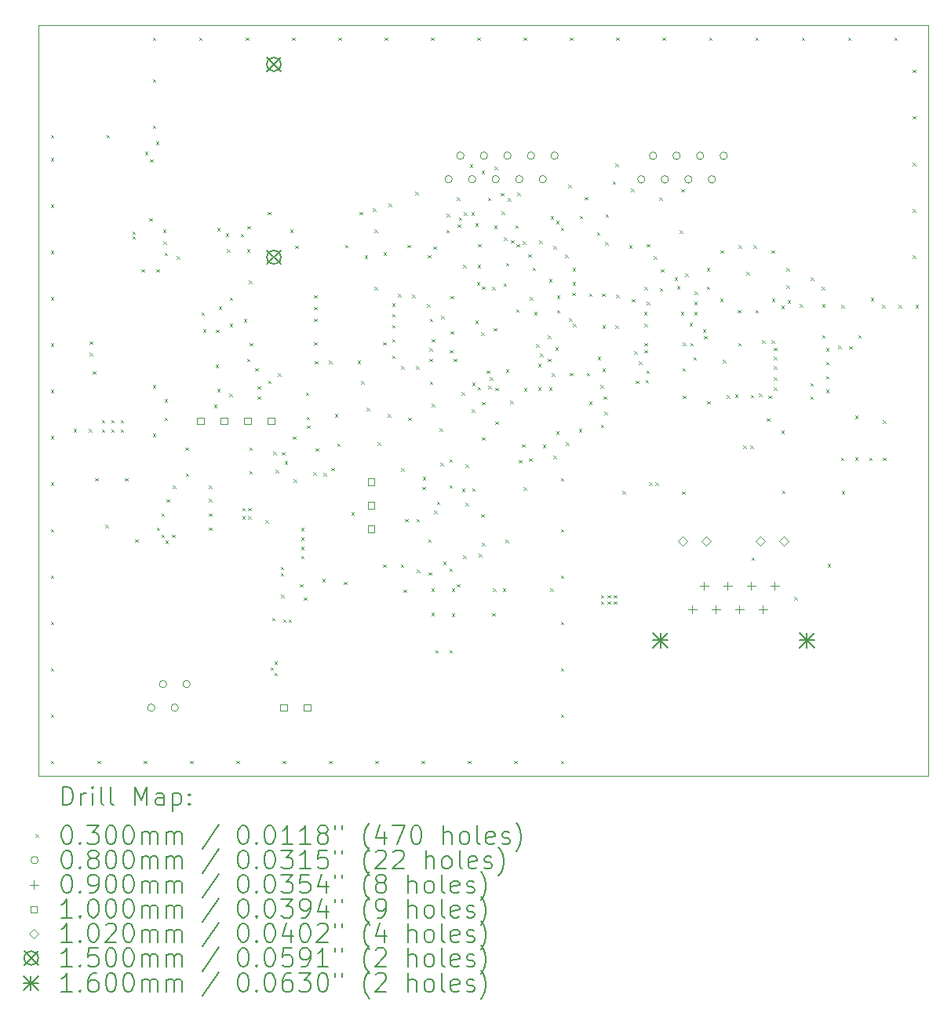
<source format=gbr>
%TF.GenerationSoftware,KiCad,Pcbnew,8.0.9*%
%TF.CreationDate,2025-05-18T21:42:01+02:00*%
%TF.ProjectId,sensor-hub,73656e73-6f72-42d6-9875-622e6b696361,rev?*%
%TF.SameCoordinates,Original*%
%TF.FileFunction,Drillmap*%
%TF.FilePolarity,Positive*%
%FSLAX45Y45*%
G04 Gerber Fmt 4.5, Leading zero omitted, Abs format (unit mm)*
G04 Created by KiCad (PCBNEW 8.0.9) date 2025-05-18 21:42:01*
%MOMM*%
%LPD*%
G01*
G04 APERTURE LIST*
%ADD10C,0.050000*%
%ADD11C,0.200000*%
%ADD12C,0.100000*%
%ADD13C,0.102000*%
%ADD14C,0.150000*%
%ADD15C,0.160000*%
G04 APERTURE END LIST*
D10*
X4500000Y-5900000D02*
X14100000Y-5900000D01*
X14100000Y-14000000D01*
X4500000Y-14000000D01*
X4500000Y-5900000D01*
D11*
D12*
X4635000Y-7085000D02*
X4665000Y-7115000D01*
X4665000Y-7085000D02*
X4635000Y-7115000D01*
X4635000Y-7335000D02*
X4665000Y-7365000D01*
X4665000Y-7335000D02*
X4635000Y-7365000D01*
X4635000Y-7835000D02*
X4665000Y-7865000D01*
X4665000Y-7835000D02*
X4635000Y-7865000D01*
X4635000Y-8335000D02*
X4665000Y-8365000D01*
X4665000Y-8335000D02*
X4635000Y-8365000D01*
X4635000Y-8835000D02*
X4665000Y-8865000D01*
X4665000Y-8835000D02*
X4635000Y-8865000D01*
X4635000Y-9335000D02*
X4665000Y-9365000D01*
X4665000Y-9335000D02*
X4635000Y-9365000D01*
X4635000Y-9835000D02*
X4665000Y-9865000D01*
X4665000Y-9835000D02*
X4635000Y-9865000D01*
X4635000Y-10335000D02*
X4665000Y-10365000D01*
X4665000Y-10335000D02*
X4635000Y-10365000D01*
X4635000Y-10835000D02*
X4665000Y-10865000D01*
X4665000Y-10835000D02*
X4635000Y-10865000D01*
X4635000Y-11335000D02*
X4665000Y-11365000D01*
X4665000Y-11335000D02*
X4635000Y-11365000D01*
X4635000Y-11835000D02*
X4665000Y-11865000D01*
X4665000Y-11835000D02*
X4635000Y-11865000D01*
X4635000Y-12335000D02*
X4665000Y-12365000D01*
X4665000Y-12335000D02*
X4635000Y-12365000D01*
X4635000Y-12835000D02*
X4665000Y-12865000D01*
X4665000Y-12835000D02*
X4635000Y-12865000D01*
X4635000Y-13335000D02*
X4665000Y-13365000D01*
X4665000Y-13335000D02*
X4635000Y-13365000D01*
X4635000Y-13835000D02*
X4665000Y-13865000D01*
X4665000Y-13835000D02*
X4635000Y-13865000D01*
X4880000Y-10255000D02*
X4910000Y-10285000D01*
X4910000Y-10255000D02*
X4880000Y-10285000D01*
X5045000Y-10255000D02*
X5075000Y-10285000D01*
X5075000Y-10255000D02*
X5045000Y-10285000D01*
X5050000Y-9312500D02*
X5080000Y-9342500D01*
X5080000Y-9312500D02*
X5050000Y-9342500D01*
X5050000Y-9437500D02*
X5080000Y-9467500D01*
X5080000Y-9437500D02*
X5050000Y-9467500D01*
X5085000Y-9635000D02*
X5115000Y-9665000D01*
X5115000Y-9635000D02*
X5085000Y-9665000D01*
X5110000Y-10785000D02*
X5140000Y-10815000D01*
X5140000Y-10785000D02*
X5110000Y-10815000D01*
X5135000Y-13835000D02*
X5165000Y-13865000D01*
X5165000Y-13835000D02*
X5135000Y-13865000D01*
X5185000Y-10160000D02*
X5215000Y-10190000D01*
X5215000Y-10160000D02*
X5185000Y-10190000D01*
X5185000Y-10260000D02*
X5215000Y-10290000D01*
X5215000Y-10260000D02*
X5185000Y-10290000D01*
X5220000Y-11290000D02*
X5250000Y-11320000D01*
X5250000Y-11290000D02*
X5220000Y-11320000D01*
X5235000Y-7085000D02*
X5265000Y-7115000D01*
X5265000Y-7085000D02*
X5235000Y-7115000D01*
X5285000Y-10160000D02*
X5315000Y-10190000D01*
X5315000Y-10160000D02*
X5285000Y-10190000D01*
X5285000Y-10260000D02*
X5315000Y-10290000D01*
X5315000Y-10260000D02*
X5285000Y-10290000D01*
X5385000Y-10160000D02*
X5415000Y-10190000D01*
X5415000Y-10160000D02*
X5385000Y-10190000D01*
X5385000Y-10260000D02*
X5415000Y-10290000D01*
X5415000Y-10260000D02*
X5385000Y-10290000D01*
X5435000Y-10785000D02*
X5465000Y-10815000D01*
X5465000Y-10785000D02*
X5435000Y-10815000D01*
X5512500Y-8127500D02*
X5542500Y-8157500D01*
X5542500Y-8127500D02*
X5512500Y-8157500D01*
X5512500Y-8177500D02*
X5542500Y-8207500D01*
X5542500Y-8177500D02*
X5512500Y-8207500D01*
X5545000Y-11445000D02*
X5575000Y-11475000D01*
X5575000Y-11445000D02*
X5545000Y-11475000D01*
X5612500Y-8535000D02*
X5642500Y-8565000D01*
X5642500Y-8535000D02*
X5612500Y-8565000D01*
X5635000Y-13835000D02*
X5665000Y-13865000D01*
X5665000Y-13835000D02*
X5635000Y-13865000D01*
X5650000Y-7268000D02*
X5680000Y-7298000D01*
X5680000Y-7268000D02*
X5650000Y-7298000D01*
X5695000Y-7985000D02*
X5725000Y-8015000D01*
X5725000Y-7985000D02*
X5695000Y-8015000D01*
X5705000Y-7350000D02*
X5735000Y-7380000D01*
X5735000Y-7350000D02*
X5705000Y-7380000D01*
X5735000Y-6035000D02*
X5765000Y-6065000D01*
X5765000Y-6035000D02*
X5735000Y-6065000D01*
X5735000Y-6485000D02*
X5765000Y-6515000D01*
X5765000Y-6485000D02*
X5735000Y-6515000D01*
X5735000Y-6985000D02*
X5765000Y-7015000D01*
X5765000Y-6985000D02*
X5735000Y-7015000D01*
X5735000Y-9785000D02*
X5765000Y-9815000D01*
X5765000Y-9785000D02*
X5735000Y-9815000D01*
X5735000Y-10310000D02*
X5765000Y-10340000D01*
X5765000Y-10310000D02*
X5735000Y-10340000D01*
X5768000Y-7159000D02*
X5798000Y-7189000D01*
X5798000Y-7159000D02*
X5768000Y-7189000D01*
X5770000Y-8532500D02*
X5800000Y-8562500D01*
X5800000Y-8532500D02*
X5770000Y-8562500D01*
X5775000Y-11320000D02*
X5805000Y-11350000D01*
X5805000Y-11320000D02*
X5775000Y-11350000D01*
X5827500Y-11168000D02*
X5857500Y-11198000D01*
X5857500Y-11168000D02*
X5827500Y-11198000D01*
X5827500Y-11395000D02*
X5857500Y-11425000D01*
X5857500Y-11395000D02*
X5827500Y-11425000D01*
X5845000Y-8105000D02*
X5875000Y-8135000D01*
X5875000Y-8105000D02*
X5845000Y-8135000D01*
X5850000Y-8235000D02*
X5880000Y-8265000D01*
X5880000Y-8235000D02*
X5850000Y-8265000D01*
X5860000Y-8355000D02*
X5890000Y-8385000D01*
X5890000Y-8355000D02*
X5860000Y-8385000D01*
X5860000Y-9935000D02*
X5890000Y-9965000D01*
X5890000Y-9935000D02*
X5860000Y-9965000D01*
X5860000Y-10135000D02*
X5890000Y-10165000D01*
X5890000Y-10135000D02*
X5860000Y-10165000D01*
X5867500Y-11460000D02*
X5897500Y-11490000D01*
X5897500Y-11460000D02*
X5867500Y-11490000D01*
X5880000Y-11015000D02*
X5910000Y-11045000D01*
X5910000Y-11015000D02*
X5880000Y-11045000D01*
X5942500Y-11395000D02*
X5972500Y-11425000D01*
X5972500Y-11395000D02*
X5942500Y-11425000D01*
X5950000Y-10865000D02*
X5980000Y-10895000D01*
X5980000Y-10865000D02*
X5950000Y-10895000D01*
X5990000Y-8395000D02*
X6020000Y-8425000D01*
X6020000Y-8395000D02*
X5990000Y-8425000D01*
X6085000Y-10455000D02*
X6115000Y-10485000D01*
X6115000Y-10455000D02*
X6085000Y-10485000D01*
X6090000Y-10735000D02*
X6120000Y-10765000D01*
X6120000Y-10735000D02*
X6090000Y-10765000D01*
X6135000Y-13835000D02*
X6165000Y-13865000D01*
X6165000Y-13835000D02*
X6135000Y-13865000D01*
X6235000Y-6035000D02*
X6265000Y-6065000D01*
X6265000Y-6035000D02*
X6235000Y-6065000D01*
X6260000Y-9000000D02*
X6290000Y-9030000D01*
X6290000Y-9000000D02*
X6260000Y-9030000D01*
X6275000Y-9180000D02*
X6305000Y-9210000D01*
X6305000Y-9180000D02*
X6275000Y-9210000D01*
X6340000Y-10865000D02*
X6370000Y-10895000D01*
X6370000Y-10865000D02*
X6340000Y-10895000D01*
X6340000Y-11012500D02*
X6370000Y-11042500D01*
X6370000Y-11012500D02*
X6340000Y-11042500D01*
X6340000Y-11167500D02*
X6370000Y-11197500D01*
X6370000Y-11167500D02*
X6340000Y-11197500D01*
X6340000Y-11320000D02*
X6370000Y-11350000D01*
X6370000Y-11320000D02*
X6340000Y-11350000D01*
X6395000Y-9995000D02*
X6425000Y-10025000D01*
X6425000Y-9995000D02*
X6395000Y-10025000D01*
X6412500Y-9565000D02*
X6442500Y-9595000D01*
X6442500Y-9565000D02*
X6412500Y-9595000D01*
X6415000Y-9187500D02*
X6445000Y-9217500D01*
X6445000Y-9187500D02*
X6415000Y-9217500D01*
X6430000Y-8090000D02*
X6460000Y-8120000D01*
X6460000Y-8090000D02*
X6430000Y-8120000D01*
X6430000Y-9825000D02*
X6460000Y-9855000D01*
X6460000Y-9825000D02*
X6430000Y-9855000D01*
X6445000Y-8935000D02*
X6475000Y-8965000D01*
X6475000Y-8935000D02*
X6445000Y-8965000D01*
X6520000Y-8150000D02*
X6550000Y-8180000D01*
X6550000Y-8150000D02*
X6520000Y-8180000D01*
X6535000Y-8320000D02*
X6565000Y-8350000D01*
X6565000Y-8320000D02*
X6535000Y-8350000D01*
X6560000Y-9875000D02*
X6590000Y-9905000D01*
X6590000Y-9875000D02*
X6560000Y-9905000D01*
X6565000Y-8840000D02*
X6595000Y-8870000D01*
X6595000Y-8840000D02*
X6565000Y-8870000D01*
X6565000Y-9125000D02*
X6595000Y-9155000D01*
X6595000Y-9125000D02*
X6565000Y-9155000D01*
X6635000Y-13835000D02*
X6665000Y-13865000D01*
X6665000Y-13835000D02*
X6635000Y-13865000D01*
X6682500Y-8152500D02*
X6712500Y-8182500D01*
X6712500Y-8152500D02*
X6682500Y-8182500D01*
X6700000Y-11110000D02*
X6730000Y-11140000D01*
X6730000Y-11110000D02*
X6700000Y-11140000D01*
X6700000Y-11195000D02*
X6730000Y-11225000D01*
X6730000Y-11195000D02*
X6700000Y-11225000D01*
X6715000Y-9070000D02*
X6745000Y-9100000D01*
X6745000Y-9070000D02*
X6715000Y-9100000D01*
X6735000Y-6035000D02*
X6765000Y-6065000D01*
X6765000Y-6035000D02*
X6735000Y-6065000D01*
X6748750Y-8316250D02*
X6778750Y-8346250D01*
X6778750Y-8316250D02*
X6748750Y-8346250D01*
X6750000Y-9500000D02*
X6780000Y-9530000D01*
X6780000Y-9500000D02*
X6750000Y-9530000D01*
X6755000Y-8070000D02*
X6785000Y-8100000D01*
X6785000Y-8070000D02*
X6755000Y-8100000D01*
X6762500Y-11110000D02*
X6792500Y-11140000D01*
X6792500Y-11110000D02*
X6762500Y-11140000D01*
X6762500Y-11195000D02*
X6792500Y-11225000D01*
X6792500Y-11195000D02*
X6762500Y-11225000D01*
X6770000Y-8655000D02*
X6800000Y-8685000D01*
X6800000Y-8655000D02*
X6770000Y-8685000D01*
X6775000Y-10455000D02*
X6805000Y-10485000D01*
X6805000Y-10455000D02*
X6775000Y-10485000D01*
X6775000Y-10710000D02*
X6805000Y-10740000D01*
X6805000Y-10710000D02*
X6775000Y-10740000D01*
X6780000Y-9330000D02*
X6810000Y-9360000D01*
X6810000Y-9330000D02*
X6780000Y-9360000D01*
X6840000Y-9600000D02*
X6870000Y-9630000D01*
X6870000Y-9600000D02*
X6840000Y-9630000D01*
X6865000Y-9797500D02*
X6895000Y-9827500D01*
X6895000Y-9797500D02*
X6865000Y-9827500D01*
X6865000Y-9905000D02*
X6895000Y-9935000D01*
X6895000Y-9905000D02*
X6865000Y-9935000D01*
X6947500Y-11237500D02*
X6977500Y-11267500D01*
X6977500Y-11237500D02*
X6947500Y-11267500D01*
X6975000Y-7915000D02*
X7005000Y-7945000D01*
X7005000Y-7915000D02*
X6975000Y-7945000D01*
X6980000Y-9735000D02*
X7010000Y-9765000D01*
X7010000Y-9735000D02*
X6980000Y-9765000D01*
X7005000Y-12825000D02*
X7035000Y-12855000D01*
X7035000Y-12825000D02*
X7005000Y-12855000D01*
X7022500Y-12295000D02*
X7052500Y-12325000D01*
X7052500Y-12295000D02*
X7022500Y-12325000D01*
X7034000Y-10502000D02*
X7064000Y-10532000D01*
X7064000Y-10502000D02*
X7034000Y-10532000D01*
X7045000Y-12765000D02*
X7075000Y-12795000D01*
X7075000Y-12765000D02*
X7045000Y-12795000D01*
X7045000Y-12885000D02*
X7075000Y-12915000D01*
X7075000Y-12885000D02*
X7045000Y-12915000D01*
X7060000Y-10697500D02*
X7090000Y-10727500D01*
X7090000Y-10697500D02*
X7060000Y-10727500D01*
X7085000Y-9655000D02*
X7115000Y-9685000D01*
X7115000Y-9655000D02*
X7085000Y-9685000D01*
X7115000Y-11742500D02*
X7145000Y-11772500D01*
X7145000Y-11742500D02*
X7115000Y-11772500D01*
X7115000Y-11812500D02*
X7145000Y-11842500D01*
X7145000Y-11812500D02*
X7115000Y-11842500D01*
X7120000Y-12045000D02*
X7150000Y-12075000D01*
X7150000Y-12045000D02*
X7120000Y-12075000D01*
X7126000Y-10508000D02*
X7156000Y-10538000D01*
X7156000Y-10508000D02*
X7126000Y-10538000D01*
X7135000Y-13835000D02*
X7165000Y-13865000D01*
X7165000Y-13835000D02*
X7135000Y-13865000D01*
X7137500Y-12310000D02*
X7167500Y-12340000D01*
X7167500Y-12310000D02*
X7137500Y-12340000D01*
X7155000Y-10606000D02*
X7185000Y-10636000D01*
X7185000Y-10606000D02*
X7155000Y-10636000D01*
X7200000Y-12310000D02*
X7230000Y-12340000D01*
X7230000Y-12310000D02*
X7200000Y-12340000D01*
X7215000Y-8105000D02*
X7245000Y-8135000D01*
X7245000Y-8105000D02*
X7215000Y-8135000D01*
X7235000Y-6035000D02*
X7265000Y-6065000D01*
X7265000Y-6035000D02*
X7235000Y-6065000D01*
X7245000Y-10337500D02*
X7275000Y-10367500D01*
X7275000Y-10337500D02*
X7245000Y-10367500D01*
X7255000Y-10800000D02*
X7285000Y-10830000D01*
X7285000Y-10800000D02*
X7255000Y-10830000D01*
X7270000Y-8280000D02*
X7300000Y-8310000D01*
X7300000Y-8280000D02*
X7270000Y-8310000D01*
X7320000Y-11930000D02*
X7350000Y-11960000D01*
X7350000Y-11930000D02*
X7320000Y-11960000D01*
X7332500Y-11325000D02*
X7362500Y-11355000D01*
X7362500Y-11325000D02*
X7332500Y-11355000D01*
X7332500Y-11425000D02*
X7362500Y-11455000D01*
X7362500Y-11425000D02*
X7332500Y-11455000D01*
X7332500Y-11525000D02*
X7362500Y-11555000D01*
X7362500Y-11525000D02*
X7332500Y-11555000D01*
X7332500Y-11625000D02*
X7362500Y-11655000D01*
X7362500Y-11625000D02*
X7332500Y-11655000D01*
X7365000Y-12075000D02*
X7395000Y-12105000D01*
X7395000Y-12075000D02*
X7365000Y-12105000D01*
X7383000Y-9865000D02*
X7413000Y-9895000D01*
X7413000Y-9865000D02*
X7383000Y-9895000D01*
X7394000Y-10125000D02*
X7424000Y-10155000D01*
X7424000Y-10125000D02*
X7394000Y-10155000D01*
X7396821Y-10219179D02*
X7426821Y-10249179D01*
X7426821Y-10219179D02*
X7396821Y-10249179D01*
X7463976Y-10725000D02*
X7493976Y-10755000D01*
X7493976Y-10725000D02*
X7463976Y-10755000D01*
X7475000Y-8815000D02*
X7505000Y-8845000D01*
X7505000Y-8815000D02*
X7475000Y-8845000D01*
X7475000Y-8942500D02*
X7505000Y-8972500D01*
X7505000Y-8942500D02*
X7475000Y-8972500D01*
X7475000Y-9067500D02*
X7505000Y-9097500D01*
X7505000Y-9067500D02*
X7475000Y-9097500D01*
X7475000Y-9322500D02*
X7505000Y-9352500D01*
X7505000Y-9322500D02*
X7475000Y-9352500D01*
X7480000Y-9525000D02*
X7510000Y-9555000D01*
X7510000Y-9525000D02*
X7480000Y-9555000D01*
X7489000Y-10464000D02*
X7519000Y-10494000D01*
X7519000Y-10464000D02*
X7489000Y-10494000D01*
X7562500Y-11875000D02*
X7592500Y-11905000D01*
X7592500Y-11875000D02*
X7562500Y-11905000D01*
X7575000Y-10730000D02*
X7605000Y-10760000D01*
X7605000Y-10730000D02*
X7575000Y-10760000D01*
X7632500Y-9522500D02*
X7662500Y-9552500D01*
X7662500Y-9522500D02*
X7632500Y-9552500D01*
X7635000Y-13835000D02*
X7665000Y-13865000D01*
X7665000Y-13835000D02*
X7635000Y-13865000D01*
X7660000Y-10675000D02*
X7690000Y-10705000D01*
X7690000Y-10675000D02*
X7660000Y-10705000D01*
X7700000Y-10098000D02*
X7730000Y-10128000D01*
X7730000Y-10098000D02*
X7700000Y-10128000D01*
X7725000Y-10415000D02*
X7755000Y-10445000D01*
X7755000Y-10415000D02*
X7725000Y-10445000D01*
X7735000Y-6035000D02*
X7765000Y-6065000D01*
X7765000Y-6035000D02*
X7735000Y-6065000D01*
X7795000Y-11902500D02*
X7825000Y-11932500D01*
X7825000Y-11902500D02*
X7795000Y-11932500D01*
X7810000Y-8270000D02*
X7840000Y-8300000D01*
X7840000Y-8270000D02*
X7810000Y-8300000D01*
X7875000Y-11152500D02*
X7905000Y-11182500D01*
X7905000Y-11152500D02*
X7875000Y-11182500D01*
X7942500Y-9520000D02*
X7972500Y-9550000D01*
X7972500Y-9520000D02*
X7942500Y-9550000D01*
X7965000Y-7915000D02*
X7995000Y-7945000D01*
X7995000Y-7915000D02*
X7965000Y-7945000D01*
X7980000Y-9740000D02*
X8010000Y-9770000D01*
X8010000Y-9740000D02*
X7980000Y-9770000D01*
X8020000Y-8385000D02*
X8050000Y-8415000D01*
X8050000Y-8385000D02*
X8020000Y-8415000D01*
X8040000Y-10030000D02*
X8070000Y-10060000D01*
X8070000Y-10030000D02*
X8040000Y-10060000D01*
X8110000Y-7880000D02*
X8140000Y-7910000D01*
X8140000Y-7880000D02*
X8110000Y-7910000D01*
X8125000Y-8105000D02*
X8155000Y-8135000D01*
X8155000Y-8105000D02*
X8125000Y-8135000D01*
X8125000Y-8725000D02*
X8155000Y-8755000D01*
X8155000Y-8725000D02*
X8125000Y-8755000D01*
X8135000Y-13835000D02*
X8165000Y-13865000D01*
X8165000Y-13835000D02*
X8135000Y-13865000D01*
X8160000Y-10400000D02*
X8190000Y-10430000D01*
X8190000Y-10400000D02*
X8160000Y-10430000D01*
X8217500Y-9322500D02*
X8247500Y-9352500D01*
X8247500Y-9322500D02*
X8217500Y-9352500D01*
X8220000Y-11717500D02*
X8250000Y-11747500D01*
X8250000Y-11717500D02*
X8220000Y-11747500D01*
X8222500Y-8352500D02*
X8252500Y-8382500D01*
X8252500Y-8352500D02*
X8222500Y-8382500D01*
X8235000Y-6035000D02*
X8265000Y-6065000D01*
X8265000Y-6035000D02*
X8235000Y-6065000D01*
X8270000Y-10095000D02*
X8300000Y-10125000D01*
X8300000Y-10095000D02*
X8270000Y-10125000D01*
X8278000Y-7829000D02*
X8308000Y-7859000D01*
X8308000Y-7829000D02*
X8278000Y-7859000D01*
X8317500Y-8901250D02*
X8347500Y-8931250D01*
X8347500Y-8901250D02*
X8317500Y-8931250D01*
X8317500Y-9016250D02*
X8347500Y-9046250D01*
X8347500Y-9016250D02*
X8317500Y-9046250D01*
X8317500Y-9136250D02*
X8347500Y-9166250D01*
X8347500Y-9136250D02*
X8317500Y-9166250D01*
X8317500Y-9286250D02*
X8347500Y-9316250D01*
X8347500Y-9286250D02*
X8317500Y-9316250D01*
X8317500Y-9466250D02*
X8347500Y-9496250D01*
X8347500Y-9466250D02*
X8317500Y-9496250D01*
X8377500Y-8801250D02*
X8407500Y-8831250D01*
X8407500Y-8801250D02*
X8377500Y-8831250D01*
X8410000Y-11717500D02*
X8440000Y-11747500D01*
X8440000Y-11717500D02*
X8410000Y-11747500D01*
X8412500Y-9581250D02*
X8442500Y-9611250D01*
X8442500Y-9581250D02*
X8412500Y-9611250D01*
X8412500Y-10680000D02*
X8442500Y-10710000D01*
X8442500Y-10680000D02*
X8412500Y-10710000D01*
X8437500Y-11987500D02*
X8467500Y-12017500D01*
X8467500Y-11987500D02*
X8437500Y-12017500D01*
X8455000Y-11225000D02*
X8485000Y-11255000D01*
X8485000Y-11225000D02*
X8455000Y-11255000D01*
X8480000Y-8270000D02*
X8510000Y-8300000D01*
X8510000Y-8270000D02*
X8480000Y-8300000D01*
X8490000Y-10135000D02*
X8520000Y-10165000D01*
X8520000Y-10135000D02*
X8490000Y-10165000D01*
X8532500Y-8811250D02*
X8562500Y-8841250D01*
X8562500Y-8811250D02*
X8532500Y-8841250D01*
X8565000Y-7700000D02*
X8595000Y-7730000D01*
X8595000Y-7700000D02*
X8565000Y-7730000D01*
X8572500Y-9581250D02*
X8602500Y-9611250D01*
X8602500Y-9581250D02*
X8572500Y-9611250D01*
X8580000Y-11225000D02*
X8610000Y-11255000D01*
X8610000Y-11225000D02*
X8580000Y-11255000D01*
X8585000Y-11775000D02*
X8615000Y-11805000D01*
X8615000Y-11775000D02*
X8585000Y-11805000D01*
X8635000Y-13835000D02*
X8665000Y-13865000D01*
X8665000Y-13835000D02*
X8635000Y-13865000D01*
X8640000Y-10880000D02*
X8670000Y-10910000D01*
X8670000Y-10880000D02*
X8640000Y-10910000D01*
X8645000Y-10775000D02*
X8675000Y-10805000D01*
X8675000Y-10775000D02*
X8645000Y-10805000D01*
X8694645Y-8909105D02*
X8724645Y-8939105D01*
X8724645Y-8909105D02*
X8694645Y-8939105D01*
X8700000Y-8380000D02*
X8730000Y-8410000D01*
X8730000Y-8380000D02*
X8700000Y-8410000D01*
X8705000Y-11448000D02*
X8735000Y-11478000D01*
X8735000Y-11448000D02*
X8705000Y-11478000D01*
X8708000Y-11802000D02*
X8738000Y-11832000D01*
X8738000Y-11802000D02*
X8708000Y-11832000D01*
X8717500Y-9386250D02*
X8747500Y-9416250D01*
X8747500Y-9386250D02*
X8717500Y-9416250D01*
X8717500Y-9501250D02*
X8747500Y-9531250D01*
X8747500Y-9501250D02*
X8717500Y-9531250D01*
X8722500Y-9066250D02*
X8752500Y-9096250D01*
X8752500Y-9066250D02*
X8722500Y-9096250D01*
X8722500Y-9745000D02*
X8752500Y-9775000D01*
X8752500Y-9745000D02*
X8722500Y-9775000D01*
X8735000Y-6035000D02*
X8765000Y-6065000D01*
X8765000Y-6035000D02*
X8735000Y-6065000D01*
X8740000Y-11975000D02*
X8770000Y-12005000D01*
X8770000Y-11975000D02*
X8740000Y-12005000D01*
X8740000Y-12240000D02*
X8770000Y-12270000D01*
X8770000Y-12240000D02*
X8740000Y-12270000D01*
X8742500Y-9286250D02*
X8772500Y-9316250D01*
X8772500Y-9286250D02*
X8742500Y-9316250D01*
X8745000Y-9985000D02*
X8775000Y-10015000D01*
X8775000Y-9985000D02*
X8745000Y-10015000D01*
X8760000Y-8290000D02*
X8790000Y-8320000D01*
X8790000Y-8290000D02*
X8760000Y-8320000D01*
X8768000Y-11140000D02*
X8798000Y-11170000D01*
X8798000Y-11140000D02*
X8768000Y-11170000D01*
X8780000Y-12640000D02*
X8810000Y-12670000D01*
X8810000Y-12640000D02*
X8780000Y-12670000D01*
X8798000Y-11040000D02*
X8828000Y-11070000D01*
X8828000Y-11040000D02*
X8798000Y-11070000D01*
X8830000Y-10250000D02*
X8860000Y-10280000D01*
X8860000Y-10250000D02*
X8830000Y-10280000D01*
X8835000Y-10620000D02*
X8865000Y-10650000D01*
X8865000Y-10620000D02*
X8835000Y-10650000D01*
X8847500Y-9040000D02*
X8877500Y-9070000D01*
X8877500Y-9040000D02*
X8847500Y-9070000D01*
X8865000Y-11690000D02*
X8895000Y-11720000D01*
X8895000Y-11690000D02*
X8865000Y-11720000D01*
X8900000Y-8110000D02*
X8930000Y-8140000D01*
X8930000Y-8110000D02*
X8900000Y-8140000D01*
X8906000Y-7937000D02*
X8936000Y-7967000D01*
X8936000Y-7937000D02*
X8906000Y-7967000D01*
X8932500Y-10862500D02*
X8962500Y-10892500D01*
X8962500Y-10862500D02*
X8932500Y-10892500D01*
X8932500Y-11760000D02*
X8962500Y-11790000D01*
X8962500Y-11760000D02*
X8932500Y-11790000D01*
X8935000Y-10585000D02*
X8965000Y-10615000D01*
X8965000Y-10585000D02*
X8935000Y-10615000D01*
X8935000Y-12640000D02*
X8965000Y-12670000D01*
X8965000Y-12640000D02*
X8935000Y-12670000D01*
X8940000Y-9404427D02*
X8970000Y-9434427D01*
X8970000Y-9404427D02*
X8940000Y-9434427D01*
X8947500Y-8822500D02*
X8977500Y-8852500D01*
X8977500Y-8822500D02*
X8947500Y-8852500D01*
X8947500Y-9201250D02*
X8977500Y-9231250D01*
X8977500Y-9201250D02*
X8947500Y-9231250D01*
X8960000Y-11975000D02*
X8990000Y-12005000D01*
X8990000Y-11975000D02*
X8960000Y-12005000D01*
X8960000Y-12245000D02*
X8990000Y-12275000D01*
X8990000Y-12245000D02*
X8960000Y-12275000D01*
X8980000Y-9500000D02*
X9010000Y-9530000D01*
X9010000Y-9500000D02*
X8980000Y-9530000D01*
X9015000Y-7760000D02*
X9045000Y-7790000D01*
X9045000Y-7760000D02*
X9015000Y-7790000D01*
X9015500Y-11930000D02*
X9045500Y-11960000D01*
X9045500Y-11930000D02*
X9015500Y-11960000D01*
X9025000Y-8050000D02*
X9055000Y-8080000D01*
X9055000Y-8050000D02*
X9025000Y-8080000D01*
X9034000Y-7975000D02*
X9064000Y-8005000D01*
X9064000Y-7975000D02*
X9034000Y-8005000D01*
X9065000Y-9860000D02*
X9095000Y-9890000D01*
X9095000Y-9860000D02*
X9065000Y-9890000D01*
X9070000Y-10900000D02*
X9100000Y-10930000D01*
X9100000Y-10900000D02*
X9070000Y-10930000D01*
X9081000Y-11619000D02*
X9111000Y-11649000D01*
X9111000Y-11619000D02*
X9081000Y-11649000D01*
X9082500Y-8486250D02*
X9112500Y-8516250D01*
X9112500Y-8486250D02*
X9082500Y-8516250D01*
X9090000Y-7920000D02*
X9120000Y-7950000D01*
X9120000Y-7920000D02*
X9090000Y-7950000D01*
X9110000Y-10640000D02*
X9140000Y-10670000D01*
X9140000Y-10640000D02*
X9110000Y-10670000D01*
X9110000Y-11054000D02*
X9140000Y-11084000D01*
X9140000Y-11054000D02*
X9110000Y-11084000D01*
X9135000Y-13835000D02*
X9165000Y-13865000D01*
X9165000Y-13835000D02*
X9135000Y-13865000D01*
X9155000Y-7405000D02*
X9185000Y-7435000D01*
X9185000Y-7405000D02*
X9155000Y-7435000D01*
X9170000Y-7920246D02*
X9200000Y-7950246D01*
X9200000Y-7920246D02*
X9170000Y-7950246D01*
X9175000Y-10045000D02*
X9205000Y-10075000D01*
X9205000Y-10045000D02*
X9175000Y-10075000D01*
X9180000Y-9757500D02*
X9210000Y-9787500D01*
X9210000Y-9757500D02*
X9180000Y-9787500D01*
X9180000Y-10895000D02*
X9210000Y-10925000D01*
X9210000Y-10895000D02*
X9180000Y-10925000D01*
X9215000Y-8040000D02*
X9245000Y-8070000D01*
X9245000Y-8040000D02*
X9215000Y-8070000D01*
X9215000Y-9090000D02*
X9245000Y-9120000D01*
X9245000Y-9090000D02*
X9215000Y-9120000D01*
X9230083Y-8674680D02*
X9260083Y-8704680D01*
X9260083Y-8674680D02*
X9230083Y-8704680D01*
X9235000Y-6035000D02*
X9265000Y-6065000D01*
X9265000Y-6035000D02*
X9235000Y-6065000D01*
X9237500Y-9802500D02*
X9267500Y-9832500D01*
X9267500Y-9802500D02*
X9237500Y-9832500D01*
X9240000Y-8486250D02*
X9270000Y-8516250D01*
X9270000Y-8486250D02*
X9240000Y-8516250D01*
X9242500Y-8262500D02*
X9272500Y-8292500D01*
X9272500Y-8262500D02*
X9242500Y-8292500D01*
X9250000Y-11605000D02*
X9280000Y-11635000D01*
X9280000Y-11605000D02*
X9250000Y-11635000D01*
X9275000Y-9215000D02*
X9305000Y-9245000D01*
X9305000Y-9215000D02*
X9275000Y-9245000D01*
X9275000Y-11175000D02*
X9305000Y-11205000D01*
X9305000Y-11175000D02*
X9275000Y-11205000D01*
X9280000Y-7472500D02*
X9310000Y-7502500D01*
X9310000Y-7472500D02*
X9280000Y-7502500D01*
X9285000Y-9965000D02*
X9315000Y-9995000D01*
X9315000Y-9965000D02*
X9285000Y-9995000D01*
X9285000Y-10345000D02*
X9315000Y-10375000D01*
X9315000Y-10345000D02*
X9285000Y-10375000D01*
X9285000Y-11485000D02*
X9315000Y-11515000D01*
X9315000Y-11485000D02*
X9285000Y-11515000D01*
X9287500Y-8718950D02*
X9317500Y-8748950D01*
X9317500Y-8718950D02*
X9287500Y-8748950D01*
X9337500Y-9625000D02*
X9367500Y-9655000D01*
X9367500Y-9625000D02*
X9337500Y-9655000D01*
X9350000Y-7765000D02*
X9380000Y-7795000D01*
X9380000Y-7765000D02*
X9350000Y-7795000D01*
X9355000Y-9790000D02*
X9385000Y-9820000D01*
X9385000Y-9790000D02*
X9355000Y-9820000D01*
X9372500Y-9697500D02*
X9402500Y-9727500D01*
X9402500Y-9697500D02*
X9372500Y-9727500D01*
X9397159Y-8725381D02*
X9427159Y-8755381D01*
X9427159Y-8725381D02*
X9397159Y-8755381D01*
X9397500Y-12242500D02*
X9427500Y-12272500D01*
X9427500Y-12242500D02*
X9397500Y-12272500D01*
X9402500Y-11975000D02*
X9432500Y-12005000D01*
X9432500Y-11975000D02*
X9402500Y-12005000D01*
X9412500Y-9170000D02*
X9442500Y-9200000D01*
X9442500Y-9170000D02*
X9412500Y-9200000D01*
X9417500Y-8062500D02*
X9447500Y-8092500D01*
X9447500Y-8062500D02*
X9417500Y-8092500D01*
X9420000Y-7430000D02*
X9450000Y-7460000D01*
X9450000Y-7430000D02*
X9420000Y-7460000D01*
X9430000Y-9812500D02*
X9460000Y-9842500D01*
X9460000Y-9812500D02*
X9430000Y-9842500D01*
X9430000Y-10177500D02*
X9460000Y-10207500D01*
X9460000Y-10177500D02*
X9430000Y-10207500D01*
X9487500Y-7712500D02*
X9517500Y-7742500D01*
X9517500Y-7712500D02*
X9487500Y-7742500D01*
X9495000Y-7910000D02*
X9525000Y-7940000D01*
X9525000Y-7910000D02*
X9495000Y-7940000D01*
X9510000Y-11977500D02*
X9540000Y-12007500D01*
X9540000Y-11977500D02*
X9510000Y-12007500D01*
X9520000Y-8685000D02*
X9550000Y-8715000D01*
X9550000Y-8685000D02*
X9520000Y-8715000D01*
X9522500Y-8192500D02*
X9552500Y-8222500D01*
X9552500Y-8192500D02*
X9522500Y-8222500D01*
X9540000Y-11450000D02*
X9570000Y-11480000D01*
X9570000Y-11450000D02*
X9540000Y-11480000D01*
X9542500Y-9615000D02*
X9572500Y-9645000D01*
X9572500Y-9615000D02*
X9542500Y-9645000D01*
X9545000Y-8465000D02*
X9575000Y-8495000D01*
X9575000Y-8465000D02*
X9545000Y-8495000D01*
X9565000Y-7770000D02*
X9595000Y-7800000D01*
X9595000Y-7770000D02*
X9565000Y-7800000D01*
X9590000Y-9951250D02*
X9620000Y-9981250D01*
X9620000Y-9951250D02*
X9590000Y-9981250D01*
X9600000Y-8220000D02*
X9630000Y-8250000D01*
X9630000Y-8220000D02*
X9600000Y-8250000D01*
X9635000Y-13835000D02*
X9665000Y-13865000D01*
X9665000Y-13835000D02*
X9635000Y-13865000D01*
X9645000Y-8060000D02*
X9675000Y-8090000D01*
X9675000Y-8060000D02*
X9645000Y-8090000D01*
X9655000Y-8967000D02*
X9685000Y-8997000D01*
X9685000Y-8967000D02*
X9655000Y-8997000D01*
X9660000Y-8265000D02*
X9690000Y-8295000D01*
X9690000Y-8265000D02*
X9660000Y-8295000D01*
X9667500Y-7707500D02*
X9697500Y-7737500D01*
X9697500Y-7707500D02*
X9667500Y-7737500D01*
X9685000Y-10592500D02*
X9715000Y-10622500D01*
X9715000Y-10592500D02*
X9685000Y-10622500D01*
X9716000Y-10422000D02*
X9746000Y-10452000D01*
X9746000Y-10422000D02*
X9716000Y-10452000D01*
X9727500Y-8232500D02*
X9757500Y-8262500D01*
X9757500Y-8232500D02*
X9727500Y-8262500D01*
X9735000Y-6035000D02*
X9765000Y-6065000D01*
X9765000Y-6035000D02*
X9735000Y-6065000D01*
X9735000Y-10885000D02*
X9765000Y-10915000D01*
X9765000Y-10885000D02*
X9735000Y-10915000D01*
X9740000Y-9815000D02*
X9770000Y-9845000D01*
X9770000Y-9815000D02*
X9740000Y-9845000D01*
X9785000Y-8375000D02*
X9815000Y-8405000D01*
X9815000Y-8375000D02*
X9785000Y-8405000D01*
X9792000Y-10573000D02*
X9822000Y-10603000D01*
X9822000Y-10573000D02*
X9792000Y-10603000D01*
X9800000Y-8835000D02*
X9830000Y-8865000D01*
X9830000Y-8835000D02*
X9800000Y-8865000D01*
X9830000Y-8517500D02*
X9860000Y-8547500D01*
X9860000Y-8517500D02*
X9830000Y-8547500D01*
X9850000Y-8997500D02*
X9880000Y-9027500D01*
X9880000Y-8997500D02*
X9850000Y-9027500D01*
X9870000Y-9345000D02*
X9900000Y-9375000D01*
X9900000Y-9345000D02*
X9870000Y-9375000D01*
X9892500Y-9555000D02*
X9922500Y-9585000D01*
X9922500Y-9555000D02*
X9892500Y-9585000D01*
X9892500Y-9810000D02*
X9922500Y-9840000D01*
X9922500Y-9810000D02*
X9892500Y-9840000D01*
X9902500Y-8227500D02*
X9932500Y-8257500D01*
X9932500Y-8227500D02*
X9902500Y-8257500D01*
X9910000Y-9442500D02*
X9940000Y-9472500D01*
X9940000Y-9442500D02*
X9910000Y-9472500D01*
X9943000Y-10425000D02*
X9973000Y-10455000D01*
X9973000Y-10425000D02*
X9943000Y-10455000D01*
X9995000Y-9247500D02*
X10025000Y-9277500D01*
X10025000Y-9247500D02*
X9995000Y-9277500D01*
X9995000Y-9500000D02*
X10025000Y-9530000D01*
X10025000Y-9500000D02*
X9995000Y-9530000D01*
X10010000Y-8640000D02*
X10040000Y-8670000D01*
X10040000Y-8640000D02*
X10010000Y-8670000D01*
X10010000Y-9810000D02*
X10040000Y-9840000D01*
X10040000Y-9810000D02*
X10010000Y-9840000D01*
X10022500Y-11975000D02*
X10052500Y-12005000D01*
X10052500Y-11975000D02*
X10022500Y-12005000D01*
X10025000Y-7965000D02*
X10055000Y-7995000D01*
X10055000Y-7965000D02*
X10025000Y-7995000D01*
X10037500Y-9655000D02*
X10067500Y-9685000D01*
X10067500Y-9655000D02*
X10037500Y-9685000D01*
X10054000Y-10543000D02*
X10084000Y-10573000D01*
X10084000Y-10543000D02*
X10054000Y-10573000D01*
X10056962Y-8285601D02*
X10086962Y-8315601D01*
X10086962Y-8285601D02*
X10056962Y-8315601D01*
X10077500Y-9377500D02*
X10107500Y-9407500D01*
X10107500Y-9377500D02*
X10077500Y-9407500D01*
X10086456Y-8015093D02*
X10116456Y-8045093D01*
X10116456Y-8015093D02*
X10086456Y-8045093D01*
X10087000Y-10283000D02*
X10117000Y-10313000D01*
X10117000Y-10283000D02*
X10087000Y-10313000D01*
X10092500Y-8975000D02*
X10122500Y-9005000D01*
X10122500Y-8975000D02*
X10092500Y-9005000D01*
X10095000Y-8820000D02*
X10125000Y-8850000D01*
X10125000Y-8820000D02*
X10095000Y-8850000D01*
X10135000Y-8085000D02*
X10165000Y-8115000D01*
X10165000Y-8085000D02*
X10135000Y-8115000D01*
X10135000Y-10785000D02*
X10165000Y-10815000D01*
X10165000Y-10785000D02*
X10135000Y-10815000D01*
X10135000Y-11335000D02*
X10165000Y-11365000D01*
X10165000Y-11335000D02*
X10135000Y-11365000D01*
X10135000Y-11835000D02*
X10165000Y-11865000D01*
X10165000Y-11835000D02*
X10135000Y-11865000D01*
X10135000Y-12335000D02*
X10165000Y-12365000D01*
X10165000Y-12335000D02*
X10135000Y-12365000D01*
X10135000Y-12835000D02*
X10165000Y-12865000D01*
X10165000Y-12835000D02*
X10135000Y-12865000D01*
X10135000Y-13335000D02*
X10165000Y-13365000D01*
X10165000Y-13335000D02*
X10135000Y-13365000D01*
X10135000Y-13835000D02*
X10165000Y-13865000D01*
X10165000Y-13835000D02*
X10135000Y-13865000D01*
X10182500Y-8377500D02*
X10212500Y-8407500D01*
X10212500Y-8377500D02*
X10182500Y-8407500D01*
X10192000Y-10402000D02*
X10222000Y-10432000D01*
X10222000Y-10402000D02*
X10192000Y-10432000D01*
X10215000Y-7625000D02*
X10245000Y-7655000D01*
X10245000Y-7625000D02*
X10215000Y-7655000D01*
X10225000Y-9065000D02*
X10255000Y-9095000D01*
X10255000Y-9065000D02*
X10225000Y-9095000D01*
X10232500Y-9652500D02*
X10262500Y-9682500D01*
X10262500Y-9652500D02*
X10232500Y-9682500D01*
X10235000Y-6035000D02*
X10265000Y-6065000D01*
X10265000Y-6035000D02*
X10235000Y-6065000D01*
X10260000Y-8790000D02*
X10290000Y-8820000D01*
X10290000Y-8790000D02*
X10260000Y-8820000D01*
X10262500Y-8522500D02*
X10292500Y-8552500D01*
X10292500Y-8522500D02*
X10262500Y-8552500D01*
X10262500Y-8675000D02*
X10292500Y-8705000D01*
X10292500Y-8675000D02*
X10262500Y-8705000D01*
X10270000Y-9125000D02*
X10300000Y-9155000D01*
X10300000Y-9125000D02*
X10270000Y-9155000D01*
X10331000Y-10258000D02*
X10361000Y-10288000D01*
X10361000Y-10258000D02*
X10331000Y-10288000D01*
X10340000Y-7960000D02*
X10370000Y-7990000D01*
X10370000Y-7960000D02*
X10340000Y-7990000D01*
X10395000Y-7755000D02*
X10425000Y-7785000D01*
X10425000Y-7755000D02*
X10395000Y-7785000D01*
X10415000Y-9650000D02*
X10445000Y-9680000D01*
X10445000Y-9650000D02*
X10415000Y-9680000D01*
X10440000Y-8795000D02*
X10470000Y-8825000D01*
X10470000Y-8795000D02*
X10440000Y-8825000D01*
X10440000Y-9960000D02*
X10470000Y-9990000D01*
X10470000Y-9960000D02*
X10440000Y-9990000D01*
X10525000Y-8135000D02*
X10555000Y-8165000D01*
X10555000Y-8135000D02*
X10525000Y-8165000D01*
X10535000Y-9480000D02*
X10565000Y-9510000D01*
X10565000Y-9480000D02*
X10535000Y-9510000D01*
X10565000Y-9785000D02*
X10595000Y-9815000D01*
X10595000Y-9785000D02*
X10565000Y-9815000D01*
X10570000Y-10210000D02*
X10600000Y-10240000D01*
X10600000Y-10210000D02*
X10570000Y-10240000D01*
X10570000Y-12047500D02*
X10600000Y-12077500D01*
X10600000Y-12047500D02*
X10570000Y-12077500D01*
X10570000Y-12117500D02*
X10600000Y-12147500D01*
X10600000Y-12117500D02*
X10570000Y-12147500D01*
X10580000Y-8795000D02*
X10610000Y-8825000D01*
X10610000Y-8795000D02*
X10580000Y-8825000D01*
X10585000Y-9140000D02*
X10615000Y-9170000D01*
X10615000Y-9140000D02*
X10585000Y-9170000D01*
X10585000Y-9605000D02*
X10615000Y-9635000D01*
X10615000Y-9605000D02*
X10585000Y-9635000D01*
X10600000Y-9905000D02*
X10630000Y-9935000D01*
X10630000Y-9905000D02*
X10600000Y-9935000D01*
X10605000Y-10072500D02*
X10635000Y-10102500D01*
X10635000Y-10072500D02*
X10605000Y-10102500D01*
X10615000Y-8240000D02*
X10645000Y-8270000D01*
X10645000Y-8240000D02*
X10615000Y-8270000D01*
X10620000Y-7942500D02*
X10650000Y-7972500D01*
X10650000Y-7942500D02*
X10620000Y-7972500D01*
X10640000Y-12047500D02*
X10670000Y-12077500D01*
X10670000Y-12047500D02*
X10640000Y-12077500D01*
X10640000Y-12117500D02*
X10670000Y-12147500D01*
X10670000Y-12117500D02*
X10640000Y-12147500D01*
X10696250Y-7586250D02*
X10726250Y-7616250D01*
X10726250Y-7586250D02*
X10696250Y-7616250D01*
X10710000Y-12047500D02*
X10740000Y-12077500D01*
X10740000Y-12047500D02*
X10710000Y-12077500D01*
X10710000Y-12117500D02*
X10740000Y-12147500D01*
X10740000Y-12117500D02*
X10710000Y-12147500D01*
X10725000Y-7395000D02*
X10755000Y-7425000D01*
X10755000Y-7395000D02*
X10725000Y-7425000D01*
X10725000Y-9140000D02*
X10755000Y-9170000D01*
X10755000Y-9140000D02*
X10725000Y-9170000D01*
X10735000Y-6035000D02*
X10765000Y-6065000D01*
X10765000Y-6035000D02*
X10735000Y-6065000D01*
X10735000Y-8810000D02*
X10765000Y-8840000D01*
X10765000Y-8810000D02*
X10735000Y-8840000D01*
X10802500Y-10927500D02*
X10832500Y-10957500D01*
X10832500Y-10927500D02*
X10802500Y-10957500D01*
X10875000Y-8275000D02*
X10905000Y-8305000D01*
X10905000Y-8275000D02*
X10875000Y-8305000D01*
X10895000Y-7665000D02*
X10925000Y-7695000D01*
X10925000Y-7665000D02*
X10895000Y-7695000D01*
X10905000Y-8855000D02*
X10935000Y-8885000D01*
X10935000Y-8855000D02*
X10905000Y-8885000D01*
X10930000Y-9420000D02*
X10960000Y-9450000D01*
X10960000Y-9420000D02*
X10930000Y-9450000D01*
X10945000Y-9737500D02*
X10975000Y-9767500D01*
X10975000Y-9737500D02*
X10945000Y-9767500D01*
X10980000Y-9530000D02*
X11010000Y-9560000D01*
X11010000Y-9530000D02*
X10980000Y-9560000D01*
X11035000Y-8995000D02*
X11065000Y-9025000D01*
X11065000Y-8995000D02*
X11035000Y-9025000D01*
X11040000Y-8725000D02*
X11070000Y-8755000D01*
X11070000Y-8725000D02*
X11040000Y-8755000D01*
X11040000Y-9122500D02*
X11070000Y-9152500D01*
X11070000Y-9122500D02*
X11040000Y-9152500D01*
X11040000Y-9330000D02*
X11070000Y-9360000D01*
X11070000Y-9330000D02*
X11040000Y-9360000D01*
X11040000Y-9407500D02*
X11070000Y-9437500D01*
X11070000Y-9407500D02*
X11040000Y-9437500D01*
X11051625Y-9728375D02*
X11081625Y-9758375D01*
X11081625Y-9728375D02*
X11051625Y-9758375D01*
X11060000Y-9625000D02*
X11090000Y-9655000D01*
X11090000Y-9625000D02*
X11060000Y-9655000D01*
X11065000Y-8265000D02*
X11095000Y-8295000D01*
X11095000Y-8265000D02*
X11065000Y-8295000D01*
X11065000Y-8885000D02*
X11095000Y-8915000D01*
X11095000Y-8885000D02*
X11065000Y-8915000D01*
X11090000Y-10832500D02*
X11120000Y-10862500D01*
X11120000Y-10832500D02*
X11090000Y-10862500D01*
X11140000Y-8395000D02*
X11170000Y-8425000D01*
X11170000Y-8395000D02*
X11140000Y-8425000D01*
X11155000Y-10832500D02*
X11185000Y-10862500D01*
X11185000Y-10832500D02*
X11155000Y-10862500D01*
X11200000Y-7760000D02*
X11230000Y-7790000D01*
X11230000Y-7760000D02*
X11200000Y-7790000D01*
X11203000Y-8738000D02*
X11233000Y-8768000D01*
X11233000Y-8738000D02*
X11203000Y-8768000D01*
X11215000Y-8535000D02*
X11245000Y-8565000D01*
X11245000Y-8535000D02*
X11215000Y-8565000D01*
X11235000Y-6035000D02*
X11265000Y-6065000D01*
X11265000Y-6035000D02*
X11235000Y-6065000D01*
X11365000Y-8625000D02*
X11395000Y-8655000D01*
X11395000Y-8625000D02*
X11365000Y-8655000D01*
X11388000Y-8718000D02*
X11418000Y-8748000D01*
X11418000Y-8718000D02*
X11388000Y-8748000D01*
X11420000Y-8115000D02*
X11450000Y-8145000D01*
X11450000Y-8115000D02*
X11420000Y-8145000D01*
X11430000Y-8995000D02*
X11460000Y-9025000D01*
X11460000Y-8995000D02*
X11430000Y-9025000D01*
X11435000Y-7670000D02*
X11465000Y-7700000D01*
X11465000Y-7670000D02*
X11435000Y-7700000D01*
X11445000Y-10930000D02*
X11475000Y-10960000D01*
X11475000Y-10930000D02*
X11445000Y-10960000D01*
X11450000Y-9600000D02*
X11480000Y-9630000D01*
X11480000Y-9600000D02*
X11450000Y-9630000D01*
X11455000Y-9327500D02*
X11485000Y-9357500D01*
X11485000Y-9327500D02*
X11455000Y-9357500D01*
X11455000Y-9897500D02*
X11485000Y-9927500D01*
X11485000Y-9897500D02*
X11455000Y-9927500D01*
X11480000Y-8582500D02*
X11510000Y-8612500D01*
X11510000Y-8582500D02*
X11480000Y-8612500D01*
X11525000Y-9115000D02*
X11555000Y-9145000D01*
X11555000Y-9115000D02*
X11525000Y-9145000D01*
X11535000Y-9330000D02*
X11565000Y-9360000D01*
X11565000Y-9330000D02*
X11535000Y-9360000D01*
X11567500Y-9482500D02*
X11597500Y-9512500D01*
X11597500Y-9482500D02*
X11567500Y-9512500D01*
X11573976Y-8885000D02*
X11603976Y-8915000D01*
X11603976Y-8885000D02*
X11573976Y-8915000D01*
X11574540Y-8995460D02*
X11604540Y-9025460D01*
X11604540Y-8995460D02*
X11574540Y-9025460D01*
X11581000Y-8774000D02*
X11611000Y-8804000D01*
X11611000Y-8774000D02*
X11581000Y-8804000D01*
X11667500Y-9180000D02*
X11697500Y-9210000D01*
X11697500Y-9180000D02*
X11667500Y-9210000D01*
X11680000Y-9255000D02*
X11710000Y-9285000D01*
X11710000Y-9255000D02*
X11680000Y-9285000D01*
X11710000Y-8520000D02*
X11740000Y-8550000D01*
X11740000Y-8520000D02*
X11710000Y-8550000D01*
X11710000Y-8720000D02*
X11740000Y-8750000D01*
X11740000Y-8720000D02*
X11710000Y-8750000D01*
X11715000Y-9955000D02*
X11745000Y-9985000D01*
X11745000Y-9955000D02*
X11715000Y-9985000D01*
X11735000Y-6035000D02*
X11765000Y-6065000D01*
X11765000Y-6035000D02*
X11735000Y-6065000D01*
X11855000Y-8850000D02*
X11885000Y-8880000D01*
X11885000Y-8850000D02*
X11855000Y-8880000D01*
X11860000Y-8330000D02*
X11890000Y-8360000D01*
X11890000Y-8330000D02*
X11860000Y-8360000D01*
X11885000Y-9510000D02*
X11915000Y-9540000D01*
X11915000Y-9510000D02*
X11885000Y-9540000D01*
X11926000Y-9891000D02*
X11956000Y-9921000D01*
X11956000Y-9891000D02*
X11926000Y-9921000D01*
X12017500Y-9885000D02*
X12047500Y-9915000D01*
X12047500Y-9885000D02*
X12017500Y-9915000D01*
X12044000Y-8974000D02*
X12074000Y-9004000D01*
X12074000Y-8974000D02*
X12044000Y-9004000D01*
X12050000Y-9330000D02*
X12080000Y-9360000D01*
X12080000Y-9330000D02*
X12050000Y-9360000D01*
X12055000Y-8275000D02*
X12085000Y-8305000D01*
X12085000Y-8275000D02*
X12055000Y-8305000D01*
X12105000Y-10435000D02*
X12135000Y-10465000D01*
X12135000Y-10435000D02*
X12105000Y-10465000D01*
X12137500Y-8565000D02*
X12167500Y-8595000D01*
X12167500Y-8565000D02*
X12137500Y-8595000D01*
X12180000Y-10435000D02*
X12210000Y-10465000D01*
X12210000Y-10435000D02*
X12180000Y-10465000D01*
X12185000Y-9890000D02*
X12215000Y-9920000D01*
X12215000Y-9890000D02*
X12185000Y-9920000D01*
X12195000Y-11640000D02*
X12225000Y-11670000D01*
X12225000Y-11640000D02*
X12195000Y-11670000D01*
X12215000Y-8275000D02*
X12245000Y-8305000D01*
X12245000Y-8275000D02*
X12215000Y-8305000D01*
X12235000Y-6035000D02*
X12265000Y-6065000D01*
X12265000Y-6035000D02*
X12235000Y-6065000D01*
X12236250Y-8973750D02*
X12266250Y-9003750D01*
X12266250Y-8973750D02*
X12236250Y-9003750D01*
X12272500Y-9875000D02*
X12302500Y-9905000D01*
X12302500Y-9875000D02*
X12272500Y-9905000D01*
X12307500Y-9302500D02*
X12337500Y-9332500D01*
X12337500Y-9302500D02*
X12307500Y-9332500D01*
X12357500Y-10142500D02*
X12387500Y-10172500D01*
X12387500Y-10142500D02*
X12357500Y-10172500D01*
X12375000Y-9897500D02*
X12405000Y-9927500D01*
X12405000Y-9897500D02*
X12375000Y-9927500D01*
X12407500Y-9302500D02*
X12437500Y-9332500D01*
X12437500Y-9302500D02*
X12407500Y-9332500D01*
X12410000Y-8330000D02*
X12440000Y-8360000D01*
X12440000Y-8330000D02*
X12410000Y-8360000D01*
X12415000Y-8850000D02*
X12445000Y-8880000D01*
X12445000Y-8850000D02*
X12415000Y-8880000D01*
X12433000Y-9700000D02*
X12463000Y-9730000D01*
X12463000Y-9700000D02*
X12433000Y-9730000D01*
X12433000Y-9807000D02*
X12463000Y-9837000D01*
X12463000Y-9807000D02*
X12433000Y-9837000D01*
X12434000Y-9479000D02*
X12464000Y-9509000D01*
X12464000Y-9479000D02*
X12434000Y-9509000D01*
X12435000Y-9380000D02*
X12465000Y-9410000D01*
X12465000Y-9380000D02*
X12435000Y-9410000D01*
X12435000Y-9580000D02*
X12465000Y-9610000D01*
X12465000Y-9580000D02*
X12435000Y-9610000D01*
X12515000Y-8930000D02*
X12545000Y-8960000D01*
X12545000Y-8930000D02*
X12515000Y-8960000D01*
X12516250Y-10275000D02*
X12546250Y-10305000D01*
X12546250Y-10275000D02*
X12516250Y-10305000D01*
X12522500Y-10920000D02*
X12552500Y-10950000D01*
X12552500Y-10920000D02*
X12522500Y-10950000D01*
X12570000Y-8520000D02*
X12600000Y-8550000D01*
X12600000Y-8520000D02*
X12570000Y-8550000D01*
X12570000Y-8710000D02*
X12600000Y-8740000D01*
X12600000Y-8710000D02*
X12570000Y-8740000D01*
X12585000Y-8870000D02*
X12615000Y-8900000D01*
X12615000Y-8870000D02*
X12585000Y-8900000D01*
X12657500Y-12070000D02*
X12687500Y-12100000D01*
X12687500Y-12070000D02*
X12657500Y-12100000D01*
X12712500Y-8912500D02*
X12742500Y-8942500D01*
X12742500Y-8912500D02*
X12712500Y-8942500D01*
X12735000Y-6035000D02*
X12765000Y-6065000D01*
X12765000Y-6035000D02*
X12735000Y-6065000D01*
X12828223Y-9907126D02*
X12858223Y-9937126D01*
X12858223Y-9907126D02*
X12828223Y-9937126D01*
X12830641Y-9760025D02*
X12860641Y-9790025D01*
X12860641Y-9760025D02*
X12830641Y-9790025D01*
X12832500Y-8625000D02*
X12862500Y-8655000D01*
X12862500Y-8625000D02*
X12832500Y-8655000D01*
X12952500Y-8722500D02*
X12982500Y-8752500D01*
X12982500Y-8722500D02*
X12952500Y-8752500D01*
X12957500Y-8912500D02*
X12987500Y-8942500D01*
X12987500Y-8912500D02*
X12957500Y-8942500D01*
X12957500Y-9245000D02*
X12987500Y-9275000D01*
X12987500Y-9245000D02*
X12957500Y-9275000D01*
X13000000Y-9385000D02*
X13030000Y-9415000D01*
X13030000Y-9385000D02*
X13000000Y-9415000D01*
X13000000Y-9535000D02*
X13030000Y-9565000D01*
X13030000Y-9535000D02*
X13000000Y-9565000D01*
X13000000Y-9685000D02*
X13030000Y-9715000D01*
X13030000Y-9685000D02*
X13000000Y-9715000D01*
X13000000Y-9835000D02*
X13030000Y-9865000D01*
X13030000Y-9835000D02*
X13000000Y-9865000D01*
X13015000Y-11712500D02*
X13045000Y-11742500D01*
X13045000Y-11712500D02*
X13015000Y-11742500D01*
X13130000Y-9360000D02*
X13160000Y-9390000D01*
X13160000Y-9360000D02*
X13130000Y-9390000D01*
X13157500Y-10565000D02*
X13187500Y-10595000D01*
X13187500Y-10565000D02*
X13157500Y-10595000D01*
X13165000Y-8920000D02*
X13195000Y-8950000D01*
X13195000Y-8920000D02*
X13165000Y-8950000D01*
X13167500Y-10925000D02*
X13197500Y-10955000D01*
X13197500Y-10925000D02*
X13167500Y-10955000D01*
X13235000Y-6035000D02*
X13265000Y-6065000D01*
X13265000Y-6035000D02*
X13235000Y-6065000D01*
X13247500Y-9365000D02*
X13277500Y-9395000D01*
X13277500Y-9365000D02*
X13247500Y-9395000D01*
X13310000Y-10562500D02*
X13340000Y-10592500D01*
X13340000Y-10562500D02*
X13310000Y-10592500D01*
X13312500Y-10112500D02*
X13342500Y-10142500D01*
X13342500Y-10112500D02*
X13312500Y-10142500D01*
X13345000Y-9245000D02*
X13375000Y-9275000D01*
X13375000Y-9245000D02*
X13345000Y-9275000D01*
X13465000Y-10567500D02*
X13495000Y-10597500D01*
X13495000Y-10567500D02*
X13465000Y-10597500D01*
X13480000Y-8842500D02*
X13510000Y-8872500D01*
X13510000Y-8842500D02*
X13480000Y-8872500D01*
X13605000Y-8920000D02*
X13635000Y-8950000D01*
X13635000Y-8920000D02*
X13605000Y-8950000D01*
X13610000Y-10165000D02*
X13640000Y-10195000D01*
X13640000Y-10165000D02*
X13610000Y-10195000D01*
X13610000Y-10567500D02*
X13640000Y-10597500D01*
X13640000Y-10567500D02*
X13610000Y-10597500D01*
X13735000Y-6035000D02*
X13765000Y-6065000D01*
X13765000Y-6035000D02*
X13735000Y-6065000D01*
X13780000Y-8920000D02*
X13810000Y-8950000D01*
X13810000Y-8920000D02*
X13780000Y-8950000D01*
X13935000Y-6385000D02*
X13965000Y-6415000D01*
X13965000Y-6385000D02*
X13935000Y-6415000D01*
X13935000Y-6885000D02*
X13965000Y-6915000D01*
X13965000Y-6885000D02*
X13935000Y-6915000D01*
X13935000Y-7385000D02*
X13965000Y-7415000D01*
X13965000Y-7385000D02*
X13935000Y-7415000D01*
X13935000Y-7885000D02*
X13965000Y-7915000D01*
X13965000Y-7885000D02*
X13935000Y-7915000D01*
X13935000Y-8385000D02*
X13965000Y-8415000D01*
X13965000Y-8385000D02*
X13935000Y-8415000D01*
X13965000Y-8920000D02*
X13995000Y-8950000D01*
X13995000Y-8920000D02*
X13965000Y-8950000D01*
X5756500Y-13261500D02*
G75*
G02*
X5676500Y-13261500I-40000J0D01*
G01*
X5676500Y-13261500D02*
G75*
G02*
X5756500Y-13261500I40000J0D01*
G01*
X5883500Y-13007500D02*
G75*
G02*
X5803500Y-13007500I-40000J0D01*
G01*
X5803500Y-13007500D02*
G75*
G02*
X5883500Y-13007500I40000J0D01*
G01*
X6010500Y-13261500D02*
G75*
G02*
X5930500Y-13261500I-40000J0D01*
G01*
X5930500Y-13261500D02*
G75*
G02*
X6010500Y-13261500I40000J0D01*
G01*
X6137500Y-13007500D02*
G75*
G02*
X6057500Y-13007500I-40000J0D01*
G01*
X6057500Y-13007500D02*
G75*
G02*
X6137500Y-13007500I40000J0D01*
G01*
X8965500Y-7565000D02*
G75*
G02*
X8885500Y-7565000I-40000J0D01*
G01*
X8885500Y-7565000D02*
G75*
G02*
X8965500Y-7565000I40000J0D01*
G01*
X9092500Y-7311000D02*
G75*
G02*
X9012500Y-7311000I-40000J0D01*
G01*
X9012500Y-7311000D02*
G75*
G02*
X9092500Y-7311000I40000J0D01*
G01*
X9219500Y-7565000D02*
G75*
G02*
X9139500Y-7565000I-40000J0D01*
G01*
X9139500Y-7565000D02*
G75*
G02*
X9219500Y-7565000I40000J0D01*
G01*
X9346500Y-7311000D02*
G75*
G02*
X9266500Y-7311000I-40000J0D01*
G01*
X9266500Y-7311000D02*
G75*
G02*
X9346500Y-7311000I40000J0D01*
G01*
X9473500Y-7565000D02*
G75*
G02*
X9393500Y-7565000I-40000J0D01*
G01*
X9393500Y-7565000D02*
G75*
G02*
X9473500Y-7565000I40000J0D01*
G01*
X9600500Y-7311000D02*
G75*
G02*
X9520500Y-7311000I-40000J0D01*
G01*
X9520500Y-7311000D02*
G75*
G02*
X9600500Y-7311000I40000J0D01*
G01*
X9727500Y-7565000D02*
G75*
G02*
X9647500Y-7565000I-40000J0D01*
G01*
X9647500Y-7565000D02*
G75*
G02*
X9727500Y-7565000I40000J0D01*
G01*
X9854500Y-7311000D02*
G75*
G02*
X9774500Y-7311000I-40000J0D01*
G01*
X9774500Y-7311000D02*
G75*
G02*
X9854500Y-7311000I40000J0D01*
G01*
X9981500Y-7565000D02*
G75*
G02*
X9901500Y-7565000I-40000J0D01*
G01*
X9901500Y-7565000D02*
G75*
G02*
X9981500Y-7565000I40000J0D01*
G01*
X10108500Y-7311000D02*
G75*
G02*
X10028500Y-7311000I-40000J0D01*
G01*
X10028500Y-7311000D02*
G75*
G02*
X10108500Y-7311000I40000J0D01*
G01*
X11045000Y-7566250D02*
G75*
G02*
X10965000Y-7566250I-40000J0D01*
G01*
X10965000Y-7566250D02*
G75*
G02*
X11045000Y-7566250I40000J0D01*
G01*
X11172000Y-7312250D02*
G75*
G02*
X11092000Y-7312250I-40000J0D01*
G01*
X11092000Y-7312250D02*
G75*
G02*
X11172000Y-7312250I40000J0D01*
G01*
X11299000Y-7566250D02*
G75*
G02*
X11219000Y-7566250I-40000J0D01*
G01*
X11219000Y-7566250D02*
G75*
G02*
X11299000Y-7566250I40000J0D01*
G01*
X11426000Y-7312250D02*
G75*
G02*
X11346000Y-7312250I-40000J0D01*
G01*
X11346000Y-7312250D02*
G75*
G02*
X11426000Y-7312250I40000J0D01*
G01*
X11553000Y-7566250D02*
G75*
G02*
X11473000Y-7566250I-40000J0D01*
G01*
X11473000Y-7566250D02*
G75*
G02*
X11553000Y-7566250I40000J0D01*
G01*
X11680000Y-7312250D02*
G75*
G02*
X11600000Y-7312250I-40000J0D01*
G01*
X11600000Y-7312250D02*
G75*
G02*
X11680000Y-7312250I40000J0D01*
G01*
X11807000Y-7566250D02*
G75*
G02*
X11727000Y-7566250I-40000J0D01*
G01*
X11727000Y-7566250D02*
G75*
G02*
X11807000Y-7566250I40000J0D01*
G01*
X11934000Y-7312250D02*
G75*
G02*
X11854000Y-7312250I-40000J0D01*
G01*
X11854000Y-7312250D02*
G75*
G02*
X11934000Y-7312250I40000J0D01*
G01*
X11555500Y-12159000D02*
X11555500Y-12249000D01*
X11510500Y-12204000D02*
X11600500Y-12204000D01*
X11682500Y-11905000D02*
X11682500Y-11995000D01*
X11637500Y-11950000D02*
X11727500Y-11950000D01*
X11809500Y-12159000D02*
X11809500Y-12249000D01*
X11764500Y-12204000D02*
X11854500Y-12204000D01*
X11936500Y-11905000D02*
X11936500Y-11995000D01*
X11891500Y-11950000D02*
X11981500Y-11950000D01*
X12063500Y-12159000D02*
X12063500Y-12249000D01*
X12018500Y-12204000D02*
X12108500Y-12204000D01*
X12190500Y-11905000D02*
X12190500Y-11995000D01*
X12145500Y-11950000D02*
X12235500Y-11950000D01*
X12317500Y-12159000D02*
X12317500Y-12249000D01*
X12272500Y-12204000D02*
X12362500Y-12204000D01*
X12444500Y-11905000D02*
X12444500Y-11995000D01*
X12399500Y-11950000D02*
X12489500Y-11950000D01*
X6283856Y-10205356D02*
X6283856Y-10134644D01*
X6213144Y-10134644D01*
X6213144Y-10205356D01*
X6283856Y-10205356D01*
X6537856Y-10205356D02*
X6537856Y-10134644D01*
X6467144Y-10134644D01*
X6467144Y-10205356D01*
X6537856Y-10205356D01*
X6791856Y-10205356D02*
X6791856Y-10134644D01*
X6721144Y-10134644D01*
X6721144Y-10205356D01*
X6791856Y-10205356D01*
X7045856Y-10205356D02*
X7045856Y-10134644D01*
X6975144Y-10134644D01*
X6975144Y-10205356D01*
X7045856Y-10205356D01*
X7180356Y-13297856D02*
X7180356Y-13227144D01*
X7109644Y-13227144D01*
X7109644Y-13297856D01*
X7180356Y-13297856D01*
X7434356Y-13297856D02*
X7434356Y-13227144D01*
X7363644Y-13227144D01*
X7363644Y-13297856D01*
X7434356Y-13297856D01*
X8122856Y-10861356D02*
X8122856Y-10790644D01*
X8052144Y-10790644D01*
X8052144Y-10861356D01*
X8122856Y-10861356D01*
X8122856Y-11115356D02*
X8122856Y-11044644D01*
X8052144Y-11044644D01*
X8052144Y-11115356D01*
X8122856Y-11115356D01*
X8122856Y-11369356D02*
X8122856Y-11298644D01*
X8052144Y-11298644D01*
X8052144Y-11369356D01*
X8122856Y-11369356D01*
D13*
X11453500Y-11518000D02*
X11504500Y-11467000D01*
X11453500Y-11416000D01*
X11402500Y-11467000D01*
X11453500Y-11518000D01*
X11707500Y-11518000D02*
X11758500Y-11467000D01*
X11707500Y-11416000D01*
X11656500Y-11467000D01*
X11707500Y-11518000D01*
X12292500Y-11518000D02*
X12343500Y-11467000D01*
X12292500Y-11416000D01*
X12241500Y-11467000D01*
X12292500Y-11518000D01*
X12546500Y-11518000D02*
X12597500Y-11467000D01*
X12546500Y-11416000D01*
X12495500Y-11467000D01*
X12546500Y-11518000D01*
D14*
X6965000Y-6250745D02*
X7115000Y-6400745D01*
X7115000Y-6250745D02*
X6965000Y-6400745D01*
X7115000Y-6325745D02*
G75*
G02*
X6965000Y-6325745I-75000J0D01*
G01*
X6965000Y-6325745D02*
G75*
G02*
X7115000Y-6325745I75000J0D01*
G01*
X6965000Y-8330745D02*
X7115000Y-8480746D01*
X7115000Y-8330745D02*
X6965000Y-8480746D01*
X7115000Y-8405746D02*
G75*
G02*
X6965000Y-8405746I-75000J0D01*
G01*
X6965000Y-8405746D02*
G75*
G02*
X7115000Y-8405746I75000J0D01*
G01*
D15*
X11130000Y-12454000D02*
X11290000Y-12614000D01*
X11290000Y-12454000D02*
X11130000Y-12614000D01*
X11210000Y-12454000D02*
X11210000Y-12614000D01*
X11130000Y-12534000D02*
X11290000Y-12534000D01*
X12710000Y-12454000D02*
X12870000Y-12614000D01*
X12870000Y-12454000D02*
X12710000Y-12614000D01*
X12790000Y-12454000D02*
X12790000Y-12614000D01*
X12710000Y-12534000D02*
X12870000Y-12534000D01*
D11*
X4758277Y-14313984D02*
X4758277Y-14113984D01*
X4758277Y-14113984D02*
X4805896Y-14113984D01*
X4805896Y-14113984D02*
X4834467Y-14123508D01*
X4834467Y-14123508D02*
X4853515Y-14142555D01*
X4853515Y-14142555D02*
X4863039Y-14161603D01*
X4863039Y-14161603D02*
X4872563Y-14199698D01*
X4872563Y-14199698D02*
X4872563Y-14228269D01*
X4872563Y-14228269D02*
X4863039Y-14266365D01*
X4863039Y-14266365D02*
X4853515Y-14285412D01*
X4853515Y-14285412D02*
X4834467Y-14304460D01*
X4834467Y-14304460D02*
X4805896Y-14313984D01*
X4805896Y-14313984D02*
X4758277Y-14313984D01*
X4958277Y-14313984D02*
X4958277Y-14180650D01*
X4958277Y-14218746D02*
X4967801Y-14199698D01*
X4967801Y-14199698D02*
X4977324Y-14190174D01*
X4977324Y-14190174D02*
X4996372Y-14180650D01*
X4996372Y-14180650D02*
X5015420Y-14180650D01*
X5082086Y-14313984D02*
X5082086Y-14180650D01*
X5082086Y-14113984D02*
X5072563Y-14123508D01*
X5072563Y-14123508D02*
X5082086Y-14133031D01*
X5082086Y-14133031D02*
X5091610Y-14123508D01*
X5091610Y-14123508D02*
X5082086Y-14113984D01*
X5082086Y-14113984D02*
X5082086Y-14133031D01*
X5205896Y-14313984D02*
X5186848Y-14304460D01*
X5186848Y-14304460D02*
X5177324Y-14285412D01*
X5177324Y-14285412D02*
X5177324Y-14113984D01*
X5310658Y-14313984D02*
X5291610Y-14304460D01*
X5291610Y-14304460D02*
X5282086Y-14285412D01*
X5282086Y-14285412D02*
X5282086Y-14113984D01*
X5539229Y-14313984D02*
X5539229Y-14113984D01*
X5539229Y-14113984D02*
X5605896Y-14256841D01*
X5605896Y-14256841D02*
X5672562Y-14113984D01*
X5672562Y-14113984D02*
X5672562Y-14313984D01*
X5853515Y-14313984D02*
X5853515Y-14209222D01*
X5853515Y-14209222D02*
X5843991Y-14190174D01*
X5843991Y-14190174D02*
X5824943Y-14180650D01*
X5824943Y-14180650D02*
X5786848Y-14180650D01*
X5786848Y-14180650D02*
X5767801Y-14190174D01*
X5853515Y-14304460D02*
X5834467Y-14313984D01*
X5834467Y-14313984D02*
X5786848Y-14313984D01*
X5786848Y-14313984D02*
X5767801Y-14304460D01*
X5767801Y-14304460D02*
X5758277Y-14285412D01*
X5758277Y-14285412D02*
X5758277Y-14266365D01*
X5758277Y-14266365D02*
X5767801Y-14247317D01*
X5767801Y-14247317D02*
X5786848Y-14237793D01*
X5786848Y-14237793D02*
X5834467Y-14237793D01*
X5834467Y-14237793D02*
X5853515Y-14228269D01*
X5948753Y-14180650D02*
X5948753Y-14380650D01*
X5948753Y-14190174D02*
X5967801Y-14180650D01*
X5967801Y-14180650D02*
X6005896Y-14180650D01*
X6005896Y-14180650D02*
X6024943Y-14190174D01*
X6024943Y-14190174D02*
X6034467Y-14199698D01*
X6034467Y-14199698D02*
X6043991Y-14218746D01*
X6043991Y-14218746D02*
X6043991Y-14275888D01*
X6043991Y-14275888D02*
X6034467Y-14294936D01*
X6034467Y-14294936D02*
X6024943Y-14304460D01*
X6024943Y-14304460D02*
X6005896Y-14313984D01*
X6005896Y-14313984D02*
X5967801Y-14313984D01*
X5967801Y-14313984D02*
X5948753Y-14304460D01*
X6129705Y-14294936D02*
X6139229Y-14304460D01*
X6139229Y-14304460D02*
X6129705Y-14313984D01*
X6129705Y-14313984D02*
X6120182Y-14304460D01*
X6120182Y-14304460D02*
X6129705Y-14294936D01*
X6129705Y-14294936D02*
X6129705Y-14313984D01*
X6129705Y-14190174D02*
X6139229Y-14199698D01*
X6139229Y-14199698D02*
X6129705Y-14209222D01*
X6129705Y-14209222D02*
X6120182Y-14199698D01*
X6120182Y-14199698D02*
X6129705Y-14190174D01*
X6129705Y-14190174D02*
X6129705Y-14209222D01*
D12*
X4467500Y-14627500D02*
X4497500Y-14657500D01*
X4497500Y-14627500D02*
X4467500Y-14657500D01*
D11*
X4796372Y-14533984D02*
X4815420Y-14533984D01*
X4815420Y-14533984D02*
X4834467Y-14543508D01*
X4834467Y-14543508D02*
X4843991Y-14553031D01*
X4843991Y-14553031D02*
X4853515Y-14572079D01*
X4853515Y-14572079D02*
X4863039Y-14610174D01*
X4863039Y-14610174D02*
X4863039Y-14657793D01*
X4863039Y-14657793D02*
X4853515Y-14695888D01*
X4853515Y-14695888D02*
X4843991Y-14714936D01*
X4843991Y-14714936D02*
X4834467Y-14724460D01*
X4834467Y-14724460D02*
X4815420Y-14733984D01*
X4815420Y-14733984D02*
X4796372Y-14733984D01*
X4796372Y-14733984D02*
X4777324Y-14724460D01*
X4777324Y-14724460D02*
X4767801Y-14714936D01*
X4767801Y-14714936D02*
X4758277Y-14695888D01*
X4758277Y-14695888D02*
X4748753Y-14657793D01*
X4748753Y-14657793D02*
X4748753Y-14610174D01*
X4748753Y-14610174D02*
X4758277Y-14572079D01*
X4758277Y-14572079D02*
X4767801Y-14553031D01*
X4767801Y-14553031D02*
X4777324Y-14543508D01*
X4777324Y-14543508D02*
X4796372Y-14533984D01*
X4948753Y-14714936D02*
X4958277Y-14724460D01*
X4958277Y-14724460D02*
X4948753Y-14733984D01*
X4948753Y-14733984D02*
X4939229Y-14724460D01*
X4939229Y-14724460D02*
X4948753Y-14714936D01*
X4948753Y-14714936D02*
X4948753Y-14733984D01*
X5024944Y-14533984D02*
X5148753Y-14533984D01*
X5148753Y-14533984D02*
X5082086Y-14610174D01*
X5082086Y-14610174D02*
X5110658Y-14610174D01*
X5110658Y-14610174D02*
X5129705Y-14619698D01*
X5129705Y-14619698D02*
X5139229Y-14629222D01*
X5139229Y-14629222D02*
X5148753Y-14648269D01*
X5148753Y-14648269D02*
X5148753Y-14695888D01*
X5148753Y-14695888D02*
X5139229Y-14714936D01*
X5139229Y-14714936D02*
X5129705Y-14724460D01*
X5129705Y-14724460D02*
X5110658Y-14733984D01*
X5110658Y-14733984D02*
X5053515Y-14733984D01*
X5053515Y-14733984D02*
X5034467Y-14724460D01*
X5034467Y-14724460D02*
X5024944Y-14714936D01*
X5272563Y-14533984D02*
X5291610Y-14533984D01*
X5291610Y-14533984D02*
X5310658Y-14543508D01*
X5310658Y-14543508D02*
X5320182Y-14553031D01*
X5320182Y-14553031D02*
X5329705Y-14572079D01*
X5329705Y-14572079D02*
X5339229Y-14610174D01*
X5339229Y-14610174D02*
X5339229Y-14657793D01*
X5339229Y-14657793D02*
X5329705Y-14695888D01*
X5329705Y-14695888D02*
X5320182Y-14714936D01*
X5320182Y-14714936D02*
X5310658Y-14724460D01*
X5310658Y-14724460D02*
X5291610Y-14733984D01*
X5291610Y-14733984D02*
X5272563Y-14733984D01*
X5272563Y-14733984D02*
X5253515Y-14724460D01*
X5253515Y-14724460D02*
X5243991Y-14714936D01*
X5243991Y-14714936D02*
X5234467Y-14695888D01*
X5234467Y-14695888D02*
X5224944Y-14657793D01*
X5224944Y-14657793D02*
X5224944Y-14610174D01*
X5224944Y-14610174D02*
X5234467Y-14572079D01*
X5234467Y-14572079D02*
X5243991Y-14553031D01*
X5243991Y-14553031D02*
X5253515Y-14543508D01*
X5253515Y-14543508D02*
X5272563Y-14533984D01*
X5463039Y-14533984D02*
X5482086Y-14533984D01*
X5482086Y-14533984D02*
X5501134Y-14543508D01*
X5501134Y-14543508D02*
X5510658Y-14553031D01*
X5510658Y-14553031D02*
X5520182Y-14572079D01*
X5520182Y-14572079D02*
X5529705Y-14610174D01*
X5529705Y-14610174D02*
X5529705Y-14657793D01*
X5529705Y-14657793D02*
X5520182Y-14695888D01*
X5520182Y-14695888D02*
X5510658Y-14714936D01*
X5510658Y-14714936D02*
X5501134Y-14724460D01*
X5501134Y-14724460D02*
X5482086Y-14733984D01*
X5482086Y-14733984D02*
X5463039Y-14733984D01*
X5463039Y-14733984D02*
X5443991Y-14724460D01*
X5443991Y-14724460D02*
X5434467Y-14714936D01*
X5434467Y-14714936D02*
X5424944Y-14695888D01*
X5424944Y-14695888D02*
X5415420Y-14657793D01*
X5415420Y-14657793D02*
X5415420Y-14610174D01*
X5415420Y-14610174D02*
X5424944Y-14572079D01*
X5424944Y-14572079D02*
X5434467Y-14553031D01*
X5434467Y-14553031D02*
X5443991Y-14543508D01*
X5443991Y-14543508D02*
X5463039Y-14533984D01*
X5615420Y-14733984D02*
X5615420Y-14600650D01*
X5615420Y-14619698D02*
X5624943Y-14610174D01*
X5624943Y-14610174D02*
X5643991Y-14600650D01*
X5643991Y-14600650D02*
X5672563Y-14600650D01*
X5672563Y-14600650D02*
X5691610Y-14610174D01*
X5691610Y-14610174D02*
X5701134Y-14629222D01*
X5701134Y-14629222D02*
X5701134Y-14733984D01*
X5701134Y-14629222D02*
X5710658Y-14610174D01*
X5710658Y-14610174D02*
X5729705Y-14600650D01*
X5729705Y-14600650D02*
X5758277Y-14600650D01*
X5758277Y-14600650D02*
X5777324Y-14610174D01*
X5777324Y-14610174D02*
X5786848Y-14629222D01*
X5786848Y-14629222D02*
X5786848Y-14733984D01*
X5882086Y-14733984D02*
X5882086Y-14600650D01*
X5882086Y-14619698D02*
X5891610Y-14610174D01*
X5891610Y-14610174D02*
X5910658Y-14600650D01*
X5910658Y-14600650D02*
X5939229Y-14600650D01*
X5939229Y-14600650D02*
X5958277Y-14610174D01*
X5958277Y-14610174D02*
X5967801Y-14629222D01*
X5967801Y-14629222D02*
X5967801Y-14733984D01*
X5967801Y-14629222D02*
X5977324Y-14610174D01*
X5977324Y-14610174D02*
X5996372Y-14600650D01*
X5996372Y-14600650D02*
X6024943Y-14600650D01*
X6024943Y-14600650D02*
X6043991Y-14610174D01*
X6043991Y-14610174D02*
X6053515Y-14629222D01*
X6053515Y-14629222D02*
X6053515Y-14733984D01*
X6443991Y-14524460D02*
X6272563Y-14781603D01*
X6701134Y-14533984D02*
X6720182Y-14533984D01*
X6720182Y-14533984D02*
X6739229Y-14543508D01*
X6739229Y-14543508D02*
X6748753Y-14553031D01*
X6748753Y-14553031D02*
X6758277Y-14572079D01*
X6758277Y-14572079D02*
X6767801Y-14610174D01*
X6767801Y-14610174D02*
X6767801Y-14657793D01*
X6767801Y-14657793D02*
X6758277Y-14695888D01*
X6758277Y-14695888D02*
X6748753Y-14714936D01*
X6748753Y-14714936D02*
X6739229Y-14724460D01*
X6739229Y-14724460D02*
X6720182Y-14733984D01*
X6720182Y-14733984D02*
X6701134Y-14733984D01*
X6701134Y-14733984D02*
X6682086Y-14724460D01*
X6682086Y-14724460D02*
X6672563Y-14714936D01*
X6672563Y-14714936D02*
X6663039Y-14695888D01*
X6663039Y-14695888D02*
X6653515Y-14657793D01*
X6653515Y-14657793D02*
X6653515Y-14610174D01*
X6653515Y-14610174D02*
X6663039Y-14572079D01*
X6663039Y-14572079D02*
X6672563Y-14553031D01*
X6672563Y-14553031D02*
X6682086Y-14543508D01*
X6682086Y-14543508D02*
X6701134Y-14533984D01*
X6853515Y-14714936D02*
X6863039Y-14724460D01*
X6863039Y-14724460D02*
X6853515Y-14733984D01*
X6853515Y-14733984D02*
X6843991Y-14724460D01*
X6843991Y-14724460D02*
X6853515Y-14714936D01*
X6853515Y-14714936D02*
X6853515Y-14733984D01*
X6986848Y-14533984D02*
X7005896Y-14533984D01*
X7005896Y-14533984D02*
X7024944Y-14543508D01*
X7024944Y-14543508D02*
X7034467Y-14553031D01*
X7034467Y-14553031D02*
X7043991Y-14572079D01*
X7043991Y-14572079D02*
X7053515Y-14610174D01*
X7053515Y-14610174D02*
X7053515Y-14657793D01*
X7053515Y-14657793D02*
X7043991Y-14695888D01*
X7043991Y-14695888D02*
X7034467Y-14714936D01*
X7034467Y-14714936D02*
X7024944Y-14724460D01*
X7024944Y-14724460D02*
X7005896Y-14733984D01*
X7005896Y-14733984D02*
X6986848Y-14733984D01*
X6986848Y-14733984D02*
X6967801Y-14724460D01*
X6967801Y-14724460D02*
X6958277Y-14714936D01*
X6958277Y-14714936D02*
X6948753Y-14695888D01*
X6948753Y-14695888D02*
X6939229Y-14657793D01*
X6939229Y-14657793D02*
X6939229Y-14610174D01*
X6939229Y-14610174D02*
X6948753Y-14572079D01*
X6948753Y-14572079D02*
X6958277Y-14553031D01*
X6958277Y-14553031D02*
X6967801Y-14543508D01*
X6967801Y-14543508D02*
X6986848Y-14533984D01*
X7243991Y-14733984D02*
X7129706Y-14733984D01*
X7186848Y-14733984D02*
X7186848Y-14533984D01*
X7186848Y-14533984D02*
X7167801Y-14562555D01*
X7167801Y-14562555D02*
X7148753Y-14581603D01*
X7148753Y-14581603D02*
X7129706Y-14591127D01*
X7434467Y-14733984D02*
X7320182Y-14733984D01*
X7377325Y-14733984D02*
X7377325Y-14533984D01*
X7377325Y-14533984D02*
X7358277Y-14562555D01*
X7358277Y-14562555D02*
X7339229Y-14581603D01*
X7339229Y-14581603D02*
X7320182Y-14591127D01*
X7548753Y-14619698D02*
X7529706Y-14610174D01*
X7529706Y-14610174D02*
X7520182Y-14600650D01*
X7520182Y-14600650D02*
X7510658Y-14581603D01*
X7510658Y-14581603D02*
X7510658Y-14572079D01*
X7510658Y-14572079D02*
X7520182Y-14553031D01*
X7520182Y-14553031D02*
X7529706Y-14543508D01*
X7529706Y-14543508D02*
X7548753Y-14533984D01*
X7548753Y-14533984D02*
X7586848Y-14533984D01*
X7586848Y-14533984D02*
X7605896Y-14543508D01*
X7605896Y-14543508D02*
X7615420Y-14553031D01*
X7615420Y-14553031D02*
X7624944Y-14572079D01*
X7624944Y-14572079D02*
X7624944Y-14581603D01*
X7624944Y-14581603D02*
X7615420Y-14600650D01*
X7615420Y-14600650D02*
X7605896Y-14610174D01*
X7605896Y-14610174D02*
X7586848Y-14619698D01*
X7586848Y-14619698D02*
X7548753Y-14619698D01*
X7548753Y-14619698D02*
X7529706Y-14629222D01*
X7529706Y-14629222D02*
X7520182Y-14638746D01*
X7520182Y-14638746D02*
X7510658Y-14657793D01*
X7510658Y-14657793D02*
X7510658Y-14695888D01*
X7510658Y-14695888D02*
X7520182Y-14714936D01*
X7520182Y-14714936D02*
X7529706Y-14724460D01*
X7529706Y-14724460D02*
X7548753Y-14733984D01*
X7548753Y-14733984D02*
X7586848Y-14733984D01*
X7586848Y-14733984D02*
X7605896Y-14724460D01*
X7605896Y-14724460D02*
X7615420Y-14714936D01*
X7615420Y-14714936D02*
X7624944Y-14695888D01*
X7624944Y-14695888D02*
X7624944Y-14657793D01*
X7624944Y-14657793D02*
X7615420Y-14638746D01*
X7615420Y-14638746D02*
X7605896Y-14629222D01*
X7605896Y-14629222D02*
X7586848Y-14619698D01*
X7701134Y-14533984D02*
X7701134Y-14572079D01*
X7777325Y-14533984D02*
X7777325Y-14572079D01*
X8072563Y-14810174D02*
X8063039Y-14800650D01*
X8063039Y-14800650D02*
X8043991Y-14772079D01*
X8043991Y-14772079D02*
X8034468Y-14753031D01*
X8034468Y-14753031D02*
X8024944Y-14724460D01*
X8024944Y-14724460D02*
X8015420Y-14676841D01*
X8015420Y-14676841D02*
X8015420Y-14638746D01*
X8015420Y-14638746D02*
X8024944Y-14591127D01*
X8024944Y-14591127D02*
X8034468Y-14562555D01*
X8034468Y-14562555D02*
X8043991Y-14543508D01*
X8043991Y-14543508D02*
X8063039Y-14514936D01*
X8063039Y-14514936D02*
X8072563Y-14505412D01*
X8234468Y-14600650D02*
X8234468Y-14733984D01*
X8186848Y-14524460D02*
X8139229Y-14667317D01*
X8139229Y-14667317D02*
X8263039Y-14667317D01*
X8320182Y-14533984D02*
X8453515Y-14533984D01*
X8453515Y-14533984D02*
X8367801Y-14733984D01*
X8567801Y-14533984D02*
X8586849Y-14533984D01*
X8586849Y-14533984D02*
X8605896Y-14543508D01*
X8605896Y-14543508D02*
X8615420Y-14553031D01*
X8615420Y-14553031D02*
X8624944Y-14572079D01*
X8624944Y-14572079D02*
X8634468Y-14610174D01*
X8634468Y-14610174D02*
X8634468Y-14657793D01*
X8634468Y-14657793D02*
X8624944Y-14695888D01*
X8624944Y-14695888D02*
X8615420Y-14714936D01*
X8615420Y-14714936D02*
X8605896Y-14724460D01*
X8605896Y-14724460D02*
X8586849Y-14733984D01*
X8586849Y-14733984D02*
X8567801Y-14733984D01*
X8567801Y-14733984D02*
X8548753Y-14724460D01*
X8548753Y-14724460D02*
X8539230Y-14714936D01*
X8539230Y-14714936D02*
X8529706Y-14695888D01*
X8529706Y-14695888D02*
X8520182Y-14657793D01*
X8520182Y-14657793D02*
X8520182Y-14610174D01*
X8520182Y-14610174D02*
X8529706Y-14572079D01*
X8529706Y-14572079D02*
X8539230Y-14553031D01*
X8539230Y-14553031D02*
X8548753Y-14543508D01*
X8548753Y-14543508D02*
X8567801Y-14533984D01*
X8872563Y-14733984D02*
X8872563Y-14533984D01*
X8958277Y-14733984D02*
X8958277Y-14629222D01*
X8958277Y-14629222D02*
X8948753Y-14610174D01*
X8948753Y-14610174D02*
X8929706Y-14600650D01*
X8929706Y-14600650D02*
X8901134Y-14600650D01*
X8901134Y-14600650D02*
X8882087Y-14610174D01*
X8882087Y-14610174D02*
X8872563Y-14619698D01*
X9082087Y-14733984D02*
X9063039Y-14724460D01*
X9063039Y-14724460D02*
X9053515Y-14714936D01*
X9053515Y-14714936D02*
X9043992Y-14695888D01*
X9043992Y-14695888D02*
X9043992Y-14638746D01*
X9043992Y-14638746D02*
X9053515Y-14619698D01*
X9053515Y-14619698D02*
X9063039Y-14610174D01*
X9063039Y-14610174D02*
X9082087Y-14600650D01*
X9082087Y-14600650D02*
X9110658Y-14600650D01*
X9110658Y-14600650D02*
X9129706Y-14610174D01*
X9129706Y-14610174D02*
X9139230Y-14619698D01*
X9139230Y-14619698D02*
X9148753Y-14638746D01*
X9148753Y-14638746D02*
X9148753Y-14695888D01*
X9148753Y-14695888D02*
X9139230Y-14714936D01*
X9139230Y-14714936D02*
X9129706Y-14724460D01*
X9129706Y-14724460D02*
X9110658Y-14733984D01*
X9110658Y-14733984D02*
X9082087Y-14733984D01*
X9263039Y-14733984D02*
X9243992Y-14724460D01*
X9243992Y-14724460D02*
X9234468Y-14705412D01*
X9234468Y-14705412D02*
X9234468Y-14533984D01*
X9415420Y-14724460D02*
X9396373Y-14733984D01*
X9396373Y-14733984D02*
X9358277Y-14733984D01*
X9358277Y-14733984D02*
X9339230Y-14724460D01*
X9339230Y-14724460D02*
X9329706Y-14705412D01*
X9329706Y-14705412D02*
X9329706Y-14629222D01*
X9329706Y-14629222D02*
X9339230Y-14610174D01*
X9339230Y-14610174D02*
X9358277Y-14600650D01*
X9358277Y-14600650D02*
X9396373Y-14600650D01*
X9396373Y-14600650D02*
X9415420Y-14610174D01*
X9415420Y-14610174D02*
X9424944Y-14629222D01*
X9424944Y-14629222D02*
X9424944Y-14648269D01*
X9424944Y-14648269D02*
X9329706Y-14667317D01*
X9501134Y-14724460D02*
X9520182Y-14733984D01*
X9520182Y-14733984D02*
X9558277Y-14733984D01*
X9558277Y-14733984D02*
X9577325Y-14724460D01*
X9577325Y-14724460D02*
X9586849Y-14705412D01*
X9586849Y-14705412D02*
X9586849Y-14695888D01*
X9586849Y-14695888D02*
X9577325Y-14676841D01*
X9577325Y-14676841D02*
X9558277Y-14667317D01*
X9558277Y-14667317D02*
X9529706Y-14667317D01*
X9529706Y-14667317D02*
X9510658Y-14657793D01*
X9510658Y-14657793D02*
X9501134Y-14638746D01*
X9501134Y-14638746D02*
X9501134Y-14629222D01*
X9501134Y-14629222D02*
X9510658Y-14610174D01*
X9510658Y-14610174D02*
X9529706Y-14600650D01*
X9529706Y-14600650D02*
X9558277Y-14600650D01*
X9558277Y-14600650D02*
X9577325Y-14610174D01*
X9653515Y-14810174D02*
X9663039Y-14800650D01*
X9663039Y-14800650D02*
X9682087Y-14772079D01*
X9682087Y-14772079D02*
X9691611Y-14753031D01*
X9691611Y-14753031D02*
X9701134Y-14724460D01*
X9701134Y-14724460D02*
X9710658Y-14676841D01*
X9710658Y-14676841D02*
X9710658Y-14638746D01*
X9710658Y-14638746D02*
X9701134Y-14591127D01*
X9701134Y-14591127D02*
X9691611Y-14562555D01*
X9691611Y-14562555D02*
X9682087Y-14543508D01*
X9682087Y-14543508D02*
X9663039Y-14514936D01*
X9663039Y-14514936D02*
X9653515Y-14505412D01*
D12*
X4497500Y-14906500D02*
G75*
G02*
X4417500Y-14906500I-40000J0D01*
G01*
X4417500Y-14906500D02*
G75*
G02*
X4497500Y-14906500I40000J0D01*
G01*
D11*
X4796372Y-14797984D02*
X4815420Y-14797984D01*
X4815420Y-14797984D02*
X4834467Y-14807508D01*
X4834467Y-14807508D02*
X4843991Y-14817031D01*
X4843991Y-14817031D02*
X4853515Y-14836079D01*
X4853515Y-14836079D02*
X4863039Y-14874174D01*
X4863039Y-14874174D02*
X4863039Y-14921793D01*
X4863039Y-14921793D02*
X4853515Y-14959888D01*
X4853515Y-14959888D02*
X4843991Y-14978936D01*
X4843991Y-14978936D02*
X4834467Y-14988460D01*
X4834467Y-14988460D02*
X4815420Y-14997984D01*
X4815420Y-14997984D02*
X4796372Y-14997984D01*
X4796372Y-14997984D02*
X4777324Y-14988460D01*
X4777324Y-14988460D02*
X4767801Y-14978936D01*
X4767801Y-14978936D02*
X4758277Y-14959888D01*
X4758277Y-14959888D02*
X4748753Y-14921793D01*
X4748753Y-14921793D02*
X4748753Y-14874174D01*
X4748753Y-14874174D02*
X4758277Y-14836079D01*
X4758277Y-14836079D02*
X4767801Y-14817031D01*
X4767801Y-14817031D02*
X4777324Y-14807508D01*
X4777324Y-14807508D02*
X4796372Y-14797984D01*
X4948753Y-14978936D02*
X4958277Y-14988460D01*
X4958277Y-14988460D02*
X4948753Y-14997984D01*
X4948753Y-14997984D02*
X4939229Y-14988460D01*
X4939229Y-14988460D02*
X4948753Y-14978936D01*
X4948753Y-14978936D02*
X4948753Y-14997984D01*
X5072563Y-14883698D02*
X5053515Y-14874174D01*
X5053515Y-14874174D02*
X5043991Y-14864650D01*
X5043991Y-14864650D02*
X5034467Y-14845603D01*
X5034467Y-14845603D02*
X5034467Y-14836079D01*
X5034467Y-14836079D02*
X5043991Y-14817031D01*
X5043991Y-14817031D02*
X5053515Y-14807508D01*
X5053515Y-14807508D02*
X5072563Y-14797984D01*
X5072563Y-14797984D02*
X5110658Y-14797984D01*
X5110658Y-14797984D02*
X5129705Y-14807508D01*
X5129705Y-14807508D02*
X5139229Y-14817031D01*
X5139229Y-14817031D02*
X5148753Y-14836079D01*
X5148753Y-14836079D02*
X5148753Y-14845603D01*
X5148753Y-14845603D02*
X5139229Y-14864650D01*
X5139229Y-14864650D02*
X5129705Y-14874174D01*
X5129705Y-14874174D02*
X5110658Y-14883698D01*
X5110658Y-14883698D02*
X5072563Y-14883698D01*
X5072563Y-14883698D02*
X5053515Y-14893222D01*
X5053515Y-14893222D02*
X5043991Y-14902746D01*
X5043991Y-14902746D02*
X5034467Y-14921793D01*
X5034467Y-14921793D02*
X5034467Y-14959888D01*
X5034467Y-14959888D02*
X5043991Y-14978936D01*
X5043991Y-14978936D02*
X5053515Y-14988460D01*
X5053515Y-14988460D02*
X5072563Y-14997984D01*
X5072563Y-14997984D02*
X5110658Y-14997984D01*
X5110658Y-14997984D02*
X5129705Y-14988460D01*
X5129705Y-14988460D02*
X5139229Y-14978936D01*
X5139229Y-14978936D02*
X5148753Y-14959888D01*
X5148753Y-14959888D02*
X5148753Y-14921793D01*
X5148753Y-14921793D02*
X5139229Y-14902746D01*
X5139229Y-14902746D02*
X5129705Y-14893222D01*
X5129705Y-14893222D02*
X5110658Y-14883698D01*
X5272563Y-14797984D02*
X5291610Y-14797984D01*
X5291610Y-14797984D02*
X5310658Y-14807508D01*
X5310658Y-14807508D02*
X5320182Y-14817031D01*
X5320182Y-14817031D02*
X5329705Y-14836079D01*
X5329705Y-14836079D02*
X5339229Y-14874174D01*
X5339229Y-14874174D02*
X5339229Y-14921793D01*
X5339229Y-14921793D02*
X5329705Y-14959888D01*
X5329705Y-14959888D02*
X5320182Y-14978936D01*
X5320182Y-14978936D02*
X5310658Y-14988460D01*
X5310658Y-14988460D02*
X5291610Y-14997984D01*
X5291610Y-14997984D02*
X5272563Y-14997984D01*
X5272563Y-14997984D02*
X5253515Y-14988460D01*
X5253515Y-14988460D02*
X5243991Y-14978936D01*
X5243991Y-14978936D02*
X5234467Y-14959888D01*
X5234467Y-14959888D02*
X5224944Y-14921793D01*
X5224944Y-14921793D02*
X5224944Y-14874174D01*
X5224944Y-14874174D02*
X5234467Y-14836079D01*
X5234467Y-14836079D02*
X5243991Y-14817031D01*
X5243991Y-14817031D02*
X5253515Y-14807508D01*
X5253515Y-14807508D02*
X5272563Y-14797984D01*
X5463039Y-14797984D02*
X5482086Y-14797984D01*
X5482086Y-14797984D02*
X5501134Y-14807508D01*
X5501134Y-14807508D02*
X5510658Y-14817031D01*
X5510658Y-14817031D02*
X5520182Y-14836079D01*
X5520182Y-14836079D02*
X5529705Y-14874174D01*
X5529705Y-14874174D02*
X5529705Y-14921793D01*
X5529705Y-14921793D02*
X5520182Y-14959888D01*
X5520182Y-14959888D02*
X5510658Y-14978936D01*
X5510658Y-14978936D02*
X5501134Y-14988460D01*
X5501134Y-14988460D02*
X5482086Y-14997984D01*
X5482086Y-14997984D02*
X5463039Y-14997984D01*
X5463039Y-14997984D02*
X5443991Y-14988460D01*
X5443991Y-14988460D02*
X5434467Y-14978936D01*
X5434467Y-14978936D02*
X5424944Y-14959888D01*
X5424944Y-14959888D02*
X5415420Y-14921793D01*
X5415420Y-14921793D02*
X5415420Y-14874174D01*
X5415420Y-14874174D02*
X5424944Y-14836079D01*
X5424944Y-14836079D02*
X5434467Y-14817031D01*
X5434467Y-14817031D02*
X5443991Y-14807508D01*
X5443991Y-14807508D02*
X5463039Y-14797984D01*
X5615420Y-14997984D02*
X5615420Y-14864650D01*
X5615420Y-14883698D02*
X5624943Y-14874174D01*
X5624943Y-14874174D02*
X5643991Y-14864650D01*
X5643991Y-14864650D02*
X5672563Y-14864650D01*
X5672563Y-14864650D02*
X5691610Y-14874174D01*
X5691610Y-14874174D02*
X5701134Y-14893222D01*
X5701134Y-14893222D02*
X5701134Y-14997984D01*
X5701134Y-14893222D02*
X5710658Y-14874174D01*
X5710658Y-14874174D02*
X5729705Y-14864650D01*
X5729705Y-14864650D02*
X5758277Y-14864650D01*
X5758277Y-14864650D02*
X5777324Y-14874174D01*
X5777324Y-14874174D02*
X5786848Y-14893222D01*
X5786848Y-14893222D02*
X5786848Y-14997984D01*
X5882086Y-14997984D02*
X5882086Y-14864650D01*
X5882086Y-14883698D02*
X5891610Y-14874174D01*
X5891610Y-14874174D02*
X5910658Y-14864650D01*
X5910658Y-14864650D02*
X5939229Y-14864650D01*
X5939229Y-14864650D02*
X5958277Y-14874174D01*
X5958277Y-14874174D02*
X5967801Y-14893222D01*
X5967801Y-14893222D02*
X5967801Y-14997984D01*
X5967801Y-14893222D02*
X5977324Y-14874174D01*
X5977324Y-14874174D02*
X5996372Y-14864650D01*
X5996372Y-14864650D02*
X6024943Y-14864650D01*
X6024943Y-14864650D02*
X6043991Y-14874174D01*
X6043991Y-14874174D02*
X6053515Y-14893222D01*
X6053515Y-14893222D02*
X6053515Y-14997984D01*
X6443991Y-14788460D02*
X6272563Y-15045603D01*
X6701134Y-14797984D02*
X6720182Y-14797984D01*
X6720182Y-14797984D02*
X6739229Y-14807508D01*
X6739229Y-14807508D02*
X6748753Y-14817031D01*
X6748753Y-14817031D02*
X6758277Y-14836079D01*
X6758277Y-14836079D02*
X6767801Y-14874174D01*
X6767801Y-14874174D02*
X6767801Y-14921793D01*
X6767801Y-14921793D02*
X6758277Y-14959888D01*
X6758277Y-14959888D02*
X6748753Y-14978936D01*
X6748753Y-14978936D02*
X6739229Y-14988460D01*
X6739229Y-14988460D02*
X6720182Y-14997984D01*
X6720182Y-14997984D02*
X6701134Y-14997984D01*
X6701134Y-14997984D02*
X6682086Y-14988460D01*
X6682086Y-14988460D02*
X6672563Y-14978936D01*
X6672563Y-14978936D02*
X6663039Y-14959888D01*
X6663039Y-14959888D02*
X6653515Y-14921793D01*
X6653515Y-14921793D02*
X6653515Y-14874174D01*
X6653515Y-14874174D02*
X6663039Y-14836079D01*
X6663039Y-14836079D02*
X6672563Y-14817031D01*
X6672563Y-14817031D02*
X6682086Y-14807508D01*
X6682086Y-14807508D02*
X6701134Y-14797984D01*
X6853515Y-14978936D02*
X6863039Y-14988460D01*
X6863039Y-14988460D02*
X6853515Y-14997984D01*
X6853515Y-14997984D02*
X6843991Y-14988460D01*
X6843991Y-14988460D02*
X6853515Y-14978936D01*
X6853515Y-14978936D02*
X6853515Y-14997984D01*
X6986848Y-14797984D02*
X7005896Y-14797984D01*
X7005896Y-14797984D02*
X7024944Y-14807508D01*
X7024944Y-14807508D02*
X7034467Y-14817031D01*
X7034467Y-14817031D02*
X7043991Y-14836079D01*
X7043991Y-14836079D02*
X7053515Y-14874174D01*
X7053515Y-14874174D02*
X7053515Y-14921793D01*
X7053515Y-14921793D02*
X7043991Y-14959888D01*
X7043991Y-14959888D02*
X7034467Y-14978936D01*
X7034467Y-14978936D02*
X7024944Y-14988460D01*
X7024944Y-14988460D02*
X7005896Y-14997984D01*
X7005896Y-14997984D02*
X6986848Y-14997984D01*
X6986848Y-14997984D02*
X6967801Y-14988460D01*
X6967801Y-14988460D02*
X6958277Y-14978936D01*
X6958277Y-14978936D02*
X6948753Y-14959888D01*
X6948753Y-14959888D02*
X6939229Y-14921793D01*
X6939229Y-14921793D02*
X6939229Y-14874174D01*
X6939229Y-14874174D02*
X6948753Y-14836079D01*
X6948753Y-14836079D02*
X6958277Y-14817031D01*
X6958277Y-14817031D02*
X6967801Y-14807508D01*
X6967801Y-14807508D02*
X6986848Y-14797984D01*
X7120182Y-14797984D02*
X7243991Y-14797984D01*
X7243991Y-14797984D02*
X7177325Y-14874174D01*
X7177325Y-14874174D02*
X7205896Y-14874174D01*
X7205896Y-14874174D02*
X7224944Y-14883698D01*
X7224944Y-14883698D02*
X7234467Y-14893222D01*
X7234467Y-14893222D02*
X7243991Y-14912269D01*
X7243991Y-14912269D02*
X7243991Y-14959888D01*
X7243991Y-14959888D02*
X7234467Y-14978936D01*
X7234467Y-14978936D02*
X7224944Y-14988460D01*
X7224944Y-14988460D02*
X7205896Y-14997984D01*
X7205896Y-14997984D02*
X7148753Y-14997984D01*
X7148753Y-14997984D02*
X7129706Y-14988460D01*
X7129706Y-14988460D02*
X7120182Y-14978936D01*
X7434467Y-14997984D02*
X7320182Y-14997984D01*
X7377325Y-14997984D02*
X7377325Y-14797984D01*
X7377325Y-14797984D02*
X7358277Y-14826555D01*
X7358277Y-14826555D02*
X7339229Y-14845603D01*
X7339229Y-14845603D02*
X7320182Y-14855127D01*
X7615420Y-14797984D02*
X7520182Y-14797984D01*
X7520182Y-14797984D02*
X7510658Y-14893222D01*
X7510658Y-14893222D02*
X7520182Y-14883698D01*
X7520182Y-14883698D02*
X7539229Y-14874174D01*
X7539229Y-14874174D02*
X7586848Y-14874174D01*
X7586848Y-14874174D02*
X7605896Y-14883698D01*
X7605896Y-14883698D02*
X7615420Y-14893222D01*
X7615420Y-14893222D02*
X7624944Y-14912269D01*
X7624944Y-14912269D02*
X7624944Y-14959888D01*
X7624944Y-14959888D02*
X7615420Y-14978936D01*
X7615420Y-14978936D02*
X7605896Y-14988460D01*
X7605896Y-14988460D02*
X7586848Y-14997984D01*
X7586848Y-14997984D02*
X7539229Y-14997984D01*
X7539229Y-14997984D02*
X7520182Y-14988460D01*
X7520182Y-14988460D02*
X7510658Y-14978936D01*
X7701134Y-14797984D02*
X7701134Y-14836079D01*
X7777325Y-14797984D02*
X7777325Y-14836079D01*
X8072563Y-15074174D02*
X8063039Y-15064650D01*
X8063039Y-15064650D02*
X8043991Y-15036079D01*
X8043991Y-15036079D02*
X8034468Y-15017031D01*
X8034468Y-15017031D02*
X8024944Y-14988460D01*
X8024944Y-14988460D02*
X8015420Y-14940841D01*
X8015420Y-14940841D02*
X8015420Y-14902746D01*
X8015420Y-14902746D02*
X8024944Y-14855127D01*
X8024944Y-14855127D02*
X8034468Y-14826555D01*
X8034468Y-14826555D02*
X8043991Y-14807508D01*
X8043991Y-14807508D02*
X8063039Y-14778936D01*
X8063039Y-14778936D02*
X8072563Y-14769412D01*
X8139229Y-14817031D02*
X8148753Y-14807508D01*
X8148753Y-14807508D02*
X8167801Y-14797984D01*
X8167801Y-14797984D02*
X8215420Y-14797984D01*
X8215420Y-14797984D02*
X8234468Y-14807508D01*
X8234468Y-14807508D02*
X8243991Y-14817031D01*
X8243991Y-14817031D02*
X8253515Y-14836079D01*
X8253515Y-14836079D02*
X8253515Y-14855127D01*
X8253515Y-14855127D02*
X8243991Y-14883698D01*
X8243991Y-14883698D02*
X8129706Y-14997984D01*
X8129706Y-14997984D02*
X8253515Y-14997984D01*
X8329706Y-14817031D02*
X8339229Y-14807508D01*
X8339229Y-14807508D02*
X8358277Y-14797984D01*
X8358277Y-14797984D02*
X8405896Y-14797984D01*
X8405896Y-14797984D02*
X8424944Y-14807508D01*
X8424944Y-14807508D02*
X8434468Y-14817031D01*
X8434468Y-14817031D02*
X8443991Y-14836079D01*
X8443991Y-14836079D02*
X8443991Y-14855127D01*
X8443991Y-14855127D02*
X8434468Y-14883698D01*
X8434468Y-14883698D02*
X8320182Y-14997984D01*
X8320182Y-14997984D02*
X8443991Y-14997984D01*
X8682087Y-14997984D02*
X8682087Y-14797984D01*
X8767801Y-14997984D02*
X8767801Y-14893222D01*
X8767801Y-14893222D02*
X8758277Y-14874174D01*
X8758277Y-14874174D02*
X8739230Y-14864650D01*
X8739230Y-14864650D02*
X8710658Y-14864650D01*
X8710658Y-14864650D02*
X8691611Y-14874174D01*
X8691611Y-14874174D02*
X8682087Y-14883698D01*
X8891611Y-14997984D02*
X8872563Y-14988460D01*
X8872563Y-14988460D02*
X8863039Y-14978936D01*
X8863039Y-14978936D02*
X8853515Y-14959888D01*
X8853515Y-14959888D02*
X8853515Y-14902746D01*
X8853515Y-14902746D02*
X8863039Y-14883698D01*
X8863039Y-14883698D02*
X8872563Y-14874174D01*
X8872563Y-14874174D02*
X8891611Y-14864650D01*
X8891611Y-14864650D02*
X8920182Y-14864650D01*
X8920182Y-14864650D02*
X8939230Y-14874174D01*
X8939230Y-14874174D02*
X8948753Y-14883698D01*
X8948753Y-14883698D02*
X8958277Y-14902746D01*
X8958277Y-14902746D02*
X8958277Y-14959888D01*
X8958277Y-14959888D02*
X8948753Y-14978936D01*
X8948753Y-14978936D02*
X8939230Y-14988460D01*
X8939230Y-14988460D02*
X8920182Y-14997984D01*
X8920182Y-14997984D02*
X8891611Y-14997984D01*
X9072563Y-14997984D02*
X9053515Y-14988460D01*
X9053515Y-14988460D02*
X9043992Y-14969412D01*
X9043992Y-14969412D02*
X9043992Y-14797984D01*
X9224944Y-14988460D02*
X9205896Y-14997984D01*
X9205896Y-14997984D02*
X9167801Y-14997984D01*
X9167801Y-14997984D02*
X9148753Y-14988460D01*
X9148753Y-14988460D02*
X9139230Y-14969412D01*
X9139230Y-14969412D02*
X9139230Y-14893222D01*
X9139230Y-14893222D02*
X9148753Y-14874174D01*
X9148753Y-14874174D02*
X9167801Y-14864650D01*
X9167801Y-14864650D02*
X9205896Y-14864650D01*
X9205896Y-14864650D02*
X9224944Y-14874174D01*
X9224944Y-14874174D02*
X9234468Y-14893222D01*
X9234468Y-14893222D02*
X9234468Y-14912269D01*
X9234468Y-14912269D02*
X9139230Y-14931317D01*
X9310658Y-14988460D02*
X9329706Y-14997984D01*
X9329706Y-14997984D02*
X9367801Y-14997984D01*
X9367801Y-14997984D02*
X9386849Y-14988460D01*
X9386849Y-14988460D02*
X9396373Y-14969412D01*
X9396373Y-14969412D02*
X9396373Y-14959888D01*
X9396373Y-14959888D02*
X9386849Y-14940841D01*
X9386849Y-14940841D02*
X9367801Y-14931317D01*
X9367801Y-14931317D02*
X9339230Y-14931317D01*
X9339230Y-14931317D02*
X9320182Y-14921793D01*
X9320182Y-14921793D02*
X9310658Y-14902746D01*
X9310658Y-14902746D02*
X9310658Y-14893222D01*
X9310658Y-14893222D02*
X9320182Y-14874174D01*
X9320182Y-14874174D02*
X9339230Y-14864650D01*
X9339230Y-14864650D02*
X9367801Y-14864650D01*
X9367801Y-14864650D02*
X9386849Y-14874174D01*
X9463039Y-15074174D02*
X9472563Y-15064650D01*
X9472563Y-15064650D02*
X9491611Y-15036079D01*
X9491611Y-15036079D02*
X9501134Y-15017031D01*
X9501134Y-15017031D02*
X9510658Y-14988460D01*
X9510658Y-14988460D02*
X9520182Y-14940841D01*
X9520182Y-14940841D02*
X9520182Y-14902746D01*
X9520182Y-14902746D02*
X9510658Y-14855127D01*
X9510658Y-14855127D02*
X9501134Y-14826555D01*
X9501134Y-14826555D02*
X9491611Y-14807508D01*
X9491611Y-14807508D02*
X9472563Y-14778936D01*
X9472563Y-14778936D02*
X9463039Y-14769412D01*
D12*
X4452500Y-15125500D02*
X4452500Y-15215500D01*
X4407500Y-15170500D02*
X4497500Y-15170500D01*
D11*
X4796372Y-15061984D02*
X4815420Y-15061984D01*
X4815420Y-15061984D02*
X4834467Y-15071508D01*
X4834467Y-15071508D02*
X4843991Y-15081031D01*
X4843991Y-15081031D02*
X4853515Y-15100079D01*
X4853515Y-15100079D02*
X4863039Y-15138174D01*
X4863039Y-15138174D02*
X4863039Y-15185793D01*
X4863039Y-15185793D02*
X4853515Y-15223888D01*
X4853515Y-15223888D02*
X4843991Y-15242936D01*
X4843991Y-15242936D02*
X4834467Y-15252460D01*
X4834467Y-15252460D02*
X4815420Y-15261984D01*
X4815420Y-15261984D02*
X4796372Y-15261984D01*
X4796372Y-15261984D02*
X4777324Y-15252460D01*
X4777324Y-15252460D02*
X4767801Y-15242936D01*
X4767801Y-15242936D02*
X4758277Y-15223888D01*
X4758277Y-15223888D02*
X4748753Y-15185793D01*
X4748753Y-15185793D02*
X4748753Y-15138174D01*
X4748753Y-15138174D02*
X4758277Y-15100079D01*
X4758277Y-15100079D02*
X4767801Y-15081031D01*
X4767801Y-15081031D02*
X4777324Y-15071508D01*
X4777324Y-15071508D02*
X4796372Y-15061984D01*
X4948753Y-15242936D02*
X4958277Y-15252460D01*
X4958277Y-15252460D02*
X4948753Y-15261984D01*
X4948753Y-15261984D02*
X4939229Y-15252460D01*
X4939229Y-15252460D02*
X4948753Y-15242936D01*
X4948753Y-15242936D02*
X4948753Y-15261984D01*
X5053515Y-15261984D02*
X5091610Y-15261984D01*
X5091610Y-15261984D02*
X5110658Y-15252460D01*
X5110658Y-15252460D02*
X5120182Y-15242936D01*
X5120182Y-15242936D02*
X5139229Y-15214365D01*
X5139229Y-15214365D02*
X5148753Y-15176269D01*
X5148753Y-15176269D02*
X5148753Y-15100079D01*
X5148753Y-15100079D02*
X5139229Y-15081031D01*
X5139229Y-15081031D02*
X5129705Y-15071508D01*
X5129705Y-15071508D02*
X5110658Y-15061984D01*
X5110658Y-15061984D02*
X5072563Y-15061984D01*
X5072563Y-15061984D02*
X5053515Y-15071508D01*
X5053515Y-15071508D02*
X5043991Y-15081031D01*
X5043991Y-15081031D02*
X5034467Y-15100079D01*
X5034467Y-15100079D02*
X5034467Y-15147698D01*
X5034467Y-15147698D02*
X5043991Y-15166746D01*
X5043991Y-15166746D02*
X5053515Y-15176269D01*
X5053515Y-15176269D02*
X5072563Y-15185793D01*
X5072563Y-15185793D02*
X5110658Y-15185793D01*
X5110658Y-15185793D02*
X5129705Y-15176269D01*
X5129705Y-15176269D02*
X5139229Y-15166746D01*
X5139229Y-15166746D02*
X5148753Y-15147698D01*
X5272563Y-15061984D02*
X5291610Y-15061984D01*
X5291610Y-15061984D02*
X5310658Y-15071508D01*
X5310658Y-15071508D02*
X5320182Y-15081031D01*
X5320182Y-15081031D02*
X5329705Y-15100079D01*
X5329705Y-15100079D02*
X5339229Y-15138174D01*
X5339229Y-15138174D02*
X5339229Y-15185793D01*
X5339229Y-15185793D02*
X5329705Y-15223888D01*
X5329705Y-15223888D02*
X5320182Y-15242936D01*
X5320182Y-15242936D02*
X5310658Y-15252460D01*
X5310658Y-15252460D02*
X5291610Y-15261984D01*
X5291610Y-15261984D02*
X5272563Y-15261984D01*
X5272563Y-15261984D02*
X5253515Y-15252460D01*
X5253515Y-15252460D02*
X5243991Y-15242936D01*
X5243991Y-15242936D02*
X5234467Y-15223888D01*
X5234467Y-15223888D02*
X5224944Y-15185793D01*
X5224944Y-15185793D02*
X5224944Y-15138174D01*
X5224944Y-15138174D02*
X5234467Y-15100079D01*
X5234467Y-15100079D02*
X5243991Y-15081031D01*
X5243991Y-15081031D02*
X5253515Y-15071508D01*
X5253515Y-15071508D02*
X5272563Y-15061984D01*
X5463039Y-15061984D02*
X5482086Y-15061984D01*
X5482086Y-15061984D02*
X5501134Y-15071508D01*
X5501134Y-15071508D02*
X5510658Y-15081031D01*
X5510658Y-15081031D02*
X5520182Y-15100079D01*
X5520182Y-15100079D02*
X5529705Y-15138174D01*
X5529705Y-15138174D02*
X5529705Y-15185793D01*
X5529705Y-15185793D02*
X5520182Y-15223888D01*
X5520182Y-15223888D02*
X5510658Y-15242936D01*
X5510658Y-15242936D02*
X5501134Y-15252460D01*
X5501134Y-15252460D02*
X5482086Y-15261984D01*
X5482086Y-15261984D02*
X5463039Y-15261984D01*
X5463039Y-15261984D02*
X5443991Y-15252460D01*
X5443991Y-15252460D02*
X5434467Y-15242936D01*
X5434467Y-15242936D02*
X5424944Y-15223888D01*
X5424944Y-15223888D02*
X5415420Y-15185793D01*
X5415420Y-15185793D02*
X5415420Y-15138174D01*
X5415420Y-15138174D02*
X5424944Y-15100079D01*
X5424944Y-15100079D02*
X5434467Y-15081031D01*
X5434467Y-15081031D02*
X5443991Y-15071508D01*
X5443991Y-15071508D02*
X5463039Y-15061984D01*
X5615420Y-15261984D02*
X5615420Y-15128650D01*
X5615420Y-15147698D02*
X5624943Y-15138174D01*
X5624943Y-15138174D02*
X5643991Y-15128650D01*
X5643991Y-15128650D02*
X5672563Y-15128650D01*
X5672563Y-15128650D02*
X5691610Y-15138174D01*
X5691610Y-15138174D02*
X5701134Y-15157222D01*
X5701134Y-15157222D02*
X5701134Y-15261984D01*
X5701134Y-15157222D02*
X5710658Y-15138174D01*
X5710658Y-15138174D02*
X5729705Y-15128650D01*
X5729705Y-15128650D02*
X5758277Y-15128650D01*
X5758277Y-15128650D02*
X5777324Y-15138174D01*
X5777324Y-15138174D02*
X5786848Y-15157222D01*
X5786848Y-15157222D02*
X5786848Y-15261984D01*
X5882086Y-15261984D02*
X5882086Y-15128650D01*
X5882086Y-15147698D02*
X5891610Y-15138174D01*
X5891610Y-15138174D02*
X5910658Y-15128650D01*
X5910658Y-15128650D02*
X5939229Y-15128650D01*
X5939229Y-15128650D02*
X5958277Y-15138174D01*
X5958277Y-15138174D02*
X5967801Y-15157222D01*
X5967801Y-15157222D02*
X5967801Y-15261984D01*
X5967801Y-15157222D02*
X5977324Y-15138174D01*
X5977324Y-15138174D02*
X5996372Y-15128650D01*
X5996372Y-15128650D02*
X6024943Y-15128650D01*
X6024943Y-15128650D02*
X6043991Y-15138174D01*
X6043991Y-15138174D02*
X6053515Y-15157222D01*
X6053515Y-15157222D02*
X6053515Y-15261984D01*
X6443991Y-15052460D02*
X6272563Y-15309603D01*
X6701134Y-15061984D02*
X6720182Y-15061984D01*
X6720182Y-15061984D02*
X6739229Y-15071508D01*
X6739229Y-15071508D02*
X6748753Y-15081031D01*
X6748753Y-15081031D02*
X6758277Y-15100079D01*
X6758277Y-15100079D02*
X6767801Y-15138174D01*
X6767801Y-15138174D02*
X6767801Y-15185793D01*
X6767801Y-15185793D02*
X6758277Y-15223888D01*
X6758277Y-15223888D02*
X6748753Y-15242936D01*
X6748753Y-15242936D02*
X6739229Y-15252460D01*
X6739229Y-15252460D02*
X6720182Y-15261984D01*
X6720182Y-15261984D02*
X6701134Y-15261984D01*
X6701134Y-15261984D02*
X6682086Y-15252460D01*
X6682086Y-15252460D02*
X6672563Y-15242936D01*
X6672563Y-15242936D02*
X6663039Y-15223888D01*
X6663039Y-15223888D02*
X6653515Y-15185793D01*
X6653515Y-15185793D02*
X6653515Y-15138174D01*
X6653515Y-15138174D02*
X6663039Y-15100079D01*
X6663039Y-15100079D02*
X6672563Y-15081031D01*
X6672563Y-15081031D02*
X6682086Y-15071508D01*
X6682086Y-15071508D02*
X6701134Y-15061984D01*
X6853515Y-15242936D02*
X6863039Y-15252460D01*
X6863039Y-15252460D02*
X6853515Y-15261984D01*
X6853515Y-15261984D02*
X6843991Y-15252460D01*
X6843991Y-15252460D02*
X6853515Y-15242936D01*
X6853515Y-15242936D02*
X6853515Y-15261984D01*
X6986848Y-15061984D02*
X7005896Y-15061984D01*
X7005896Y-15061984D02*
X7024944Y-15071508D01*
X7024944Y-15071508D02*
X7034467Y-15081031D01*
X7034467Y-15081031D02*
X7043991Y-15100079D01*
X7043991Y-15100079D02*
X7053515Y-15138174D01*
X7053515Y-15138174D02*
X7053515Y-15185793D01*
X7053515Y-15185793D02*
X7043991Y-15223888D01*
X7043991Y-15223888D02*
X7034467Y-15242936D01*
X7034467Y-15242936D02*
X7024944Y-15252460D01*
X7024944Y-15252460D02*
X7005896Y-15261984D01*
X7005896Y-15261984D02*
X6986848Y-15261984D01*
X6986848Y-15261984D02*
X6967801Y-15252460D01*
X6967801Y-15252460D02*
X6958277Y-15242936D01*
X6958277Y-15242936D02*
X6948753Y-15223888D01*
X6948753Y-15223888D02*
X6939229Y-15185793D01*
X6939229Y-15185793D02*
X6939229Y-15138174D01*
X6939229Y-15138174D02*
X6948753Y-15100079D01*
X6948753Y-15100079D02*
X6958277Y-15081031D01*
X6958277Y-15081031D02*
X6967801Y-15071508D01*
X6967801Y-15071508D02*
X6986848Y-15061984D01*
X7120182Y-15061984D02*
X7243991Y-15061984D01*
X7243991Y-15061984D02*
X7177325Y-15138174D01*
X7177325Y-15138174D02*
X7205896Y-15138174D01*
X7205896Y-15138174D02*
X7224944Y-15147698D01*
X7224944Y-15147698D02*
X7234467Y-15157222D01*
X7234467Y-15157222D02*
X7243991Y-15176269D01*
X7243991Y-15176269D02*
X7243991Y-15223888D01*
X7243991Y-15223888D02*
X7234467Y-15242936D01*
X7234467Y-15242936D02*
X7224944Y-15252460D01*
X7224944Y-15252460D02*
X7205896Y-15261984D01*
X7205896Y-15261984D02*
X7148753Y-15261984D01*
X7148753Y-15261984D02*
X7129706Y-15252460D01*
X7129706Y-15252460D02*
X7120182Y-15242936D01*
X7424944Y-15061984D02*
X7329706Y-15061984D01*
X7329706Y-15061984D02*
X7320182Y-15157222D01*
X7320182Y-15157222D02*
X7329706Y-15147698D01*
X7329706Y-15147698D02*
X7348753Y-15138174D01*
X7348753Y-15138174D02*
X7396372Y-15138174D01*
X7396372Y-15138174D02*
X7415420Y-15147698D01*
X7415420Y-15147698D02*
X7424944Y-15157222D01*
X7424944Y-15157222D02*
X7434467Y-15176269D01*
X7434467Y-15176269D02*
X7434467Y-15223888D01*
X7434467Y-15223888D02*
X7424944Y-15242936D01*
X7424944Y-15242936D02*
X7415420Y-15252460D01*
X7415420Y-15252460D02*
X7396372Y-15261984D01*
X7396372Y-15261984D02*
X7348753Y-15261984D01*
X7348753Y-15261984D02*
X7329706Y-15252460D01*
X7329706Y-15252460D02*
X7320182Y-15242936D01*
X7605896Y-15128650D02*
X7605896Y-15261984D01*
X7558277Y-15052460D02*
X7510658Y-15195317D01*
X7510658Y-15195317D02*
X7634467Y-15195317D01*
X7701134Y-15061984D02*
X7701134Y-15100079D01*
X7777325Y-15061984D02*
X7777325Y-15100079D01*
X8072563Y-15338174D02*
X8063039Y-15328650D01*
X8063039Y-15328650D02*
X8043991Y-15300079D01*
X8043991Y-15300079D02*
X8034468Y-15281031D01*
X8034468Y-15281031D02*
X8024944Y-15252460D01*
X8024944Y-15252460D02*
X8015420Y-15204841D01*
X8015420Y-15204841D02*
X8015420Y-15166746D01*
X8015420Y-15166746D02*
X8024944Y-15119127D01*
X8024944Y-15119127D02*
X8034468Y-15090555D01*
X8034468Y-15090555D02*
X8043991Y-15071508D01*
X8043991Y-15071508D02*
X8063039Y-15042936D01*
X8063039Y-15042936D02*
X8072563Y-15033412D01*
X8177325Y-15147698D02*
X8158277Y-15138174D01*
X8158277Y-15138174D02*
X8148753Y-15128650D01*
X8148753Y-15128650D02*
X8139229Y-15109603D01*
X8139229Y-15109603D02*
X8139229Y-15100079D01*
X8139229Y-15100079D02*
X8148753Y-15081031D01*
X8148753Y-15081031D02*
X8158277Y-15071508D01*
X8158277Y-15071508D02*
X8177325Y-15061984D01*
X8177325Y-15061984D02*
X8215420Y-15061984D01*
X8215420Y-15061984D02*
X8234468Y-15071508D01*
X8234468Y-15071508D02*
X8243991Y-15081031D01*
X8243991Y-15081031D02*
X8253515Y-15100079D01*
X8253515Y-15100079D02*
X8253515Y-15109603D01*
X8253515Y-15109603D02*
X8243991Y-15128650D01*
X8243991Y-15128650D02*
X8234468Y-15138174D01*
X8234468Y-15138174D02*
X8215420Y-15147698D01*
X8215420Y-15147698D02*
X8177325Y-15147698D01*
X8177325Y-15147698D02*
X8158277Y-15157222D01*
X8158277Y-15157222D02*
X8148753Y-15166746D01*
X8148753Y-15166746D02*
X8139229Y-15185793D01*
X8139229Y-15185793D02*
X8139229Y-15223888D01*
X8139229Y-15223888D02*
X8148753Y-15242936D01*
X8148753Y-15242936D02*
X8158277Y-15252460D01*
X8158277Y-15252460D02*
X8177325Y-15261984D01*
X8177325Y-15261984D02*
X8215420Y-15261984D01*
X8215420Y-15261984D02*
X8234468Y-15252460D01*
X8234468Y-15252460D02*
X8243991Y-15242936D01*
X8243991Y-15242936D02*
X8253515Y-15223888D01*
X8253515Y-15223888D02*
X8253515Y-15185793D01*
X8253515Y-15185793D02*
X8243991Y-15166746D01*
X8243991Y-15166746D02*
X8234468Y-15157222D01*
X8234468Y-15157222D02*
X8215420Y-15147698D01*
X8491611Y-15261984D02*
X8491611Y-15061984D01*
X8577325Y-15261984D02*
X8577325Y-15157222D01*
X8577325Y-15157222D02*
X8567801Y-15138174D01*
X8567801Y-15138174D02*
X8548753Y-15128650D01*
X8548753Y-15128650D02*
X8520182Y-15128650D01*
X8520182Y-15128650D02*
X8501134Y-15138174D01*
X8501134Y-15138174D02*
X8491611Y-15147698D01*
X8701134Y-15261984D02*
X8682087Y-15252460D01*
X8682087Y-15252460D02*
X8672563Y-15242936D01*
X8672563Y-15242936D02*
X8663039Y-15223888D01*
X8663039Y-15223888D02*
X8663039Y-15166746D01*
X8663039Y-15166746D02*
X8672563Y-15147698D01*
X8672563Y-15147698D02*
X8682087Y-15138174D01*
X8682087Y-15138174D02*
X8701134Y-15128650D01*
X8701134Y-15128650D02*
X8729706Y-15128650D01*
X8729706Y-15128650D02*
X8748753Y-15138174D01*
X8748753Y-15138174D02*
X8758277Y-15147698D01*
X8758277Y-15147698D02*
X8767801Y-15166746D01*
X8767801Y-15166746D02*
X8767801Y-15223888D01*
X8767801Y-15223888D02*
X8758277Y-15242936D01*
X8758277Y-15242936D02*
X8748753Y-15252460D01*
X8748753Y-15252460D02*
X8729706Y-15261984D01*
X8729706Y-15261984D02*
X8701134Y-15261984D01*
X8882087Y-15261984D02*
X8863039Y-15252460D01*
X8863039Y-15252460D02*
X8853515Y-15233412D01*
X8853515Y-15233412D02*
X8853515Y-15061984D01*
X9034468Y-15252460D02*
X9015420Y-15261984D01*
X9015420Y-15261984D02*
X8977325Y-15261984D01*
X8977325Y-15261984D02*
X8958277Y-15252460D01*
X8958277Y-15252460D02*
X8948753Y-15233412D01*
X8948753Y-15233412D02*
X8948753Y-15157222D01*
X8948753Y-15157222D02*
X8958277Y-15138174D01*
X8958277Y-15138174D02*
X8977325Y-15128650D01*
X8977325Y-15128650D02*
X9015420Y-15128650D01*
X9015420Y-15128650D02*
X9034468Y-15138174D01*
X9034468Y-15138174D02*
X9043992Y-15157222D01*
X9043992Y-15157222D02*
X9043992Y-15176269D01*
X9043992Y-15176269D02*
X8948753Y-15195317D01*
X9120182Y-15252460D02*
X9139230Y-15261984D01*
X9139230Y-15261984D02*
X9177325Y-15261984D01*
X9177325Y-15261984D02*
X9196373Y-15252460D01*
X9196373Y-15252460D02*
X9205896Y-15233412D01*
X9205896Y-15233412D02*
X9205896Y-15223888D01*
X9205896Y-15223888D02*
X9196373Y-15204841D01*
X9196373Y-15204841D02*
X9177325Y-15195317D01*
X9177325Y-15195317D02*
X9148753Y-15195317D01*
X9148753Y-15195317D02*
X9129706Y-15185793D01*
X9129706Y-15185793D02*
X9120182Y-15166746D01*
X9120182Y-15166746D02*
X9120182Y-15157222D01*
X9120182Y-15157222D02*
X9129706Y-15138174D01*
X9129706Y-15138174D02*
X9148753Y-15128650D01*
X9148753Y-15128650D02*
X9177325Y-15128650D01*
X9177325Y-15128650D02*
X9196373Y-15138174D01*
X9272563Y-15338174D02*
X9282087Y-15328650D01*
X9282087Y-15328650D02*
X9301134Y-15300079D01*
X9301134Y-15300079D02*
X9310658Y-15281031D01*
X9310658Y-15281031D02*
X9320182Y-15252460D01*
X9320182Y-15252460D02*
X9329706Y-15204841D01*
X9329706Y-15204841D02*
X9329706Y-15166746D01*
X9329706Y-15166746D02*
X9320182Y-15119127D01*
X9320182Y-15119127D02*
X9310658Y-15090555D01*
X9310658Y-15090555D02*
X9301134Y-15071508D01*
X9301134Y-15071508D02*
X9282087Y-15042936D01*
X9282087Y-15042936D02*
X9272563Y-15033412D01*
D12*
X4482856Y-15469856D02*
X4482856Y-15399144D01*
X4412144Y-15399144D01*
X4412144Y-15469856D01*
X4482856Y-15469856D01*
D11*
X4863039Y-15525984D02*
X4748753Y-15525984D01*
X4805896Y-15525984D02*
X4805896Y-15325984D01*
X4805896Y-15325984D02*
X4786848Y-15354555D01*
X4786848Y-15354555D02*
X4767801Y-15373603D01*
X4767801Y-15373603D02*
X4748753Y-15383127D01*
X4948753Y-15506936D02*
X4958277Y-15516460D01*
X4958277Y-15516460D02*
X4948753Y-15525984D01*
X4948753Y-15525984D02*
X4939229Y-15516460D01*
X4939229Y-15516460D02*
X4948753Y-15506936D01*
X4948753Y-15506936D02*
X4948753Y-15525984D01*
X5082086Y-15325984D02*
X5101134Y-15325984D01*
X5101134Y-15325984D02*
X5120182Y-15335508D01*
X5120182Y-15335508D02*
X5129705Y-15345031D01*
X5129705Y-15345031D02*
X5139229Y-15364079D01*
X5139229Y-15364079D02*
X5148753Y-15402174D01*
X5148753Y-15402174D02*
X5148753Y-15449793D01*
X5148753Y-15449793D02*
X5139229Y-15487888D01*
X5139229Y-15487888D02*
X5129705Y-15506936D01*
X5129705Y-15506936D02*
X5120182Y-15516460D01*
X5120182Y-15516460D02*
X5101134Y-15525984D01*
X5101134Y-15525984D02*
X5082086Y-15525984D01*
X5082086Y-15525984D02*
X5063039Y-15516460D01*
X5063039Y-15516460D02*
X5053515Y-15506936D01*
X5053515Y-15506936D02*
X5043991Y-15487888D01*
X5043991Y-15487888D02*
X5034467Y-15449793D01*
X5034467Y-15449793D02*
X5034467Y-15402174D01*
X5034467Y-15402174D02*
X5043991Y-15364079D01*
X5043991Y-15364079D02*
X5053515Y-15345031D01*
X5053515Y-15345031D02*
X5063039Y-15335508D01*
X5063039Y-15335508D02*
X5082086Y-15325984D01*
X5272563Y-15325984D02*
X5291610Y-15325984D01*
X5291610Y-15325984D02*
X5310658Y-15335508D01*
X5310658Y-15335508D02*
X5320182Y-15345031D01*
X5320182Y-15345031D02*
X5329705Y-15364079D01*
X5329705Y-15364079D02*
X5339229Y-15402174D01*
X5339229Y-15402174D02*
X5339229Y-15449793D01*
X5339229Y-15449793D02*
X5329705Y-15487888D01*
X5329705Y-15487888D02*
X5320182Y-15506936D01*
X5320182Y-15506936D02*
X5310658Y-15516460D01*
X5310658Y-15516460D02*
X5291610Y-15525984D01*
X5291610Y-15525984D02*
X5272563Y-15525984D01*
X5272563Y-15525984D02*
X5253515Y-15516460D01*
X5253515Y-15516460D02*
X5243991Y-15506936D01*
X5243991Y-15506936D02*
X5234467Y-15487888D01*
X5234467Y-15487888D02*
X5224944Y-15449793D01*
X5224944Y-15449793D02*
X5224944Y-15402174D01*
X5224944Y-15402174D02*
X5234467Y-15364079D01*
X5234467Y-15364079D02*
X5243991Y-15345031D01*
X5243991Y-15345031D02*
X5253515Y-15335508D01*
X5253515Y-15335508D02*
X5272563Y-15325984D01*
X5463039Y-15325984D02*
X5482086Y-15325984D01*
X5482086Y-15325984D02*
X5501134Y-15335508D01*
X5501134Y-15335508D02*
X5510658Y-15345031D01*
X5510658Y-15345031D02*
X5520182Y-15364079D01*
X5520182Y-15364079D02*
X5529705Y-15402174D01*
X5529705Y-15402174D02*
X5529705Y-15449793D01*
X5529705Y-15449793D02*
X5520182Y-15487888D01*
X5520182Y-15487888D02*
X5510658Y-15506936D01*
X5510658Y-15506936D02*
X5501134Y-15516460D01*
X5501134Y-15516460D02*
X5482086Y-15525984D01*
X5482086Y-15525984D02*
X5463039Y-15525984D01*
X5463039Y-15525984D02*
X5443991Y-15516460D01*
X5443991Y-15516460D02*
X5434467Y-15506936D01*
X5434467Y-15506936D02*
X5424944Y-15487888D01*
X5424944Y-15487888D02*
X5415420Y-15449793D01*
X5415420Y-15449793D02*
X5415420Y-15402174D01*
X5415420Y-15402174D02*
X5424944Y-15364079D01*
X5424944Y-15364079D02*
X5434467Y-15345031D01*
X5434467Y-15345031D02*
X5443991Y-15335508D01*
X5443991Y-15335508D02*
X5463039Y-15325984D01*
X5615420Y-15525984D02*
X5615420Y-15392650D01*
X5615420Y-15411698D02*
X5624943Y-15402174D01*
X5624943Y-15402174D02*
X5643991Y-15392650D01*
X5643991Y-15392650D02*
X5672563Y-15392650D01*
X5672563Y-15392650D02*
X5691610Y-15402174D01*
X5691610Y-15402174D02*
X5701134Y-15421222D01*
X5701134Y-15421222D02*
X5701134Y-15525984D01*
X5701134Y-15421222D02*
X5710658Y-15402174D01*
X5710658Y-15402174D02*
X5729705Y-15392650D01*
X5729705Y-15392650D02*
X5758277Y-15392650D01*
X5758277Y-15392650D02*
X5777324Y-15402174D01*
X5777324Y-15402174D02*
X5786848Y-15421222D01*
X5786848Y-15421222D02*
X5786848Y-15525984D01*
X5882086Y-15525984D02*
X5882086Y-15392650D01*
X5882086Y-15411698D02*
X5891610Y-15402174D01*
X5891610Y-15402174D02*
X5910658Y-15392650D01*
X5910658Y-15392650D02*
X5939229Y-15392650D01*
X5939229Y-15392650D02*
X5958277Y-15402174D01*
X5958277Y-15402174D02*
X5967801Y-15421222D01*
X5967801Y-15421222D02*
X5967801Y-15525984D01*
X5967801Y-15421222D02*
X5977324Y-15402174D01*
X5977324Y-15402174D02*
X5996372Y-15392650D01*
X5996372Y-15392650D02*
X6024943Y-15392650D01*
X6024943Y-15392650D02*
X6043991Y-15402174D01*
X6043991Y-15402174D02*
X6053515Y-15421222D01*
X6053515Y-15421222D02*
X6053515Y-15525984D01*
X6443991Y-15316460D02*
X6272563Y-15573603D01*
X6701134Y-15325984D02*
X6720182Y-15325984D01*
X6720182Y-15325984D02*
X6739229Y-15335508D01*
X6739229Y-15335508D02*
X6748753Y-15345031D01*
X6748753Y-15345031D02*
X6758277Y-15364079D01*
X6758277Y-15364079D02*
X6767801Y-15402174D01*
X6767801Y-15402174D02*
X6767801Y-15449793D01*
X6767801Y-15449793D02*
X6758277Y-15487888D01*
X6758277Y-15487888D02*
X6748753Y-15506936D01*
X6748753Y-15506936D02*
X6739229Y-15516460D01*
X6739229Y-15516460D02*
X6720182Y-15525984D01*
X6720182Y-15525984D02*
X6701134Y-15525984D01*
X6701134Y-15525984D02*
X6682086Y-15516460D01*
X6682086Y-15516460D02*
X6672563Y-15506936D01*
X6672563Y-15506936D02*
X6663039Y-15487888D01*
X6663039Y-15487888D02*
X6653515Y-15449793D01*
X6653515Y-15449793D02*
X6653515Y-15402174D01*
X6653515Y-15402174D02*
X6663039Y-15364079D01*
X6663039Y-15364079D02*
X6672563Y-15345031D01*
X6672563Y-15345031D02*
X6682086Y-15335508D01*
X6682086Y-15335508D02*
X6701134Y-15325984D01*
X6853515Y-15506936D02*
X6863039Y-15516460D01*
X6863039Y-15516460D02*
X6853515Y-15525984D01*
X6853515Y-15525984D02*
X6843991Y-15516460D01*
X6843991Y-15516460D02*
X6853515Y-15506936D01*
X6853515Y-15506936D02*
X6853515Y-15525984D01*
X6986848Y-15325984D02*
X7005896Y-15325984D01*
X7005896Y-15325984D02*
X7024944Y-15335508D01*
X7024944Y-15335508D02*
X7034467Y-15345031D01*
X7034467Y-15345031D02*
X7043991Y-15364079D01*
X7043991Y-15364079D02*
X7053515Y-15402174D01*
X7053515Y-15402174D02*
X7053515Y-15449793D01*
X7053515Y-15449793D02*
X7043991Y-15487888D01*
X7043991Y-15487888D02*
X7034467Y-15506936D01*
X7034467Y-15506936D02*
X7024944Y-15516460D01*
X7024944Y-15516460D02*
X7005896Y-15525984D01*
X7005896Y-15525984D02*
X6986848Y-15525984D01*
X6986848Y-15525984D02*
X6967801Y-15516460D01*
X6967801Y-15516460D02*
X6958277Y-15506936D01*
X6958277Y-15506936D02*
X6948753Y-15487888D01*
X6948753Y-15487888D02*
X6939229Y-15449793D01*
X6939229Y-15449793D02*
X6939229Y-15402174D01*
X6939229Y-15402174D02*
X6948753Y-15364079D01*
X6948753Y-15364079D02*
X6958277Y-15345031D01*
X6958277Y-15345031D02*
X6967801Y-15335508D01*
X6967801Y-15335508D02*
X6986848Y-15325984D01*
X7120182Y-15325984D02*
X7243991Y-15325984D01*
X7243991Y-15325984D02*
X7177325Y-15402174D01*
X7177325Y-15402174D02*
X7205896Y-15402174D01*
X7205896Y-15402174D02*
X7224944Y-15411698D01*
X7224944Y-15411698D02*
X7234467Y-15421222D01*
X7234467Y-15421222D02*
X7243991Y-15440269D01*
X7243991Y-15440269D02*
X7243991Y-15487888D01*
X7243991Y-15487888D02*
X7234467Y-15506936D01*
X7234467Y-15506936D02*
X7224944Y-15516460D01*
X7224944Y-15516460D02*
X7205896Y-15525984D01*
X7205896Y-15525984D02*
X7148753Y-15525984D01*
X7148753Y-15525984D02*
X7129706Y-15516460D01*
X7129706Y-15516460D02*
X7120182Y-15506936D01*
X7339229Y-15525984D02*
X7377325Y-15525984D01*
X7377325Y-15525984D02*
X7396372Y-15516460D01*
X7396372Y-15516460D02*
X7405896Y-15506936D01*
X7405896Y-15506936D02*
X7424944Y-15478365D01*
X7424944Y-15478365D02*
X7434467Y-15440269D01*
X7434467Y-15440269D02*
X7434467Y-15364079D01*
X7434467Y-15364079D02*
X7424944Y-15345031D01*
X7424944Y-15345031D02*
X7415420Y-15335508D01*
X7415420Y-15335508D02*
X7396372Y-15325984D01*
X7396372Y-15325984D02*
X7358277Y-15325984D01*
X7358277Y-15325984D02*
X7339229Y-15335508D01*
X7339229Y-15335508D02*
X7329706Y-15345031D01*
X7329706Y-15345031D02*
X7320182Y-15364079D01*
X7320182Y-15364079D02*
X7320182Y-15411698D01*
X7320182Y-15411698D02*
X7329706Y-15430746D01*
X7329706Y-15430746D02*
X7339229Y-15440269D01*
X7339229Y-15440269D02*
X7358277Y-15449793D01*
X7358277Y-15449793D02*
X7396372Y-15449793D01*
X7396372Y-15449793D02*
X7415420Y-15440269D01*
X7415420Y-15440269D02*
X7424944Y-15430746D01*
X7424944Y-15430746D02*
X7434467Y-15411698D01*
X7605896Y-15392650D02*
X7605896Y-15525984D01*
X7558277Y-15316460D02*
X7510658Y-15459317D01*
X7510658Y-15459317D02*
X7634467Y-15459317D01*
X7701134Y-15325984D02*
X7701134Y-15364079D01*
X7777325Y-15325984D02*
X7777325Y-15364079D01*
X8072563Y-15602174D02*
X8063039Y-15592650D01*
X8063039Y-15592650D02*
X8043991Y-15564079D01*
X8043991Y-15564079D02*
X8034468Y-15545031D01*
X8034468Y-15545031D02*
X8024944Y-15516460D01*
X8024944Y-15516460D02*
X8015420Y-15468841D01*
X8015420Y-15468841D02*
X8015420Y-15430746D01*
X8015420Y-15430746D02*
X8024944Y-15383127D01*
X8024944Y-15383127D02*
X8034468Y-15354555D01*
X8034468Y-15354555D02*
X8043991Y-15335508D01*
X8043991Y-15335508D02*
X8063039Y-15306936D01*
X8063039Y-15306936D02*
X8072563Y-15297412D01*
X8158277Y-15525984D02*
X8196372Y-15525984D01*
X8196372Y-15525984D02*
X8215420Y-15516460D01*
X8215420Y-15516460D02*
X8224944Y-15506936D01*
X8224944Y-15506936D02*
X8243991Y-15478365D01*
X8243991Y-15478365D02*
X8253515Y-15440269D01*
X8253515Y-15440269D02*
X8253515Y-15364079D01*
X8253515Y-15364079D02*
X8243991Y-15345031D01*
X8243991Y-15345031D02*
X8234468Y-15335508D01*
X8234468Y-15335508D02*
X8215420Y-15325984D01*
X8215420Y-15325984D02*
X8177325Y-15325984D01*
X8177325Y-15325984D02*
X8158277Y-15335508D01*
X8158277Y-15335508D02*
X8148753Y-15345031D01*
X8148753Y-15345031D02*
X8139229Y-15364079D01*
X8139229Y-15364079D02*
X8139229Y-15411698D01*
X8139229Y-15411698D02*
X8148753Y-15430746D01*
X8148753Y-15430746D02*
X8158277Y-15440269D01*
X8158277Y-15440269D02*
X8177325Y-15449793D01*
X8177325Y-15449793D02*
X8215420Y-15449793D01*
X8215420Y-15449793D02*
X8234468Y-15440269D01*
X8234468Y-15440269D02*
X8243991Y-15430746D01*
X8243991Y-15430746D02*
X8253515Y-15411698D01*
X8491611Y-15525984D02*
X8491611Y-15325984D01*
X8577325Y-15525984D02*
X8577325Y-15421222D01*
X8577325Y-15421222D02*
X8567801Y-15402174D01*
X8567801Y-15402174D02*
X8548753Y-15392650D01*
X8548753Y-15392650D02*
X8520182Y-15392650D01*
X8520182Y-15392650D02*
X8501134Y-15402174D01*
X8501134Y-15402174D02*
X8491611Y-15411698D01*
X8701134Y-15525984D02*
X8682087Y-15516460D01*
X8682087Y-15516460D02*
X8672563Y-15506936D01*
X8672563Y-15506936D02*
X8663039Y-15487888D01*
X8663039Y-15487888D02*
X8663039Y-15430746D01*
X8663039Y-15430746D02*
X8672563Y-15411698D01*
X8672563Y-15411698D02*
X8682087Y-15402174D01*
X8682087Y-15402174D02*
X8701134Y-15392650D01*
X8701134Y-15392650D02*
X8729706Y-15392650D01*
X8729706Y-15392650D02*
X8748753Y-15402174D01*
X8748753Y-15402174D02*
X8758277Y-15411698D01*
X8758277Y-15411698D02*
X8767801Y-15430746D01*
X8767801Y-15430746D02*
X8767801Y-15487888D01*
X8767801Y-15487888D02*
X8758277Y-15506936D01*
X8758277Y-15506936D02*
X8748753Y-15516460D01*
X8748753Y-15516460D02*
X8729706Y-15525984D01*
X8729706Y-15525984D02*
X8701134Y-15525984D01*
X8882087Y-15525984D02*
X8863039Y-15516460D01*
X8863039Y-15516460D02*
X8853515Y-15497412D01*
X8853515Y-15497412D02*
X8853515Y-15325984D01*
X9034468Y-15516460D02*
X9015420Y-15525984D01*
X9015420Y-15525984D02*
X8977325Y-15525984D01*
X8977325Y-15525984D02*
X8958277Y-15516460D01*
X8958277Y-15516460D02*
X8948753Y-15497412D01*
X8948753Y-15497412D02*
X8948753Y-15421222D01*
X8948753Y-15421222D02*
X8958277Y-15402174D01*
X8958277Y-15402174D02*
X8977325Y-15392650D01*
X8977325Y-15392650D02*
X9015420Y-15392650D01*
X9015420Y-15392650D02*
X9034468Y-15402174D01*
X9034468Y-15402174D02*
X9043992Y-15421222D01*
X9043992Y-15421222D02*
X9043992Y-15440269D01*
X9043992Y-15440269D02*
X8948753Y-15459317D01*
X9120182Y-15516460D02*
X9139230Y-15525984D01*
X9139230Y-15525984D02*
X9177325Y-15525984D01*
X9177325Y-15525984D02*
X9196373Y-15516460D01*
X9196373Y-15516460D02*
X9205896Y-15497412D01*
X9205896Y-15497412D02*
X9205896Y-15487888D01*
X9205896Y-15487888D02*
X9196373Y-15468841D01*
X9196373Y-15468841D02*
X9177325Y-15459317D01*
X9177325Y-15459317D02*
X9148753Y-15459317D01*
X9148753Y-15459317D02*
X9129706Y-15449793D01*
X9129706Y-15449793D02*
X9120182Y-15430746D01*
X9120182Y-15430746D02*
X9120182Y-15421222D01*
X9120182Y-15421222D02*
X9129706Y-15402174D01*
X9129706Y-15402174D02*
X9148753Y-15392650D01*
X9148753Y-15392650D02*
X9177325Y-15392650D01*
X9177325Y-15392650D02*
X9196373Y-15402174D01*
X9272563Y-15602174D02*
X9282087Y-15592650D01*
X9282087Y-15592650D02*
X9301134Y-15564079D01*
X9301134Y-15564079D02*
X9310658Y-15545031D01*
X9310658Y-15545031D02*
X9320182Y-15516460D01*
X9320182Y-15516460D02*
X9329706Y-15468841D01*
X9329706Y-15468841D02*
X9329706Y-15430746D01*
X9329706Y-15430746D02*
X9320182Y-15383127D01*
X9320182Y-15383127D02*
X9310658Y-15354555D01*
X9310658Y-15354555D02*
X9301134Y-15335508D01*
X9301134Y-15335508D02*
X9282087Y-15306936D01*
X9282087Y-15306936D02*
X9272563Y-15297412D01*
D13*
X4446500Y-15749500D02*
X4497500Y-15698500D01*
X4446500Y-15647500D01*
X4395500Y-15698500D01*
X4446500Y-15749500D01*
D11*
X4863039Y-15789984D02*
X4748753Y-15789984D01*
X4805896Y-15789984D02*
X4805896Y-15589984D01*
X4805896Y-15589984D02*
X4786848Y-15618555D01*
X4786848Y-15618555D02*
X4767801Y-15637603D01*
X4767801Y-15637603D02*
X4748753Y-15647127D01*
X4948753Y-15770936D02*
X4958277Y-15780460D01*
X4958277Y-15780460D02*
X4948753Y-15789984D01*
X4948753Y-15789984D02*
X4939229Y-15780460D01*
X4939229Y-15780460D02*
X4948753Y-15770936D01*
X4948753Y-15770936D02*
X4948753Y-15789984D01*
X5082086Y-15589984D02*
X5101134Y-15589984D01*
X5101134Y-15589984D02*
X5120182Y-15599508D01*
X5120182Y-15599508D02*
X5129705Y-15609031D01*
X5129705Y-15609031D02*
X5139229Y-15628079D01*
X5139229Y-15628079D02*
X5148753Y-15666174D01*
X5148753Y-15666174D02*
X5148753Y-15713793D01*
X5148753Y-15713793D02*
X5139229Y-15751888D01*
X5139229Y-15751888D02*
X5129705Y-15770936D01*
X5129705Y-15770936D02*
X5120182Y-15780460D01*
X5120182Y-15780460D02*
X5101134Y-15789984D01*
X5101134Y-15789984D02*
X5082086Y-15789984D01*
X5082086Y-15789984D02*
X5063039Y-15780460D01*
X5063039Y-15780460D02*
X5053515Y-15770936D01*
X5053515Y-15770936D02*
X5043991Y-15751888D01*
X5043991Y-15751888D02*
X5034467Y-15713793D01*
X5034467Y-15713793D02*
X5034467Y-15666174D01*
X5034467Y-15666174D02*
X5043991Y-15628079D01*
X5043991Y-15628079D02*
X5053515Y-15609031D01*
X5053515Y-15609031D02*
X5063039Y-15599508D01*
X5063039Y-15599508D02*
X5082086Y-15589984D01*
X5224944Y-15609031D02*
X5234467Y-15599508D01*
X5234467Y-15599508D02*
X5253515Y-15589984D01*
X5253515Y-15589984D02*
X5301134Y-15589984D01*
X5301134Y-15589984D02*
X5320182Y-15599508D01*
X5320182Y-15599508D02*
X5329705Y-15609031D01*
X5329705Y-15609031D02*
X5339229Y-15628079D01*
X5339229Y-15628079D02*
X5339229Y-15647127D01*
X5339229Y-15647127D02*
X5329705Y-15675698D01*
X5329705Y-15675698D02*
X5215420Y-15789984D01*
X5215420Y-15789984D02*
X5339229Y-15789984D01*
X5463039Y-15589984D02*
X5482086Y-15589984D01*
X5482086Y-15589984D02*
X5501134Y-15599508D01*
X5501134Y-15599508D02*
X5510658Y-15609031D01*
X5510658Y-15609031D02*
X5520182Y-15628079D01*
X5520182Y-15628079D02*
X5529705Y-15666174D01*
X5529705Y-15666174D02*
X5529705Y-15713793D01*
X5529705Y-15713793D02*
X5520182Y-15751888D01*
X5520182Y-15751888D02*
X5510658Y-15770936D01*
X5510658Y-15770936D02*
X5501134Y-15780460D01*
X5501134Y-15780460D02*
X5482086Y-15789984D01*
X5482086Y-15789984D02*
X5463039Y-15789984D01*
X5463039Y-15789984D02*
X5443991Y-15780460D01*
X5443991Y-15780460D02*
X5434467Y-15770936D01*
X5434467Y-15770936D02*
X5424944Y-15751888D01*
X5424944Y-15751888D02*
X5415420Y-15713793D01*
X5415420Y-15713793D02*
X5415420Y-15666174D01*
X5415420Y-15666174D02*
X5424944Y-15628079D01*
X5424944Y-15628079D02*
X5434467Y-15609031D01*
X5434467Y-15609031D02*
X5443991Y-15599508D01*
X5443991Y-15599508D02*
X5463039Y-15589984D01*
X5615420Y-15789984D02*
X5615420Y-15656650D01*
X5615420Y-15675698D02*
X5624943Y-15666174D01*
X5624943Y-15666174D02*
X5643991Y-15656650D01*
X5643991Y-15656650D02*
X5672563Y-15656650D01*
X5672563Y-15656650D02*
X5691610Y-15666174D01*
X5691610Y-15666174D02*
X5701134Y-15685222D01*
X5701134Y-15685222D02*
X5701134Y-15789984D01*
X5701134Y-15685222D02*
X5710658Y-15666174D01*
X5710658Y-15666174D02*
X5729705Y-15656650D01*
X5729705Y-15656650D02*
X5758277Y-15656650D01*
X5758277Y-15656650D02*
X5777324Y-15666174D01*
X5777324Y-15666174D02*
X5786848Y-15685222D01*
X5786848Y-15685222D02*
X5786848Y-15789984D01*
X5882086Y-15789984D02*
X5882086Y-15656650D01*
X5882086Y-15675698D02*
X5891610Y-15666174D01*
X5891610Y-15666174D02*
X5910658Y-15656650D01*
X5910658Y-15656650D02*
X5939229Y-15656650D01*
X5939229Y-15656650D02*
X5958277Y-15666174D01*
X5958277Y-15666174D02*
X5967801Y-15685222D01*
X5967801Y-15685222D02*
X5967801Y-15789984D01*
X5967801Y-15685222D02*
X5977324Y-15666174D01*
X5977324Y-15666174D02*
X5996372Y-15656650D01*
X5996372Y-15656650D02*
X6024943Y-15656650D01*
X6024943Y-15656650D02*
X6043991Y-15666174D01*
X6043991Y-15666174D02*
X6053515Y-15685222D01*
X6053515Y-15685222D02*
X6053515Y-15789984D01*
X6443991Y-15580460D02*
X6272563Y-15837603D01*
X6701134Y-15589984D02*
X6720182Y-15589984D01*
X6720182Y-15589984D02*
X6739229Y-15599508D01*
X6739229Y-15599508D02*
X6748753Y-15609031D01*
X6748753Y-15609031D02*
X6758277Y-15628079D01*
X6758277Y-15628079D02*
X6767801Y-15666174D01*
X6767801Y-15666174D02*
X6767801Y-15713793D01*
X6767801Y-15713793D02*
X6758277Y-15751888D01*
X6758277Y-15751888D02*
X6748753Y-15770936D01*
X6748753Y-15770936D02*
X6739229Y-15780460D01*
X6739229Y-15780460D02*
X6720182Y-15789984D01*
X6720182Y-15789984D02*
X6701134Y-15789984D01*
X6701134Y-15789984D02*
X6682086Y-15780460D01*
X6682086Y-15780460D02*
X6672563Y-15770936D01*
X6672563Y-15770936D02*
X6663039Y-15751888D01*
X6663039Y-15751888D02*
X6653515Y-15713793D01*
X6653515Y-15713793D02*
X6653515Y-15666174D01*
X6653515Y-15666174D02*
X6663039Y-15628079D01*
X6663039Y-15628079D02*
X6672563Y-15609031D01*
X6672563Y-15609031D02*
X6682086Y-15599508D01*
X6682086Y-15599508D02*
X6701134Y-15589984D01*
X6853515Y-15770936D02*
X6863039Y-15780460D01*
X6863039Y-15780460D02*
X6853515Y-15789984D01*
X6853515Y-15789984D02*
X6843991Y-15780460D01*
X6843991Y-15780460D02*
X6853515Y-15770936D01*
X6853515Y-15770936D02*
X6853515Y-15789984D01*
X6986848Y-15589984D02*
X7005896Y-15589984D01*
X7005896Y-15589984D02*
X7024944Y-15599508D01*
X7024944Y-15599508D02*
X7034467Y-15609031D01*
X7034467Y-15609031D02*
X7043991Y-15628079D01*
X7043991Y-15628079D02*
X7053515Y-15666174D01*
X7053515Y-15666174D02*
X7053515Y-15713793D01*
X7053515Y-15713793D02*
X7043991Y-15751888D01*
X7043991Y-15751888D02*
X7034467Y-15770936D01*
X7034467Y-15770936D02*
X7024944Y-15780460D01*
X7024944Y-15780460D02*
X7005896Y-15789984D01*
X7005896Y-15789984D02*
X6986848Y-15789984D01*
X6986848Y-15789984D02*
X6967801Y-15780460D01*
X6967801Y-15780460D02*
X6958277Y-15770936D01*
X6958277Y-15770936D02*
X6948753Y-15751888D01*
X6948753Y-15751888D02*
X6939229Y-15713793D01*
X6939229Y-15713793D02*
X6939229Y-15666174D01*
X6939229Y-15666174D02*
X6948753Y-15628079D01*
X6948753Y-15628079D02*
X6958277Y-15609031D01*
X6958277Y-15609031D02*
X6967801Y-15599508D01*
X6967801Y-15599508D02*
X6986848Y-15589984D01*
X7224944Y-15656650D02*
X7224944Y-15789984D01*
X7177325Y-15580460D02*
X7129706Y-15723317D01*
X7129706Y-15723317D02*
X7253515Y-15723317D01*
X7367801Y-15589984D02*
X7386848Y-15589984D01*
X7386848Y-15589984D02*
X7405896Y-15599508D01*
X7405896Y-15599508D02*
X7415420Y-15609031D01*
X7415420Y-15609031D02*
X7424944Y-15628079D01*
X7424944Y-15628079D02*
X7434467Y-15666174D01*
X7434467Y-15666174D02*
X7434467Y-15713793D01*
X7434467Y-15713793D02*
X7424944Y-15751888D01*
X7424944Y-15751888D02*
X7415420Y-15770936D01*
X7415420Y-15770936D02*
X7405896Y-15780460D01*
X7405896Y-15780460D02*
X7386848Y-15789984D01*
X7386848Y-15789984D02*
X7367801Y-15789984D01*
X7367801Y-15789984D02*
X7348753Y-15780460D01*
X7348753Y-15780460D02*
X7339229Y-15770936D01*
X7339229Y-15770936D02*
X7329706Y-15751888D01*
X7329706Y-15751888D02*
X7320182Y-15713793D01*
X7320182Y-15713793D02*
X7320182Y-15666174D01*
X7320182Y-15666174D02*
X7329706Y-15628079D01*
X7329706Y-15628079D02*
X7339229Y-15609031D01*
X7339229Y-15609031D02*
X7348753Y-15599508D01*
X7348753Y-15599508D02*
X7367801Y-15589984D01*
X7510658Y-15609031D02*
X7520182Y-15599508D01*
X7520182Y-15599508D02*
X7539229Y-15589984D01*
X7539229Y-15589984D02*
X7586848Y-15589984D01*
X7586848Y-15589984D02*
X7605896Y-15599508D01*
X7605896Y-15599508D02*
X7615420Y-15609031D01*
X7615420Y-15609031D02*
X7624944Y-15628079D01*
X7624944Y-15628079D02*
X7624944Y-15647127D01*
X7624944Y-15647127D02*
X7615420Y-15675698D01*
X7615420Y-15675698D02*
X7501134Y-15789984D01*
X7501134Y-15789984D02*
X7624944Y-15789984D01*
X7701134Y-15589984D02*
X7701134Y-15628079D01*
X7777325Y-15589984D02*
X7777325Y-15628079D01*
X8072563Y-15866174D02*
X8063039Y-15856650D01*
X8063039Y-15856650D02*
X8043991Y-15828079D01*
X8043991Y-15828079D02*
X8034468Y-15809031D01*
X8034468Y-15809031D02*
X8024944Y-15780460D01*
X8024944Y-15780460D02*
X8015420Y-15732841D01*
X8015420Y-15732841D02*
X8015420Y-15694746D01*
X8015420Y-15694746D02*
X8024944Y-15647127D01*
X8024944Y-15647127D02*
X8034468Y-15618555D01*
X8034468Y-15618555D02*
X8043991Y-15599508D01*
X8043991Y-15599508D02*
X8063039Y-15570936D01*
X8063039Y-15570936D02*
X8072563Y-15561412D01*
X8234468Y-15656650D02*
X8234468Y-15789984D01*
X8186848Y-15580460D02*
X8139229Y-15723317D01*
X8139229Y-15723317D02*
X8263039Y-15723317D01*
X8491611Y-15789984D02*
X8491611Y-15589984D01*
X8577325Y-15789984D02*
X8577325Y-15685222D01*
X8577325Y-15685222D02*
X8567801Y-15666174D01*
X8567801Y-15666174D02*
X8548753Y-15656650D01*
X8548753Y-15656650D02*
X8520182Y-15656650D01*
X8520182Y-15656650D02*
X8501134Y-15666174D01*
X8501134Y-15666174D02*
X8491611Y-15675698D01*
X8701134Y-15789984D02*
X8682087Y-15780460D01*
X8682087Y-15780460D02*
X8672563Y-15770936D01*
X8672563Y-15770936D02*
X8663039Y-15751888D01*
X8663039Y-15751888D02*
X8663039Y-15694746D01*
X8663039Y-15694746D02*
X8672563Y-15675698D01*
X8672563Y-15675698D02*
X8682087Y-15666174D01*
X8682087Y-15666174D02*
X8701134Y-15656650D01*
X8701134Y-15656650D02*
X8729706Y-15656650D01*
X8729706Y-15656650D02*
X8748753Y-15666174D01*
X8748753Y-15666174D02*
X8758277Y-15675698D01*
X8758277Y-15675698D02*
X8767801Y-15694746D01*
X8767801Y-15694746D02*
X8767801Y-15751888D01*
X8767801Y-15751888D02*
X8758277Y-15770936D01*
X8758277Y-15770936D02*
X8748753Y-15780460D01*
X8748753Y-15780460D02*
X8729706Y-15789984D01*
X8729706Y-15789984D02*
X8701134Y-15789984D01*
X8882087Y-15789984D02*
X8863039Y-15780460D01*
X8863039Y-15780460D02*
X8853515Y-15761412D01*
X8853515Y-15761412D02*
X8853515Y-15589984D01*
X9034468Y-15780460D02*
X9015420Y-15789984D01*
X9015420Y-15789984D02*
X8977325Y-15789984D01*
X8977325Y-15789984D02*
X8958277Y-15780460D01*
X8958277Y-15780460D02*
X8948753Y-15761412D01*
X8948753Y-15761412D02*
X8948753Y-15685222D01*
X8948753Y-15685222D02*
X8958277Y-15666174D01*
X8958277Y-15666174D02*
X8977325Y-15656650D01*
X8977325Y-15656650D02*
X9015420Y-15656650D01*
X9015420Y-15656650D02*
X9034468Y-15666174D01*
X9034468Y-15666174D02*
X9043992Y-15685222D01*
X9043992Y-15685222D02*
X9043992Y-15704269D01*
X9043992Y-15704269D02*
X8948753Y-15723317D01*
X9120182Y-15780460D02*
X9139230Y-15789984D01*
X9139230Y-15789984D02*
X9177325Y-15789984D01*
X9177325Y-15789984D02*
X9196373Y-15780460D01*
X9196373Y-15780460D02*
X9205896Y-15761412D01*
X9205896Y-15761412D02*
X9205896Y-15751888D01*
X9205896Y-15751888D02*
X9196373Y-15732841D01*
X9196373Y-15732841D02*
X9177325Y-15723317D01*
X9177325Y-15723317D02*
X9148753Y-15723317D01*
X9148753Y-15723317D02*
X9129706Y-15713793D01*
X9129706Y-15713793D02*
X9120182Y-15694746D01*
X9120182Y-15694746D02*
X9120182Y-15685222D01*
X9120182Y-15685222D02*
X9129706Y-15666174D01*
X9129706Y-15666174D02*
X9148753Y-15656650D01*
X9148753Y-15656650D02*
X9177325Y-15656650D01*
X9177325Y-15656650D02*
X9196373Y-15666174D01*
X9272563Y-15866174D02*
X9282087Y-15856650D01*
X9282087Y-15856650D02*
X9301134Y-15828079D01*
X9301134Y-15828079D02*
X9310658Y-15809031D01*
X9310658Y-15809031D02*
X9320182Y-15780460D01*
X9320182Y-15780460D02*
X9329706Y-15732841D01*
X9329706Y-15732841D02*
X9329706Y-15694746D01*
X9329706Y-15694746D02*
X9320182Y-15647127D01*
X9320182Y-15647127D02*
X9310658Y-15618555D01*
X9310658Y-15618555D02*
X9301134Y-15599508D01*
X9301134Y-15599508D02*
X9282087Y-15570936D01*
X9282087Y-15570936D02*
X9272563Y-15561412D01*
D14*
X4347500Y-15887500D02*
X4497500Y-16037500D01*
X4497500Y-15887500D02*
X4347500Y-16037500D01*
X4497500Y-15962500D02*
G75*
G02*
X4347500Y-15962500I-75000J0D01*
G01*
X4347500Y-15962500D02*
G75*
G02*
X4497500Y-15962500I75000J0D01*
G01*
D11*
X4863039Y-16053984D02*
X4748753Y-16053984D01*
X4805896Y-16053984D02*
X4805896Y-15853984D01*
X4805896Y-15853984D02*
X4786848Y-15882555D01*
X4786848Y-15882555D02*
X4767801Y-15901603D01*
X4767801Y-15901603D02*
X4748753Y-15911127D01*
X4948753Y-16034936D02*
X4958277Y-16044460D01*
X4958277Y-16044460D02*
X4948753Y-16053984D01*
X4948753Y-16053984D02*
X4939229Y-16044460D01*
X4939229Y-16044460D02*
X4948753Y-16034936D01*
X4948753Y-16034936D02*
X4948753Y-16053984D01*
X5139229Y-15853984D02*
X5043991Y-15853984D01*
X5043991Y-15853984D02*
X5034467Y-15949222D01*
X5034467Y-15949222D02*
X5043991Y-15939698D01*
X5043991Y-15939698D02*
X5063039Y-15930174D01*
X5063039Y-15930174D02*
X5110658Y-15930174D01*
X5110658Y-15930174D02*
X5129705Y-15939698D01*
X5129705Y-15939698D02*
X5139229Y-15949222D01*
X5139229Y-15949222D02*
X5148753Y-15968269D01*
X5148753Y-15968269D02*
X5148753Y-16015888D01*
X5148753Y-16015888D02*
X5139229Y-16034936D01*
X5139229Y-16034936D02*
X5129705Y-16044460D01*
X5129705Y-16044460D02*
X5110658Y-16053984D01*
X5110658Y-16053984D02*
X5063039Y-16053984D01*
X5063039Y-16053984D02*
X5043991Y-16044460D01*
X5043991Y-16044460D02*
X5034467Y-16034936D01*
X5272563Y-15853984D02*
X5291610Y-15853984D01*
X5291610Y-15853984D02*
X5310658Y-15863508D01*
X5310658Y-15863508D02*
X5320182Y-15873031D01*
X5320182Y-15873031D02*
X5329705Y-15892079D01*
X5329705Y-15892079D02*
X5339229Y-15930174D01*
X5339229Y-15930174D02*
X5339229Y-15977793D01*
X5339229Y-15977793D02*
X5329705Y-16015888D01*
X5329705Y-16015888D02*
X5320182Y-16034936D01*
X5320182Y-16034936D02*
X5310658Y-16044460D01*
X5310658Y-16044460D02*
X5291610Y-16053984D01*
X5291610Y-16053984D02*
X5272563Y-16053984D01*
X5272563Y-16053984D02*
X5253515Y-16044460D01*
X5253515Y-16044460D02*
X5243991Y-16034936D01*
X5243991Y-16034936D02*
X5234467Y-16015888D01*
X5234467Y-16015888D02*
X5224944Y-15977793D01*
X5224944Y-15977793D02*
X5224944Y-15930174D01*
X5224944Y-15930174D02*
X5234467Y-15892079D01*
X5234467Y-15892079D02*
X5243991Y-15873031D01*
X5243991Y-15873031D02*
X5253515Y-15863508D01*
X5253515Y-15863508D02*
X5272563Y-15853984D01*
X5463039Y-15853984D02*
X5482086Y-15853984D01*
X5482086Y-15853984D02*
X5501134Y-15863508D01*
X5501134Y-15863508D02*
X5510658Y-15873031D01*
X5510658Y-15873031D02*
X5520182Y-15892079D01*
X5520182Y-15892079D02*
X5529705Y-15930174D01*
X5529705Y-15930174D02*
X5529705Y-15977793D01*
X5529705Y-15977793D02*
X5520182Y-16015888D01*
X5520182Y-16015888D02*
X5510658Y-16034936D01*
X5510658Y-16034936D02*
X5501134Y-16044460D01*
X5501134Y-16044460D02*
X5482086Y-16053984D01*
X5482086Y-16053984D02*
X5463039Y-16053984D01*
X5463039Y-16053984D02*
X5443991Y-16044460D01*
X5443991Y-16044460D02*
X5434467Y-16034936D01*
X5434467Y-16034936D02*
X5424944Y-16015888D01*
X5424944Y-16015888D02*
X5415420Y-15977793D01*
X5415420Y-15977793D02*
X5415420Y-15930174D01*
X5415420Y-15930174D02*
X5424944Y-15892079D01*
X5424944Y-15892079D02*
X5434467Y-15873031D01*
X5434467Y-15873031D02*
X5443991Y-15863508D01*
X5443991Y-15863508D02*
X5463039Y-15853984D01*
X5615420Y-16053984D02*
X5615420Y-15920650D01*
X5615420Y-15939698D02*
X5624943Y-15930174D01*
X5624943Y-15930174D02*
X5643991Y-15920650D01*
X5643991Y-15920650D02*
X5672563Y-15920650D01*
X5672563Y-15920650D02*
X5691610Y-15930174D01*
X5691610Y-15930174D02*
X5701134Y-15949222D01*
X5701134Y-15949222D02*
X5701134Y-16053984D01*
X5701134Y-15949222D02*
X5710658Y-15930174D01*
X5710658Y-15930174D02*
X5729705Y-15920650D01*
X5729705Y-15920650D02*
X5758277Y-15920650D01*
X5758277Y-15920650D02*
X5777324Y-15930174D01*
X5777324Y-15930174D02*
X5786848Y-15949222D01*
X5786848Y-15949222D02*
X5786848Y-16053984D01*
X5882086Y-16053984D02*
X5882086Y-15920650D01*
X5882086Y-15939698D02*
X5891610Y-15930174D01*
X5891610Y-15930174D02*
X5910658Y-15920650D01*
X5910658Y-15920650D02*
X5939229Y-15920650D01*
X5939229Y-15920650D02*
X5958277Y-15930174D01*
X5958277Y-15930174D02*
X5967801Y-15949222D01*
X5967801Y-15949222D02*
X5967801Y-16053984D01*
X5967801Y-15949222D02*
X5977324Y-15930174D01*
X5977324Y-15930174D02*
X5996372Y-15920650D01*
X5996372Y-15920650D02*
X6024943Y-15920650D01*
X6024943Y-15920650D02*
X6043991Y-15930174D01*
X6043991Y-15930174D02*
X6053515Y-15949222D01*
X6053515Y-15949222D02*
X6053515Y-16053984D01*
X6443991Y-15844460D02*
X6272563Y-16101603D01*
X6701134Y-15853984D02*
X6720182Y-15853984D01*
X6720182Y-15853984D02*
X6739229Y-15863508D01*
X6739229Y-15863508D02*
X6748753Y-15873031D01*
X6748753Y-15873031D02*
X6758277Y-15892079D01*
X6758277Y-15892079D02*
X6767801Y-15930174D01*
X6767801Y-15930174D02*
X6767801Y-15977793D01*
X6767801Y-15977793D02*
X6758277Y-16015888D01*
X6758277Y-16015888D02*
X6748753Y-16034936D01*
X6748753Y-16034936D02*
X6739229Y-16044460D01*
X6739229Y-16044460D02*
X6720182Y-16053984D01*
X6720182Y-16053984D02*
X6701134Y-16053984D01*
X6701134Y-16053984D02*
X6682086Y-16044460D01*
X6682086Y-16044460D02*
X6672563Y-16034936D01*
X6672563Y-16034936D02*
X6663039Y-16015888D01*
X6663039Y-16015888D02*
X6653515Y-15977793D01*
X6653515Y-15977793D02*
X6653515Y-15930174D01*
X6653515Y-15930174D02*
X6663039Y-15892079D01*
X6663039Y-15892079D02*
X6672563Y-15873031D01*
X6672563Y-15873031D02*
X6682086Y-15863508D01*
X6682086Y-15863508D02*
X6701134Y-15853984D01*
X6853515Y-16034936D02*
X6863039Y-16044460D01*
X6863039Y-16044460D02*
X6853515Y-16053984D01*
X6853515Y-16053984D02*
X6843991Y-16044460D01*
X6843991Y-16044460D02*
X6853515Y-16034936D01*
X6853515Y-16034936D02*
X6853515Y-16053984D01*
X6986848Y-15853984D02*
X7005896Y-15853984D01*
X7005896Y-15853984D02*
X7024944Y-15863508D01*
X7024944Y-15863508D02*
X7034467Y-15873031D01*
X7034467Y-15873031D02*
X7043991Y-15892079D01*
X7043991Y-15892079D02*
X7053515Y-15930174D01*
X7053515Y-15930174D02*
X7053515Y-15977793D01*
X7053515Y-15977793D02*
X7043991Y-16015888D01*
X7043991Y-16015888D02*
X7034467Y-16034936D01*
X7034467Y-16034936D02*
X7024944Y-16044460D01*
X7024944Y-16044460D02*
X7005896Y-16053984D01*
X7005896Y-16053984D02*
X6986848Y-16053984D01*
X6986848Y-16053984D02*
X6967801Y-16044460D01*
X6967801Y-16044460D02*
X6958277Y-16034936D01*
X6958277Y-16034936D02*
X6948753Y-16015888D01*
X6948753Y-16015888D02*
X6939229Y-15977793D01*
X6939229Y-15977793D02*
X6939229Y-15930174D01*
X6939229Y-15930174D02*
X6948753Y-15892079D01*
X6948753Y-15892079D02*
X6958277Y-15873031D01*
X6958277Y-15873031D02*
X6967801Y-15863508D01*
X6967801Y-15863508D02*
X6986848Y-15853984D01*
X7234467Y-15853984D02*
X7139229Y-15853984D01*
X7139229Y-15853984D02*
X7129706Y-15949222D01*
X7129706Y-15949222D02*
X7139229Y-15939698D01*
X7139229Y-15939698D02*
X7158277Y-15930174D01*
X7158277Y-15930174D02*
X7205896Y-15930174D01*
X7205896Y-15930174D02*
X7224944Y-15939698D01*
X7224944Y-15939698D02*
X7234467Y-15949222D01*
X7234467Y-15949222D02*
X7243991Y-15968269D01*
X7243991Y-15968269D02*
X7243991Y-16015888D01*
X7243991Y-16015888D02*
X7234467Y-16034936D01*
X7234467Y-16034936D02*
X7224944Y-16044460D01*
X7224944Y-16044460D02*
X7205896Y-16053984D01*
X7205896Y-16053984D02*
X7158277Y-16053984D01*
X7158277Y-16053984D02*
X7139229Y-16044460D01*
X7139229Y-16044460D02*
X7129706Y-16034936D01*
X7339229Y-16053984D02*
X7377325Y-16053984D01*
X7377325Y-16053984D02*
X7396372Y-16044460D01*
X7396372Y-16044460D02*
X7405896Y-16034936D01*
X7405896Y-16034936D02*
X7424944Y-16006365D01*
X7424944Y-16006365D02*
X7434467Y-15968269D01*
X7434467Y-15968269D02*
X7434467Y-15892079D01*
X7434467Y-15892079D02*
X7424944Y-15873031D01*
X7424944Y-15873031D02*
X7415420Y-15863508D01*
X7415420Y-15863508D02*
X7396372Y-15853984D01*
X7396372Y-15853984D02*
X7358277Y-15853984D01*
X7358277Y-15853984D02*
X7339229Y-15863508D01*
X7339229Y-15863508D02*
X7329706Y-15873031D01*
X7329706Y-15873031D02*
X7320182Y-15892079D01*
X7320182Y-15892079D02*
X7320182Y-15939698D01*
X7320182Y-15939698D02*
X7329706Y-15958746D01*
X7329706Y-15958746D02*
X7339229Y-15968269D01*
X7339229Y-15968269D02*
X7358277Y-15977793D01*
X7358277Y-15977793D02*
X7396372Y-15977793D01*
X7396372Y-15977793D02*
X7415420Y-15968269D01*
X7415420Y-15968269D02*
X7424944Y-15958746D01*
X7424944Y-15958746D02*
X7434467Y-15939698D01*
X7624944Y-16053984D02*
X7510658Y-16053984D01*
X7567801Y-16053984D02*
X7567801Y-15853984D01*
X7567801Y-15853984D02*
X7548753Y-15882555D01*
X7548753Y-15882555D02*
X7529706Y-15901603D01*
X7529706Y-15901603D02*
X7510658Y-15911127D01*
X7701134Y-15853984D02*
X7701134Y-15892079D01*
X7777325Y-15853984D02*
X7777325Y-15892079D01*
X8072563Y-16130174D02*
X8063039Y-16120650D01*
X8063039Y-16120650D02*
X8043991Y-16092079D01*
X8043991Y-16092079D02*
X8034468Y-16073031D01*
X8034468Y-16073031D02*
X8024944Y-16044460D01*
X8024944Y-16044460D02*
X8015420Y-15996841D01*
X8015420Y-15996841D02*
X8015420Y-15958746D01*
X8015420Y-15958746D02*
X8024944Y-15911127D01*
X8024944Y-15911127D02*
X8034468Y-15882555D01*
X8034468Y-15882555D02*
X8043991Y-15863508D01*
X8043991Y-15863508D02*
X8063039Y-15834936D01*
X8063039Y-15834936D02*
X8072563Y-15825412D01*
X8139229Y-15873031D02*
X8148753Y-15863508D01*
X8148753Y-15863508D02*
X8167801Y-15853984D01*
X8167801Y-15853984D02*
X8215420Y-15853984D01*
X8215420Y-15853984D02*
X8234468Y-15863508D01*
X8234468Y-15863508D02*
X8243991Y-15873031D01*
X8243991Y-15873031D02*
X8253515Y-15892079D01*
X8253515Y-15892079D02*
X8253515Y-15911127D01*
X8253515Y-15911127D02*
X8243991Y-15939698D01*
X8243991Y-15939698D02*
X8129706Y-16053984D01*
X8129706Y-16053984D02*
X8253515Y-16053984D01*
X8491611Y-16053984D02*
X8491611Y-15853984D01*
X8577325Y-16053984D02*
X8577325Y-15949222D01*
X8577325Y-15949222D02*
X8567801Y-15930174D01*
X8567801Y-15930174D02*
X8548753Y-15920650D01*
X8548753Y-15920650D02*
X8520182Y-15920650D01*
X8520182Y-15920650D02*
X8501134Y-15930174D01*
X8501134Y-15930174D02*
X8491611Y-15939698D01*
X8701134Y-16053984D02*
X8682087Y-16044460D01*
X8682087Y-16044460D02*
X8672563Y-16034936D01*
X8672563Y-16034936D02*
X8663039Y-16015888D01*
X8663039Y-16015888D02*
X8663039Y-15958746D01*
X8663039Y-15958746D02*
X8672563Y-15939698D01*
X8672563Y-15939698D02*
X8682087Y-15930174D01*
X8682087Y-15930174D02*
X8701134Y-15920650D01*
X8701134Y-15920650D02*
X8729706Y-15920650D01*
X8729706Y-15920650D02*
X8748753Y-15930174D01*
X8748753Y-15930174D02*
X8758277Y-15939698D01*
X8758277Y-15939698D02*
X8767801Y-15958746D01*
X8767801Y-15958746D02*
X8767801Y-16015888D01*
X8767801Y-16015888D02*
X8758277Y-16034936D01*
X8758277Y-16034936D02*
X8748753Y-16044460D01*
X8748753Y-16044460D02*
X8729706Y-16053984D01*
X8729706Y-16053984D02*
X8701134Y-16053984D01*
X8882087Y-16053984D02*
X8863039Y-16044460D01*
X8863039Y-16044460D02*
X8853515Y-16025412D01*
X8853515Y-16025412D02*
X8853515Y-15853984D01*
X9034468Y-16044460D02*
X9015420Y-16053984D01*
X9015420Y-16053984D02*
X8977325Y-16053984D01*
X8977325Y-16053984D02*
X8958277Y-16044460D01*
X8958277Y-16044460D02*
X8948753Y-16025412D01*
X8948753Y-16025412D02*
X8948753Y-15949222D01*
X8948753Y-15949222D02*
X8958277Y-15930174D01*
X8958277Y-15930174D02*
X8977325Y-15920650D01*
X8977325Y-15920650D02*
X9015420Y-15920650D01*
X9015420Y-15920650D02*
X9034468Y-15930174D01*
X9034468Y-15930174D02*
X9043992Y-15949222D01*
X9043992Y-15949222D02*
X9043992Y-15968269D01*
X9043992Y-15968269D02*
X8948753Y-15987317D01*
X9120182Y-16044460D02*
X9139230Y-16053984D01*
X9139230Y-16053984D02*
X9177325Y-16053984D01*
X9177325Y-16053984D02*
X9196373Y-16044460D01*
X9196373Y-16044460D02*
X9205896Y-16025412D01*
X9205896Y-16025412D02*
X9205896Y-16015888D01*
X9205896Y-16015888D02*
X9196373Y-15996841D01*
X9196373Y-15996841D02*
X9177325Y-15987317D01*
X9177325Y-15987317D02*
X9148753Y-15987317D01*
X9148753Y-15987317D02*
X9129706Y-15977793D01*
X9129706Y-15977793D02*
X9120182Y-15958746D01*
X9120182Y-15958746D02*
X9120182Y-15949222D01*
X9120182Y-15949222D02*
X9129706Y-15930174D01*
X9129706Y-15930174D02*
X9148753Y-15920650D01*
X9148753Y-15920650D02*
X9177325Y-15920650D01*
X9177325Y-15920650D02*
X9196373Y-15930174D01*
X9272563Y-16130174D02*
X9282087Y-16120650D01*
X9282087Y-16120650D02*
X9301134Y-16092079D01*
X9301134Y-16092079D02*
X9310658Y-16073031D01*
X9310658Y-16073031D02*
X9320182Y-16044460D01*
X9320182Y-16044460D02*
X9329706Y-15996841D01*
X9329706Y-15996841D02*
X9329706Y-15958746D01*
X9329706Y-15958746D02*
X9320182Y-15911127D01*
X9320182Y-15911127D02*
X9310658Y-15882555D01*
X9310658Y-15882555D02*
X9301134Y-15863508D01*
X9301134Y-15863508D02*
X9282087Y-15834936D01*
X9282087Y-15834936D02*
X9272563Y-15825412D01*
D15*
X4337500Y-16152500D02*
X4497500Y-16312500D01*
X4497500Y-16152500D02*
X4337500Y-16312500D01*
X4417500Y-16152500D02*
X4417500Y-16312500D01*
X4337500Y-16232500D02*
X4497500Y-16232500D01*
D11*
X4863039Y-16323984D02*
X4748753Y-16323984D01*
X4805896Y-16323984D02*
X4805896Y-16123984D01*
X4805896Y-16123984D02*
X4786848Y-16152555D01*
X4786848Y-16152555D02*
X4767801Y-16171603D01*
X4767801Y-16171603D02*
X4748753Y-16181127D01*
X4948753Y-16304936D02*
X4958277Y-16314460D01*
X4958277Y-16314460D02*
X4948753Y-16323984D01*
X4948753Y-16323984D02*
X4939229Y-16314460D01*
X4939229Y-16314460D02*
X4948753Y-16304936D01*
X4948753Y-16304936D02*
X4948753Y-16323984D01*
X5129705Y-16123984D02*
X5091610Y-16123984D01*
X5091610Y-16123984D02*
X5072563Y-16133508D01*
X5072563Y-16133508D02*
X5063039Y-16143031D01*
X5063039Y-16143031D02*
X5043991Y-16171603D01*
X5043991Y-16171603D02*
X5034467Y-16209698D01*
X5034467Y-16209698D02*
X5034467Y-16285888D01*
X5034467Y-16285888D02*
X5043991Y-16304936D01*
X5043991Y-16304936D02*
X5053515Y-16314460D01*
X5053515Y-16314460D02*
X5072563Y-16323984D01*
X5072563Y-16323984D02*
X5110658Y-16323984D01*
X5110658Y-16323984D02*
X5129705Y-16314460D01*
X5129705Y-16314460D02*
X5139229Y-16304936D01*
X5139229Y-16304936D02*
X5148753Y-16285888D01*
X5148753Y-16285888D02*
X5148753Y-16238269D01*
X5148753Y-16238269D02*
X5139229Y-16219222D01*
X5139229Y-16219222D02*
X5129705Y-16209698D01*
X5129705Y-16209698D02*
X5110658Y-16200174D01*
X5110658Y-16200174D02*
X5072563Y-16200174D01*
X5072563Y-16200174D02*
X5053515Y-16209698D01*
X5053515Y-16209698D02*
X5043991Y-16219222D01*
X5043991Y-16219222D02*
X5034467Y-16238269D01*
X5272563Y-16123984D02*
X5291610Y-16123984D01*
X5291610Y-16123984D02*
X5310658Y-16133508D01*
X5310658Y-16133508D02*
X5320182Y-16143031D01*
X5320182Y-16143031D02*
X5329705Y-16162079D01*
X5329705Y-16162079D02*
X5339229Y-16200174D01*
X5339229Y-16200174D02*
X5339229Y-16247793D01*
X5339229Y-16247793D02*
X5329705Y-16285888D01*
X5329705Y-16285888D02*
X5320182Y-16304936D01*
X5320182Y-16304936D02*
X5310658Y-16314460D01*
X5310658Y-16314460D02*
X5291610Y-16323984D01*
X5291610Y-16323984D02*
X5272563Y-16323984D01*
X5272563Y-16323984D02*
X5253515Y-16314460D01*
X5253515Y-16314460D02*
X5243991Y-16304936D01*
X5243991Y-16304936D02*
X5234467Y-16285888D01*
X5234467Y-16285888D02*
X5224944Y-16247793D01*
X5224944Y-16247793D02*
X5224944Y-16200174D01*
X5224944Y-16200174D02*
X5234467Y-16162079D01*
X5234467Y-16162079D02*
X5243991Y-16143031D01*
X5243991Y-16143031D02*
X5253515Y-16133508D01*
X5253515Y-16133508D02*
X5272563Y-16123984D01*
X5463039Y-16123984D02*
X5482086Y-16123984D01*
X5482086Y-16123984D02*
X5501134Y-16133508D01*
X5501134Y-16133508D02*
X5510658Y-16143031D01*
X5510658Y-16143031D02*
X5520182Y-16162079D01*
X5520182Y-16162079D02*
X5529705Y-16200174D01*
X5529705Y-16200174D02*
X5529705Y-16247793D01*
X5529705Y-16247793D02*
X5520182Y-16285888D01*
X5520182Y-16285888D02*
X5510658Y-16304936D01*
X5510658Y-16304936D02*
X5501134Y-16314460D01*
X5501134Y-16314460D02*
X5482086Y-16323984D01*
X5482086Y-16323984D02*
X5463039Y-16323984D01*
X5463039Y-16323984D02*
X5443991Y-16314460D01*
X5443991Y-16314460D02*
X5434467Y-16304936D01*
X5434467Y-16304936D02*
X5424944Y-16285888D01*
X5424944Y-16285888D02*
X5415420Y-16247793D01*
X5415420Y-16247793D02*
X5415420Y-16200174D01*
X5415420Y-16200174D02*
X5424944Y-16162079D01*
X5424944Y-16162079D02*
X5434467Y-16143031D01*
X5434467Y-16143031D02*
X5443991Y-16133508D01*
X5443991Y-16133508D02*
X5463039Y-16123984D01*
X5615420Y-16323984D02*
X5615420Y-16190650D01*
X5615420Y-16209698D02*
X5624943Y-16200174D01*
X5624943Y-16200174D02*
X5643991Y-16190650D01*
X5643991Y-16190650D02*
X5672563Y-16190650D01*
X5672563Y-16190650D02*
X5691610Y-16200174D01*
X5691610Y-16200174D02*
X5701134Y-16219222D01*
X5701134Y-16219222D02*
X5701134Y-16323984D01*
X5701134Y-16219222D02*
X5710658Y-16200174D01*
X5710658Y-16200174D02*
X5729705Y-16190650D01*
X5729705Y-16190650D02*
X5758277Y-16190650D01*
X5758277Y-16190650D02*
X5777324Y-16200174D01*
X5777324Y-16200174D02*
X5786848Y-16219222D01*
X5786848Y-16219222D02*
X5786848Y-16323984D01*
X5882086Y-16323984D02*
X5882086Y-16190650D01*
X5882086Y-16209698D02*
X5891610Y-16200174D01*
X5891610Y-16200174D02*
X5910658Y-16190650D01*
X5910658Y-16190650D02*
X5939229Y-16190650D01*
X5939229Y-16190650D02*
X5958277Y-16200174D01*
X5958277Y-16200174D02*
X5967801Y-16219222D01*
X5967801Y-16219222D02*
X5967801Y-16323984D01*
X5967801Y-16219222D02*
X5977324Y-16200174D01*
X5977324Y-16200174D02*
X5996372Y-16190650D01*
X5996372Y-16190650D02*
X6024943Y-16190650D01*
X6024943Y-16190650D02*
X6043991Y-16200174D01*
X6043991Y-16200174D02*
X6053515Y-16219222D01*
X6053515Y-16219222D02*
X6053515Y-16323984D01*
X6443991Y-16114460D02*
X6272563Y-16371603D01*
X6701134Y-16123984D02*
X6720182Y-16123984D01*
X6720182Y-16123984D02*
X6739229Y-16133508D01*
X6739229Y-16133508D02*
X6748753Y-16143031D01*
X6748753Y-16143031D02*
X6758277Y-16162079D01*
X6758277Y-16162079D02*
X6767801Y-16200174D01*
X6767801Y-16200174D02*
X6767801Y-16247793D01*
X6767801Y-16247793D02*
X6758277Y-16285888D01*
X6758277Y-16285888D02*
X6748753Y-16304936D01*
X6748753Y-16304936D02*
X6739229Y-16314460D01*
X6739229Y-16314460D02*
X6720182Y-16323984D01*
X6720182Y-16323984D02*
X6701134Y-16323984D01*
X6701134Y-16323984D02*
X6682086Y-16314460D01*
X6682086Y-16314460D02*
X6672563Y-16304936D01*
X6672563Y-16304936D02*
X6663039Y-16285888D01*
X6663039Y-16285888D02*
X6653515Y-16247793D01*
X6653515Y-16247793D02*
X6653515Y-16200174D01*
X6653515Y-16200174D02*
X6663039Y-16162079D01*
X6663039Y-16162079D02*
X6672563Y-16143031D01*
X6672563Y-16143031D02*
X6682086Y-16133508D01*
X6682086Y-16133508D02*
X6701134Y-16123984D01*
X6853515Y-16304936D02*
X6863039Y-16314460D01*
X6863039Y-16314460D02*
X6853515Y-16323984D01*
X6853515Y-16323984D02*
X6843991Y-16314460D01*
X6843991Y-16314460D02*
X6853515Y-16304936D01*
X6853515Y-16304936D02*
X6853515Y-16323984D01*
X6986848Y-16123984D02*
X7005896Y-16123984D01*
X7005896Y-16123984D02*
X7024944Y-16133508D01*
X7024944Y-16133508D02*
X7034467Y-16143031D01*
X7034467Y-16143031D02*
X7043991Y-16162079D01*
X7043991Y-16162079D02*
X7053515Y-16200174D01*
X7053515Y-16200174D02*
X7053515Y-16247793D01*
X7053515Y-16247793D02*
X7043991Y-16285888D01*
X7043991Y-16285888D02*
X7034467Y-16304936D01*
X7034467Y-16304936D02*
X7024944Y-16314460D01*
X7024944Y-16314460D02*
X7005896Y-16323984D01*
X7005896Y-16323984D02*
X6986848Y-16323984D01*
X6986848Y-16323984D02*
X6967801Y-16314460D01*
X6967801Y-16314460D02*
X6958277Y-16304936D01*
X6958277Y-16304936D02*
X6948753Y-16285888D01*
X6948753Y-16285888D02*
X6939229Y-16247793D01*
X6939229Y-16247793D02*
X6939229Y-16200174D01*
X6939229Y-16200174D02*
X6948753Y-16162079D01*
X6948753Y-16162079D02*
X6958277Y-16143031D01*
X6958277Y-16143031D02*
X6967801Y-16133508D01*
X6967801Y-16133508D02*
X6986848Y-16123984D01*
X7224944Y-16123984D02*
X7186848Y-16123984D01*
X7186848Y-16123984D02*
X7167801Y-16133508D01*
X7167801Y-16133508D02*
X7158277Y-16143031D01*
X7158277Y-16143031D02*
X7139229Y-16171603D01*
X7139229Y-16171603D02*
X7129706Y-16209698D01*
X7129706Y-16209698D02*
X7129706Y-16285888D01*
X7129706Y-16285888D02*
X7139229Y-16304936D01*
X7139229Y-16304936D02*
X7148753Y-16314460D01*
X7148753Y-16314460D02*
X7167801Y-16323984D01*
X7167801Y-16323984D02*
X7205896Y-16323984D01*
X7205896Y-16323984D02*
X7224944Y-16314460D01*
X7224944Y-16314460D02*
X7234467Y-16304936D01*
X7234467Y-16304936D02*
X7243991Y-16285888D01*
X7243991Y-16285888D02*
X7243991Y-16238269D01*
X7243991Y-16238269D02*
X7234467Y-16219222D01*
X7234467Y-16219222D02*
X7224944Y-16209698D01*
X7224944Y-16209698D02*
X7205896Y-16200174D01*
X7205896Y-16200174D02*
X7167801Y-16200174D01*
X7167801Y-16200174D02*
X7148753Y-16209698D01*
X7148753Y-16209698D02*
X7139229Y-16219222D01*
X7139229Y-16219222D02*
X7129706Y-16238269D01*
X7310658Y-16123984D02*
X7434467Y-16123984D01*
X7434467Y-16123984D02*
X7367801Y-16200174D01*
X7367801Y-16200174D02*
X7396372Y-16200174D01*
X7396372Y-16200174D02*
X7415420Y-16209698D01*
X7415420Y-16209698D02*
X7424944Y-16219222D01*
X7424944Y-16219222D02*
X7434467Y-16238269D01*
X7434467Y-16238269D02*
X7434467Y-16285888D01*
X7434467Y-16285888D02*
X7424944Y-16304936D01*
X7424944Y-16304936D02*
X7415420Y-16314460D01*
X7415420Y-16314460D02*
X7396372Y-16323984D01*
X7396372Y-16323984D02*
X7339229Y-16323984D01*
X7339229Y-16323984D02*
X7320182Y-16314460D01*
X7320182Y-16314460D02*
X7310658Y-16304936D01*
X7558277Y-16123984D02*
X7577325Y-16123984D01*
X7577325Y-16123984D02*
X7596372Y-16133508D01*
X7596372Y-16133508D02*
X7605896Y-16143031D01*
X7605896Y-16143031D02*
X7615420Y-16162079D01*
X7615420Y-16162079D02*
X7624944Y-16200174D01*
X7624944Y-16200174D02*
X7624944Y-16247793D01*
X7624944Y-16247793D02*
X7615420Y-16285888D01*
X7615420Y-16285888D02*
X7605896Y-16304936D01*
X7605896Y-16304936D02*
X7596372Y-16314460D01*
X7596372Y-16314460D02*
X7577325Y-16323984D01*
X7577325Y-16323984D02*
X7558277Y-16323984D01*
X7558277Y-16323984D02*
X7539229Y-16314460D01*
X7539229Y-16314460D02*
X7529706Y-16304936D01*
X7529706Y-16304936D02*
X7520182Y-16285888D01*
X7520182Y-16285888D02*
X7510658Y-16247793D01*
X7510658Y-16247793D02*
X7510658Y-16200174D01*
X7510658Y-16200174D02*
X7520182Y-16162079D01*
X7520182Y-16162079D02*
X7529706Y-16143031D01*
X7529706Y-16143031D02*
X7539229Y-16133508D01*
X7539229Y-16133508D02*
X7558277Y-16123984D01*
X7701134Y-16123984D02*
X7701134Y-16162079D01*
X7777325Y-16123984D02*
X7777325Y-16162079D01*
X8072563Y-16400174D02*
X8063039Y-16390650D01*
X8063039Y-16390650D02*
X8043991Y-16362079D01*
X8043991Y-16362079D02*
X8034468Y-16343031D01*
X8034468Y-16343031D02*
X8024944Y-16314460D01*
X8024944Y-16314460D02*
X8015420Y-16266841D01*
X8015420Y-16266841D02*
X8015420Y-16228746D01*
X8015420Y-16228746D02*
X8024944Y-16181127D01*
X8024944Y-16181127D02*
X8034468Y-16152555D01*
X8034468Y-16152555D02*
X8043991Y-16133508D01*
X8043991Y-16133508D02*
X8063039Y-16104936D01*
X8063039Y-16104936D02*
X8072563Y-16095412D01*
X8139229Y-16143031D02*
X8148753Y-16133508D01*
X8148753Y-16133508D02*
X8167801Y-16123984D01*
X8167801Y-16123984D02*
X8215420Y-16123984D01*
X8215420Y-16123984D02*
X8234468Y-16133508D01*
X8234468Y-16133508D02*
X8243991Y-16143031D01*
X8243991Y-16143031D02*
X8253515Y-16162079D01*
X8253515Y-16162079D02*
X8253515Y-16181127D01*
X8253515Y-16181127D02*
X8243991Y-16209698D01*
X8243991Y-16209698D02*
X8129706Y-16323984D01*
X8129706Y-16323984D02*
X8253515Y-16323984D01*
X8491611Y-16323984D02*
X8491611Y-16123984D01*
X8577325Y-16323984D02*
X8577325Y-16219222D01*
X8577325Y-16219222D02*
X8567801Y-16200174D01*
X8567801Y-16200174D02*
X8548753Y-16190650D01*
X8548753Y-16190650D02*
X8520182Y-16190650D01*
X8520182Y-16190650D02*
X8501134Y-16200174D01*
X8501134Y-16200174D02*
X8491611Y-16209698D01*
X8701134Y-16323984D02*
X8682087Y-16314460D01*
X8682087Y-16314460D02*
X8672563Y-16304936D01*
X8672563Y-16304936D02*
X8663039Y-16285888D01*
X8663039Y-16285888D02*
X8663039Y-16228746D01*
X8663039Y-16228746D02*
X8672563Y-16209698D01*
X8672563Y-16209698D02*
X8682087Y-16200174D01*
X8682087Y-16200174D02*
X8701134Y-16190650D01*
X8701134Y-16190650D02*
X8729706Y-16190650D01*
X8729706Y-16190650D02*
X8748753Y-16200174D01*
X8748753Y-16200174D02*
X8758277Y-16209698D01*
X8758277Y-16209698D02*
X8767801Y-16228746D01*
X8767801Y-16228746D02*
X8767801Y-16285888D01*
X8767801Y-16285888D02*
X8758277Y-16304936D01*
X8758277Y-16304936D02*
X8748753Y-16314460D01*
X8748753Y-16314460D02*
X8729706Y-16323984D01*
X8729706Y-16323984D02*
X8701134Y-16323984D01*
X8882087Y-16323984D02*
X8863039Y-16314460D01*
X8863039Y-16314460D02*
X8853515Y-16295412D01*
X8853515Y-16295412D02*
X8853515Y-16123984D01*
X9034468Y-16314460D02*
X9015420Y-16323984D01*
X9015420Y-16323984D02*
X8977325Y-16323984D01*
X8977325Y-16323984D02*
X8958277Y-16314460D01*
X8958277Y-16314460D02*
X8948753Y-16295412D01*
X8948753Y-16295412D02*
X8948753Y-16219222D01*
X8948753Y-16219222D02*
X8958277Y-16200174D01*
X8958277Y-16200174D02*
X8977325Y-16190650D01*
X8977325Y-16190650D02*
X9015420Y-16190650D01*
X9015420Y-16190650D02*
X9034468Y-16200174D01*
X9034468Y-16200174D02*
X9043992Y-16219222D01*
X9043992Y-16219222D02*
X9043992Y-16238269D01*
X9043992Y-16238269D02*
X8948753Y-16257317D01*
X9120182Y-16314460D02*
X9139230Y-16323984D01*
X9139230Y-16323984D02*
X9177325Y-16323984D01*
X9177325Y-16323984D02*
X9196373Y-16314460D01*
X9196373Y-16314460D02*
X9205896Y-16295412D01*
X9205896Y-16295412D02*
X9205896Y-16285888D01*
X9205896Y-16285888D02*
X9196373Y-16266841D01*
X9196373Y-16266841D02*
X9177325Y-16257317D01*
X9177325Y-16257317D02*
X9148753Y-16257317D01*
X9148753Y-16257317D02*
X9129706Y-16247793D01*
X9129706Y-16247793D02*
X9120182Y-16228746D01*
X9120182Y-16228746D02*
X9120182Y-16219222D01*
X9120182Y-16219222D02*
X9129706Y-16200174D01*
X9129706Y-16200174D02*
X9148753Y-16190650D01*
X9148753Y-16190650D02*
X9177325Y-16190650D01*
X9177325Y-16190650D02*
X9196373Y-16200174D01*
X9272563Y-16400174D02*
X9282087Y-16390650D01*
X9282087Y-16390650D02*
X9301134Y-16362079D01*
X9301134Y-16362079D02*
X9310658Y-16343031D01*
X9310658Y-16343031D02*
X9320182Y-16314460D01*
X9320182Y-16314460D02*
X9329706Y-16266841D01*
X9329706Y-16266841D02*
X9329706Y-16228746D01*
X9329706Y-16228746D02*
X9320182Y-16181127D01*
X9320182Y-16181127D02*
X9310658Y-16152555D01*
X9310658Y-16152555D02*
X9301134Y-16133508D01*
X9301134Y-16133508D02*
X9282087Y-16104936D01*
X9282087Y-16104936D02*
X9272563Y-16095412D01*
M02*

</source>
